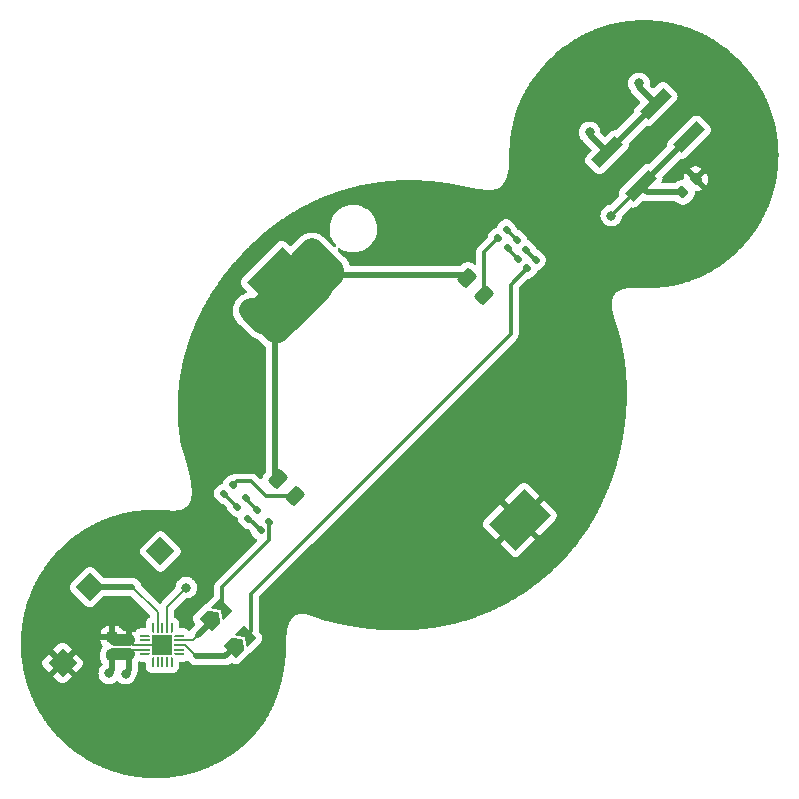
<source format=gbr>
%TF.GenerationSoftware,KiCad,Pcbnew,(6.0.0)*%
%TF.CreationDate,2022-10-29T10:39:51-07:00*%
%TF.ProjectId,tiny-osean,74696e79-2d6f-4736-9561-6e2e6b696361,rev?*%
%TF.SameCoordinates,Original*%
%TF.FileFunction,Copper,L1,Top*%
%TF.FilePolarity,Positive*%
%FSLAX46Y46*%
G04 Gerber Fmt 4.6, Leading zero omitted, Abs format (unit mm)*
G04 Created by KiCad (PCBNEW (6.0.0)) date 2022-10-29 10:39:51*
%MOMM*%
%LPD*%
G01*
G04 APERTURE LIST*
G04 Aperture macros list*
%AMRoundRect*
0 Rectangle with rounded corners*
0 $1 Rounding radius*
0 $2 $3 $4 $5 $6 $7 $8 $9 X,Y pos of 4 corners*
0 Add a 4 corners polygon primitive as box body*
4,1,4,$2,$3,$4,$5,$6,$7,$8,$9,$2,$3,0*
0 Add four circle primitives for the rounded corners*
1,1,$1+$1,$2,$3*
1,1,$1+$1,$4,$5*
1,1,$1+$1,$6,$7*
1,1,$1+$1,$8,$9*
0 Add four rect primitives between the rounded corners*
20,1,$1+$1,$2,$3,$4,$5,0*
20,1,$1+$1,$4,$5,$6,$7,0*
20,1,$1+$1,$6,$7,$8,$9,0*
20,1,$1+$1,$8,$9,$2,$3,0*%
%AMRotRect*
0 Rectangle, with rotation*
0 The origin of the aperture is its center*
0 $1 length*
0 $2 width*
0 $3 Rotation angle, in degrees counterclockwise*
0 Add horizontal line*
21,1,$1,$2,0,0,$3*%
%AMFreePoly0*
4,1,14,0.334644,0.085355,0.385355,0.034644,0.400000,-0.000711,0.400000,-0.050000,0.385355,-0.085355,0.350000,-0.100000,-0.350000,-0.100000,-0.385355,-0.085355,-0.400000,-0.050000,-0.400000,0.050000,-0.385355,0.085355,-0.350000,0.100000,0.299289,0.100000,0.334644,0.085355,0.334644,0.085355,$1*%
%AMFreePoly1*
4,1,15,0.385355,0.085355,0.400000,0.050000,0.400000,0.000711,0.399705,0.000000,0.385355,-0.034644,0.334644,-0.085355,0.299289,-0.100000,-0.350000,-0.100000,-0.385355,-0.085355,-0.400000,-0.050000,-0.400000,0.050000,-0.385355,0.085355,-0.350000,0.100000,0.350000,0.100000,0.385355,0.085355,0.385355,0.085355,$1*%
%AMFreePoly2*
4,1,14,0.085355,0.385355,0.100000,0.350000,0.100000,-0.350000,0.085355,-0.385355,0.050000,-0.400000,-0.050000,-0.400000,-0.085355,-0.385355,-0.100000,-0.350000,-0.100000,0.299289,-0.085355,0.334644,-0.034644,0.385355,0.000711,0.400000,0.050000,0.400000,0.085355,0.385355,0.085355,0.385355,$1*%
%AMFreePoly3*
4,1,14,0.034644,0.385355,0.085355,0.334644,0.100000,0.299289,0.100000,-0.350000,0.085355,-0.385355,0.050000,-0.400000,-0.050000,-0.400000,-0.085355,-0.385355,-0.100000,-0.350000,-0.100000,0.350000,-0.085355,0.385355,-0.050000,0.400000,-0.000711,0.400000,0.034644,0.385355,0.034644,0.385355,$1*%
%AMFreePoly4*
4,1,14,0.385355,0.085355,0.400000,0.050000,0.400000,-0.050000,0.385355,-0.085355,0.350000,-0.100000,-0.299289,-0.100000,-0.334644,-0.085355,-0.385355,-0.034644,-0.400000,0.000711,-0.400000,0.050000,-0.385355,0.085355,-0.350000,0.100000,0.350000,0.100000,0.385355,0.085355,0.385355,0.085355,$1*%
%AMFreePoly5*
4,1,14,0.385355,0.085355,0.400000,0.050000,0.400000,-0.050000,0.385355,-0.085355,0.350000,-0.100000,-0.350000,-0.100000,-0.385355,-0.085355,-0.400000,-0.050000,-0.400000,-0.000711,-0.385355,0.034644,-0.334644,0.085355,-0.299289,0.100000,0.350000,0.100000,0.385355,0.085355,0.385355,0.085355,$1*%
%AMFreePoly6*
4,1,15,0.085355,0.385355,0.100000,0.350000,0.100000,-0.299289,0.099705,-0.300000,0.085355,-0.334644,0.034644,-0.385355,-0.000711,-0.400000,-0.050000,-0.400000,-0.085355,-0.385355,-0.100000,-0.350000,-0.100000,0.350000,-0.085355,0.385355,-0.050000,0.400000,0.050000,0.400000,0.085355,0.385355,0.085355,0.385355,$1*%
%AMFreePoly7*
4,1,14,0.085355,0.385355,0.100000,0.350000,0.100000,-0.350000,0.085355,-0.385355,0.050000,-0.400000,0.000711,-0.400000,-0.034644,-0.385355,-0.085355,-0.334644,-0.100000,-0.299289,-0.100000,0.350000,-0.085355,0.385355,-0.050000,0.400000,0.050000,0.400000,0.085355,0.385355,0.085355,0.385355,$1*%
%AMFreePoly8*
4,1,6,1.000000,0.000000,0.499999,-0.750000,-0.499999,-0.750000,-0.499999,0.750000,0.499999,0.750000,1.000000,0.000000,1.000000,0.000000,$1*%
%AMFreePoly9*
4,1,6,0.499999,-0.750000,-0.649999,-0.750000,-0.150000,0.000000,-0.649999,0.750000,0.499999,0.750000,0.499999,-0.750000,0.499999,-0.750000,$1*%
G04 Aperture macros list end*
%TA.AperFunction,SMDPad,CuDef*%
%ADD10RotRect,2.800000X1.000000X45.000000*%
%TD*%
%TA.AperFunction,SMDPad,CuDef*%
%ADD11RoundRect,0.135000X-0.035355X0.226274X-0.226274X0.035355X0.035355X-0.226274X0.226274X-0.035355X0*%
%TD*%
%TA.AperFunction,SMDPad,CuDef*%
%ADD12RoundRect,0.250000X0.574524X0.097227X0.097227X0.574524X-0.574524X-0.097227X-0.097227X-0.574524X0*%
%TD*%
%TA.AperFunction,SMDPad,CuDef*%
%ADD13RoundRect,0.135000X0.035355X-0.226274X0.226274X-0.035355X-0.035355X0.226274X-0.226274X0.035355X0*%
%TD*%
%TA.AperFunction,ComponentPad*%
%ADD14RotRect,1.700000X1.700000X45.000000*%
%TD*%
%TA.AperFunction,SMDPad,CuDef*%
%ADD15FreePoly0,0.000000*%
%TD*%
%TA.AperFunction,SMDPad,CuDef*%
%ADD16RoundRect,0.050000X-0.350000X-0.050000X0.350000X-0.050000X0.350000X0.050000X-0.350000X0.050000X0*%
%TD*%
%TA.AperFunction,SMDPad,CuDef*%
%ADD17FreePoly1,0.000000*%
%TD*%
%TA.AperFunction,SMDPad,CuDef*%
%ADD18FreePoly2,0.000000*%
%TD*%
%TA.AperFunction,SMDPad,CuDef*%
%ADD19RoundRect,0.050000X-0.050000X-0.350000X0.050000X-0.350000X0.050000X0.350000X-0.050000X0.350000X0*%
%TD*%
%TA.AperFunction,SMDPad,CuDef*%
%ADD20FreePoly3,0.000000*%
%TD*%
%TA.AperFunction,SMDPad,CuDef*%
%ADD21FreePoly4,0.000000*%
%TD*%
%TA.AperFunction,SMDPad,CuDef*%
%ADD22FreePoly5,0.000000*%
%TD*%
%TA.AperFunction,SMDPad,CuDef*%
%ADD23FreePoly6,0.000000*%
%TD*%
%TA.AperFunction,SMDPad,CuDef*%
%ADD24FreePoly7,0.000000*%
%TD*%
%TA.AperFunction,SMDPad,CuDef*%
%ADD25R,1.700000X1.700000*%
%TD*%
%TA.AperFunction,SMDPad,CuDef*%
%ADD26FreePoly8,45.000000*%
%TD*%
%TA.AperFunction,SMDPad,CuDef*%
%ADD27FreePoly9,45.000000*%
%TD*%
%TA.AperFunction,SMDPad,CuDef*%
%ADD28RoundRect,0.225000X0.250000X-0.225000X0.250000X0.225000X-0.250000X0.225000X-0.250000X-0.225000X0*%
%TD*%
%TA.AperFunction,SMDPad,CuDef*%
%ADD29RoundRect,0.140000X0.170000X-0.140000X0.170000X0.140000X-0.170000X0.140000X-0.170000X-0.140000X0*%
%TD*%
%TA.AperFunction,SMDPad,CuDef*%
%ADD30RotRect,4.200000X3.200000X45.000000*%
%TD*%
%TA.AperFunction,SMDPad,CuDef*%
%ADD31RoundRect,0.200000X0.053033X-0.335876X0.335876X-0.053033X-0.053033X0.335876X-0.335876X0.053033X0*%
%TD*%
%TA.AperFunction,ViaPad*%
%ADD32C,0.800000*%
%TD*%
%TA.AperFunction,Conductor*%
%ADD33C,2.000000*%
%TD*%
%TA.AperFunction,Conductor*%
%ADD34C,1.000000*%
%TD*%
%TA.AperFunction,Conductor*%
%ADD35C,0.500000*%
%TD*%
%TA.AperFunction,Conductor*%
%ADD36C,0.200000*%
%TD*%
%TA.AperFunction,Conductor*%
%ADD37C,0.300000*%
%TD*%
G04 APERTURE END LIST*
D10*
%TO.P,SW1,1,1*%
%TO.N,VCC*%
X166112729Y-77700428D03*
X170213948Y-73599209D03*
%TO.P,SW1,2,2*%
%TO.N,Net-(R1-Pad1)*%
X168941156Y-80528855D03*
X173042375Y-76427636D03*
%TD*%
D11*
%TO.P,R8,1*%
%TO.N,Net-(R7-Pad2)*%
X136430567Y-108005571D03*
%TO.P,R8,2*%
%TO.N,Net-(R8-Pad2)*%
X135709319Y-108726819D03*
%TD*%
D12*
%TO.P,D1,1,K*%
%TO.N,Net-(D1-Pad1)*%
X155694835Y-89797656D03*
%TO.P,D1,2,A*%
%TO.N,VCC*%
X154227589Y-88330410D03*
%TD*%
D13*
%TO.P,R4,1*%
%TO.N,Net-(R3-Pad2)*%
X158550318Y-86701996D03*
%TO.P,R4,2*%
%TO.N,Net-(R4-Pad2)*%
X159271566Y-85980748D03*
%TD*%
D12*
%TO.P,D2,1,K*%
%TO.N,Net-(D2-Pad1)*%
X139694835Y-106797656D03*
%TO.P,D2,2,A*%
%TO.N,VCC*%
X138227589Y-105330410D03*
%TD*%
D11*
%TO.P,R3,1*%
%TO.N,Net-(R2-Pad2)*%
X158461004Y-85115094D03*
%TO.P,R3,2*%
%TO.N,Net-(R3-Pad2)*%
X157739756Y-85836342D03*
%TD*%
%TO.P,R5,1*%
%TO.N,Net-(R4-Pad2)*%
X160058925Y-86804325D03*
%TO.P,R5,2*%
%TO.N,Net-(JP1-Pad2)*%
X159337677Y-87525573D03*
%TD*%
D14*
%TO.P,J1,1,Pin_1*%
%TO.N,VCC*%
X128289214Y-111483120D03*
%TD*%
D13*
%TO.P,R2,1*%
%TO.N,Net-(D1-Pad1)*%
X156872313Y-84968900D03*
%TO.P,R2,2*%
%TO.N,Net-(R2-Pad2)*%
X157593561Y-84247652D03*
%TD*%
%TO.P,R7,1*%
%TO.N,Net-(R6-Pad2)*%
X134794225Y-107702372D03*
%TO.P,R7,2*%
%TO.N,Net-(R7-Pad2)*%
X135515473Y-106981124D03*
%TD*%
D15*
%TO.P,U1,1,PA2*%
%TO.N,unconnected-(U1-Pad1)*%
X126995993Y-118611850D03*
D16*
%TO.P,U1,2,PA3*%
%TO.N,unconnected-(U1-Pad2)*%
X126995993Y-119011850D03*
%TO.P,U1,3,GND*%
%TO.N,GND*%
X126995993Y-119411850D03*
%TO.P,U1,4,VCC*%
%TO.N,VCC*%
X126995993Y-119811850D03*
D17*
%TO.P,U1,5,PA4*%
%TO.N,unconnected-(U1-Pad5)*%
X126995993Y-120211850D03*
D18*
%TO.P,U1,6,PA5*%
%TO.N,unconnected-(U1-Pad6)*%
X127645993Y-120861850D03*
D19*
%TO.P,U1,7,PA6*%
%TO.N,unconnected-(U1-Pad7)*%
X128045993Y-120861850D03*
%TO.P,U1,8,PA7*%
%TO.N,unconnected-(U1-Pad8)*%
X128445993Y-120861850D03*
%TO.P,U1,9,PB5*%
%TO.N,unconnected-(U1-Pad9)*%
X128845993Y-120861850D03*
D20*
%TO.P,U1,10,PB4*%
%TO.N,unconnected-(U1-Pad10)*%
X129245993Y-120861850D03*
D21*
%TO.P,U1,11,PB3*%
%TO.N,unconnected-(U1-Pad11)*%
X129895993Y-120211850D03*
D16*
%TO.P,U1,12,PB2*%
%TO.N,unconnected-(U1-Pad12)*%
X129895993Y-119811850D03*
%TO.P,U1,13,PB1*%
%TO.N,PB1*%
X129895993Y-119411850D03*
%TO.P,U1,14,PB0*%
%TO.N,PB0*%
X129895993Y-119011850D03*
D22*
%TO.P,U1,15,PC0*%
%TO.N,unconnected-(U1-Pad15)*%
X129895993Y-118611850D03*
D23*
%TO.P,U1,16,PC1*%
%TO.N,unconnected-(U1-Pad16)*%
X129245993Y-117961850D03*
D19*
%TO.P,U1,17,PC2*%
%TO.N,Net-(R1-Pad1)*%
X128845993Y-117961850D03*
%TO.P,U1,18,PC3*%
%TO.N,unconnected-(U1-Pad18)*%
X128445993Y-117961850D03*
%TO.P,U1,19,~{RESET}/PA0*%
%TO.N,UPDI*%
X128045993Y-117961850D03*
D24*
%TO.P,U1,20,PA1*%
%TO.N,unconnected-(U1-Pad20)*%
X127645993Y-117961850D03*
D25*
%TO.P,U1,21,GND*%
%TO.N,GND*%
X128445993Y-119411850D03*
%TD*%
D26*
%TO.P,JP2,1,A*%
%TO.N,PB0*%
X132454328Y-117361853D03*
D27*
%TO.P,JP2,2,B*%
%TO.N,Net-(JP2-Pad2)*%
X133479632Y-116336549D03*
%TD*%
D13*
%TO.P,R9,1*%
%TO.N,Net-(R8-Pad2)*%
X136782182Y-109708219D03*
%TO.P,R9,2*%
%TO.N,Net-(JP2-Pad2)*%
X137503430Y-108986971D03*
%TD*%
D28*
%TO.P,C2,1*%
%TO.N,VCC*%
X124198093Y-120293378D03*
%TO.P,C2,2*%
%TO.N,GND*%
X124198093Y-118743378D03*
%TD*%
D14*
%TO.P,J3,1,Pin_1*%
%TO.N,GND*%
X120000000Y-120926672D03*
%TD*%
D29*
%TO.P,C1,1*%
%TO.N,VCC*%
X125598176Y-119998378D03*
%TO.P,C1,2*%
%TO.N,GND*%
X125598176Y-119038378D03*
%TD*%
D26*
%TO.P,JP1,1,A*%
%TO.N,PB1*%
X134496418Y-119656976D03*
D27*
%TO.P,JP1,2,B*%
%TO.N,Net-(JP1-Pad2)*%
X135521722Y-118631672D03*
%TD*%
D30*
%TO.P,BT1,1,+*%
%TO.N,VCC*%
X138208164Y-88310985D03*
%TO.P,BT1,2,-*%
%TO.N,GND*%
X158714260Y-108817081D03*
%TD*%
D31*
%TO.P,R1,1*%
%TO.N,Net-(R1-Pad1)*%
X172471362Y-81097333D03*
%TO.P,R1,2*%
%TO.N,GND*%
X173638088Y-79930607D03*
%TD*%
D11*
%TO.P,R6,1*%
%TO.N,Net-(D2-Pad1)*%
X134411607Y-105894635D03*
%TO.P,R6,2*%
%TO.N,Net-(R6-Pad2)*%
X133690359Y-106615883D03*
%TD*%
D14*
%TO.P,J2,1,Pin_1*%
%TO.N,UPDI*%
X122339843Y-114489335D03*
%TD*%
D32*
%TO.N,VCC*%
X123950652Y-121820747D03*
X142850483Y-88113888D03*
X141007739Y-90133513D03*
X139120671Y-91908980D03*
X125340589Y-121830892D03*
X142165660Y-86972516D03*
X135941379Y-91081454D03*
X141100380Y-86013763D03*
X140074350Y-91087193D03*
X141910691Y-89200125D03*
X137980630Y-92816340D03*
X136930568Y-92040207D03*
X164631401Y-76016965D03*
X168808822Y-71862372D03*
%TO.N,GND*%
X128452193Y-119383668D03*
%TO.N,Net-(R1-Pad1)*%
X130461212Y-114564033D03*
X166461212Y-83064033D03*
%TD*%
D33*
%TO.N,VCC*%
X135971815Y-91081454D02*
X136930568Y-92040207D01*
X140074350Y-87039793D02*
X141100380Y-86013763D01*
X142059133Y-86972516D02*
X141100380Y-86013763D01*
D34*
X138208164Y-92588806D02*
X137980630Y-92816340D01*
D33*
X137204497Y-92040207D02*
X137980630Y-92816340D01*
X142165660Y-86972516D02*
X142059133Y-86972516D01*
D35*
X168808822Y-72194083D02*
X170213948Y-73599209D01*
D34*
X138208164Y-88310985D02*
X139185211Y-88310985D01*
D33*
X141910691Y-89200125D02*
X141910691Y-89053680D01*
X141007739Y-90133513D02*
X141007739Y-90103077D01*
X138293145Y-91081454D02*
X139120671Y-91908980D01*
D34*
X138208164Y-88310985D02*
X141021551Y-88310985D01*
X138208164Y-90762611D02*
X136930568Y-92040207D01*
X138208164Y-90996473D02*
X139120671Y-91908980D01*
X140827191Y-88310985D02*
X142165660Y-86972516D01*
X138208164Y-88310985D02*
X138208164Y-90762611D01*
X141021551Y-88310985D02*
X141910691Y-89200125D01*
D35*
X168808822Y-71862372D02*
X168808822Y-72194083D01*
D34*
X138208164Y-89221007D02*
X140074350Y-91087193D01*
X138208164Y-88310985D02*
X138208164Y-88814669D01*
D35*
X164631401Y-76219100D02*
X166112729Y-77700428D01*
D33*
X142850483Y-88113888D02*
X142850483Y-87657339D01*
D34*
X138208164Y-88814669D02*
X135941379Y-91081454D01*
X138208164Y-88310985D02*
X138208164Y-92588806D01*
D33*
X141910691Y-89053680D02*
X142850483Y-88113888D01*
X141007739Y-90103077D02*
X141910691Y-89200125D01*
D35*
X138227589Y-105330410D02*
X137980630Y-105083451D01*
D34*
X138208164Y-88310985D02*
X138208164Y-89221007D01*
D33*
X137980630Y-92816340D02*
X138213311Y-92816340D01*
D35*
X125598176Y-119998378D02*
X125598176Y-121573305D01*
X154227589Y-88330410D02*
X154011067Y-88113888D01*
D33*
X140074350Y-91066902D02*
X141007739Y-90133513D01*
X140074350Y-91087193D02*
X140074350Y-91066902D01*
D34*
X138208164Y-88310985D02*
X142653386Y-88310985D01*
D36*
X125784704Y-119811850D02*
X125598176Y-119998378D01*
D34*
X138208164Y-88310985D02*
X140827191Y-88310985D01*
D33*
X139252563Y-91908980D02*
X140074350Y-91087193D01*
D35*
X124198093Y-121573306D02*
X123950652Y-121820747D01*
D33*
X142850483Y-87657339D02*
X142165660Y-86972516D01*
D35*
X137980630Y-105083451D02*
X137980630Y-92816340D01*
D34*
X124198093Y-120293378D02*
X124273093Y-120218378D01*
D35*
X125598176Y-121573305D02*
X125340589Y-121830892D01*
D33*
X136930568Y-92040207D02*
X137204497Y-92040207D01*
D34*
X138208164Y-88310985D02*
X138208164Y-90996473D01*
D35*
X170213948Y-73599209D02*
X166112729Y-77700428D01*
D33*
X135941379Y-91081454D02*
X135971815Y-91081454D01*
D34*
X139185211Y-88310985D02*
X141007739Y-90133513D01*
D35*
X124198093Y-120293378D02*
X124198093Y-121573306D01*
D36*
X126995993Y-119811850D02*
X125784704Y-119811850D01*
D33*
X135941379Y-91081454D02*
X138293145Y-91081454D01*
D34*
X142653386Y-88310985D02*
X142850483Y-88113888D01*
D33*
X140074350Y-91087193D02*
X140074350Y-87039793D01*
D34*
X124273093Y-120218378D02*
X125598176Y-120218378D01*
X138208164Y-88310985D02*
X138803158Y-88310985D01*
D33*
X139120671Y-91908980D02*
X139252563Y-91908980D01*
D34*
X138803158Y-88310985D02*
X141100380Y-86013763D01*
D33*
X138213311Y-92816340D02*
X139120671Y-91908980D01*
D35*
X154011067Y-88113888D02*
X142850483Y-88113888D01*
X164631401Y-76016965D02*
X164631401Y-76219100D01*
D34*
%TO.N,GND*%
X124198093Y-118743378D02*
X124473573Y-119018858D01*
D36*
X126995993Y-119411850D02*
X128424011Y-119411850D01*
D34*
X124473573Y-119018858D02*
X125598176Y-119018858D01*
D36*
X128424011Y-119411850D02*
X128452193Y-119383668D01*
X125598176Y-119038378D02*
X125971648Y-119411850D01*
X126995993Y-119411850D02*
X125971648Y-119411850D01*
D37*
%TO.N,Net-(D1-Pad1)*%
X155694835Y-86146378D02*
X156872313Y-84968900D01*
X155694835Y-89797656D02*
X155694835Y-86146378D01*
%TO.N,Net-(D2-Pad1)*%
X135961212Y-105564033D02*
X134742209Y-105564033D01*
X139694835Y-106797656D02*
X137194835Y-106797656D01*
X137194835Y-106797656D02*
X135961212Y-105564033D01*
X134742209Y-105564033D02*
X134411607Y-105894635D01*
D36*
%TO.N,UPDI*%
X128045993Y-117961850D02*
X128045993Y-116648814D01*
X128045993Y-116648814D02*
X125886514Y-114489335D01*
D35*
X125886514Y-114489335D02*
X122339843Y-114489335D01*
D37*
%TO.N,Net-(JP1-Pad2)*%
X157961212Y-93064033D02*
X135961212Y-115064033D01*
X159337677Y-87525573D02*
X157961212Y-88902038D01*
X135961212Y-118192182D02*
X135521722Y-118631672D01*
X157961212Y-88902038D02*
X157961212Y-93064033D01*
X135961212Y-115064033D02*
X135961212Y-118192182D01*
D36*
%TO.N,PB1*%
X129895993Y-119411850D02*
X130390288Y-119411850D01*
D35*
X133792367Y-120361027D02*
X134496418Y-119656976D01*
D36*
X131339465Y-120361027D02*
X131339465Y-120362147D01*
X130390288Y-119411850D02*
X131339465Y-120361027D01*
D35*
X131339465Y-120361027D02*
X133792367Y-120361027D01*
D37*
%TO.N,Net-(JP2-Pad2)*%
X137503430Y-108986971D02*
X137503430Y-110521815D01*
X137503430Y-110521815D02*
X133479632Y-114545613D01*
X133479632Y-114545613D02*
X133479632Y-116336549D01*
D36*
%TO.N,PB0*%
X129895993Y-119011850D02*
X131013395Y-119011850D01*
D35*
X132454328Y-117570917D02*
X132454328Y-117361853D01*
X131461212Y-118564033D02*
X132454328Y-117570917D01*
D36*
X131013395Y-119011850D02*
X131461212Y-118564033D01*
D35*
%TO.N,Net-(R1-Pad1)*%
X173042375Y-76427636D02*
X168941156Y-80528855D01*
D37*
X168941156Y-80584089D02*
X166461212Y-83064033D01*
D36*
X130461212Y-114564033D02*
X128845993Y-116179252D01*
D37*
X168941156Y-80528855D02*
X168941156Y-80584089D01*
D35*
X172471362Y-81097333D02*
X169509634Y-81097333D01*
D36*
X128845993Y-116179252D02*
X128845993Y-117961850D01*
D35*
X169509634Y-81097333D02*
X168941156Y-80528855D01*
D37*
%TO.N,Net-(R2-Pad2)*%
X157593561Y-84247652D02*
X157593562Y-84247652D01*
X157593562Y-84247652D02*
X158461004Y-85115094D01*
%TO.N,Net-(R3-Pad2)*%
X157739756Y-85891434D02*
X158550318Y-86701996D01*
X157739756Y-85836342D02*
X157739756Y-85891434D01*
%TO.N,Net-(R4-Pad2)*%
X159271566Y-85980748D02*
X159271566Y-86016966D01*
X159271566Y-86016966D02*
X160058925Y-86804325D01*
%TO.N,Net-(R6-Pad2)*%
X133690359Y-106615883D02*
X133707736Y-106615883D01*
X133707736Y-106615883D02*
X134794225Y-107702372D01*
%TO.N,Net-(R7-Pad2)*%
X135515473Y-107090477D02*
X136430567Y-108005571D01*
X135515473Y-106981124D02*
X135515473Y-107090477D01*
%TO.N,Net-(R8-Pad2)*%
X135709319Y-108726819D02*
X135800782Y-108726819D01*
X135800782Y-108726819D02*
X136782182Y-109708219D01*
%TD*%
%TA.AperFunction,Conductor*%
%TO.N,GND*%
G36*
X169232139Y-66510853D02*
G01*
X169302873Y-66510923D01*
X169304264Y-66510933D01*
X169351923Y-66511539D01*
X169438811Y-66512645D01*
X169440308Y-66512673D01*
X169575212Y-66515994D01*
X169576723Y-66516040D01*
X169640977Y-66518394D01*
X169711588Y-66520980D01*
X169712999Y-66521041D01*
X169757834Y-66523207D01*
X169847257Y-66527527D01*
X169848766Y-66527609D01*
X169982744Y-66535693D01*
X169984253Y-66535793D01*
X170117538Y-66545442D01*
X170119008Y-66545557D01*
X170251841Y-66556737D01*
X170253290Y-66556867D01*
X170333396Y-66564542D01*
X170387210Y-66569698D01*
X170388694Y-66569849D01*
X170522583Y-66584339D01*
X170523991Y-66584501D01*
X170539895Y-66586408D01*
X170657075Y-66600463D01*
X170658561Y-66600650D01*
X170691998Y-66605064D01*
X170790741Y-66618100D01*
X170791901Y-66618260D01*
X170925246Y-66637462D01*
X170926395Y-66637635D01*
X171037403Y-66654993D01*
X171059134Y-66658391D01*
X171060578Y-66658625D01*
X171135640Y-66671257D01*
X171192379Y-66680805D01*
X171193791Y-66681052D01*
X171279116Y-66696453D01*
X171326046Y-66704924D01*
X171327528Y-66705201D01*
X171459245Y-66730608D01*
X171460717Y-66730900D01*
X171591224Y-66757689D01*
X171592688Y-66757999D01*
X171723728Y-66786524D01*
X171725152Y-66786843D01*
X171855629Y-66816852D01*
X171856938Y-66817162D01*
X171968526Y-66844240D01*
X171987845Y-66848928D01*
X171989289Y-66849287D01*
X172119528Y-66882526D01*
X172120996Y-66882910D01*
X172250417Y-66917605D01*
X172251841Y-66917996D01*
X172381182Y-66954300D01*
X172382516Y-66954683D01*
X172510622Y-66992324D01*
X172511881Y-66992702D01*
X172640039Y-67031993D01*
X172641489Y-67032448D01*
X172697234Y-67050277D01*
X172768509Y-67073073D01*
X172769796Y-67073493D01*
X172897047Y-67115885D01*
X172898376Y-67116336D01*
X173024693Y-67160077D01*
X173026054Y-67160558D01*
X173138679Y-67201075D01*
X173152216Y-67205945D01*
X173153586Y-67206447D01*
X173278590Y-67253060D01*
X173280031Y-67253607D01*
X173390277Y-67296260D01*
X173404865Y-67301904D01*
X173406226Y-67302440D01*
X173503931Y-67341576D01*
X173530911Y-67352383D01*
X173532333Y-67352963D01*
X173646094Y-67400148D01*
X173656215Y-67404346D01*
X173657554Y-67404911D01*
X173780806Y-67457743D01*
X173782125Y-67458319D01*
X173851258Y-67488965D01*
X173904434Y-67512538D01*
X173905777Y-67513143D01*
X174028328Y-67569193D01*
X174029724Y-67569841D01*
X174150884Y-67627054D01*
X174152107Y-67627640D01*
X174273022Y-67686445D01*
X174274194Y-67687024D01*
X174382974Y-67741657D01*
X174394445Y-67747418D01*
X174395713Y-67748064D01*
X174515119Y-67809733D01*
X174516468Y-67810440D01*
X174634528Y-67873312D01*
X174635702Y-67873946D01*
X174682123Y-67899377D01*
X174752894Y-67938148D01*
X174754177Y-67938861D01*
X174871249Y-68004787D01*
X174872503Y-68005503D01*
X174975828Y-68065358D01*
X174988858Y-68072906D01*
X174990178Y-68073681D01*
X175105407Y-68142314D01*
X175106654Y-68143067D01*
X175221845Y-68213522D01*
X175222904Y-68214178D01*
X175336508Y-68285516D01*
X175337654Y-68286245D01*
X175438588Y-68351340D01*
X175449946Y-68358665D01*
X175451277Y-68359536D01*
X175562848Y-68433502D01*
X175564020Y-68434289D01*
X175674429Y-68509279D01*
X175675705Y-68510157D01*
X175785723Y-68586875D01*
X175786910Y-68587713D01*
X175895959Y-68665639D01*
X175897234Y-68666562D01*
X176004767Y-68745452D01*
X176005922Y-68746309D01*
X176102701Y-68819025D01*
X176113276Y-68826971D01*
X176114420Y-68827841D01*
X176220617Y-68909702D01*
X176221764Y-68910598D01*
X176326711Y-68993446D01*
X176327828Y-68994337D01*
X176432171Y-69078646D01*
X176433318Y-69079585D01*
X176536482Y-69165120D01*
X176537418Y-69165906D01*
X176639271Y-69252382D01*
X176640305Y-69253270D01*
X176655776Y-69266701D01*
X176741398Y-69341037D01*
X176742610Y-69342103D01*
X176842484Y-69431082D01*
X176843488Y-69431986D01*
X176942978Y-69522554D01*
X176944138Y-69523623D01*
X177042227Y-69615188D01*
X177043256Y-69616160D01*
X177140860Y-69709347D01*
X177141982Y-69710432D01*
X177238132Y-69804534D01*
X177239099Y-69805490D01*
X177254570Y-69820969D01*
X177334386Y-69900826D01*
X177335437Y-69901891D01*
X177428826Y-69997573D01*
X177429859Y-69998643D01*
X177518622Y-70091767D01*
X177522806Y-70096157D01*
X177523778Y-70097189D01*
X177603827Y-70183165D01*
X177615318Y-70195507D01*
X177616301Y-70196576D01*
X177705825Y-70294979D01*
X177706778Y-70296039D01*
X177795587Y-70395903D01*
X177796589Y-70397043D01*
X177862379Y-70472920D01*
X177884524Y-70498460D01*
X177885461Y-70499554D01*
X177971799Y-70601492D01*
X177972612Y-70602463D01*
X178012841Y-70651066D01*
X178058267Y-70705948D01*
X178059281Y-70707188D01*
X178144034Y-70812275D01*
X178144900Y-70813362D01*
X178227976Y-70918728D01*
X178228866Y-70919870D01*
X178296105Y-71007358D01*
X178310079Y-71025540D01*
X178310978Y-71026725D01*
X178391362Y-71133912D01*
X178392225Y-71135077D01*
X178457352Y-71224076D01*
X178471330Y-71243178D01*
X178472166Y-71244334D01*
X178535117Y-71332517D01*
X178550359Y-71353869D01*
X178551238Y-71355116D01*
X178567887Y-71379068D01*
X178627962Y-71465494D01*
X178628791Y-71466702D01*
X178703860Y-71577425D01*
X178704634Y-71578580D01*
X178778462Y-71690226D01*
X178779238Y-71691417D01*
X178851805Y-71804329D01*
X178852518Y-71805451D01*
X178898488Y-71878751D01*
X178923778Y-71919076D01*
X178924564Y-71920347D01*
X178975893Y-72004431D01*
X178994459Y-72034844D01*
X178995264Y-72036181D01*
X179063835Y-72151703D01*
X179064551Y-72152925D01*
X179131155Y-72268063D01*
X179131926Y-72269414D01*
X179177014Y-72349643D01*
X179197643Y-72386351D01*
X179198407Y-72387732D01*
X179262950Y-72506025D01*
X179263626Y-72507280D01*
X179272205Y-72523435D01*
X179313276Y-72600778D01*
X179326325Y-72625352D01*
X179326987Y-72626617D01*
X179375664Y-72720921D01*
X179388473Y-72745736D01*
X179389215Y-72747197D01*
X179449304Y-72867419D01*
X179449923Y-72868675D01*
X179508292Y-72988776D01*
X179508988Y-72990231D01*
X179565890Y-73111228D01*
X179566510Y-73112567D01*
X179622355Y-73235020D01*
X179622973Y-73236396D01*
X179677493Y-73359872D01*
X179678000Y-73361037D01*
X179725918Y-73472930D01*
X179731096Y-73485022D01*
X179731717Y-73486499D01*
X179782864Y-73610438D01*
X179783067Y-73610930D01*
X179783579Y-73612189D01*
X179833550Y-73737083D01*
X179834136Y-73738576D01*
X179881942Y-73862615D01*
X179882480Y-73864036D01*
X179929285Y-73990138D01*
X179929713Y-73991312D01*
X179974906Y-74117187D01*
X179975458Y-74118756D01*
X180019025Y-74245333D01*
X180019422Y-74246507D01*
X180062007Y-74374778D01*
X180062489Y-74376259D01*
X180103101Y-74503842D01*
X180103546Y-74505270D01*
X180131012Y-74595235D01*
X180142566Y-74633082D01*
X180142989Y-74634497D01*
X180180689Y-74763373D01*
X180181111Y-74764850D01*
X180190687Y-74799130D01*
X180210455Y-74869896D01*
X180217296Y-74894387D01*
X180217675Y-74895778D01*
X180233498Y-74955132D01*
X180252358Y-75025882D01*
X180252754Y-75027404D01*
X180285927Y-75158392D01*
X180286266Y-75159764D01*
X180317955Y-75291107D01*
X180318268Y-75292438D01*
X180338004Y-75378773D01*
X180348311Y-75423862D01*
X180348652Y-75425399D01*
X180367843Y-75514458D01*
X180376994Y-75556928D01*
X180377263Y-75558210D01*
X180404092Y-75689701D01*
X180404402Y-75691271D01*
X180412617Y-75734384D01*
X180429478Y-75822864D01*
X180429709Y-75824111D01*
X180449762Y-75935426D01*
X180453453Y-75955917D01*
X180453749Y-75957632D01*
X180462219Y-76008751D01*
X180475791Y-76090664D01*
X180475998Y-76091954D01*
X180496667Y-76225254D01*
X180496908Y-76226878D01*
X180503547Y-76273757D01*
X180515659Y-76359299D01*
X180515835Y-76360596D01*
X180519718Y-76390331D01*
X180533211Y-76493679D01*
X180533403Y-76495228D01*
X180549143Y-76628638D01*
X180549308Y-76630111D01*
X180563051Y-76759676D01*
X180563437Y-76763318D01*
X180563580Y-76764746D01*
X180570126Y-76834190D01*
X180576139Y-76897985D01*
X180576268Y-76899444D01*
X180583019Y-76981230D01*
X180587291Y-77032993D01*
X180587411Y-77034574D01*
X180596797Y-77168882D01*
X180596884Y-77170229D01*
X180604825Y-77304531D01*
X180604915Y-77306254D01*
X180607605Y-77365514D01*
X180610740Y-77434556D01*
X180610970Y-77439632D01*
X180611022Y-77440911D01*
X180615765Y-77575570D01*
X180615812Y-77577208D01*
X180618777Y-77710753D01*
X180618800Y-77712170D01*
X180620275Y-77846876D01*
X180620283Y-77848381D01*
X180620150Y-77982231D01*
X180620141Y-77983589D01*
X180619673Y-78022131D01*
X180618505Y-78118250D01*
X180618476Y-78119812D01*
X180615170Y-78254449D01*
X180615125Y-78255940D01*
X180614581Y-78270809D01*
X180610190Y-78390881D01*
X180610130Y-78392303D01*
X180603688Y-78526817D01*
X180603605Y-78528351D01*
X180595576Y-78661901D01*
X180595472Y-78663452D01*
X180585957Y-78794168D01*
X180585745Y-78797075D01*
X180585640Y-78798420D01*
X180574519Y-78931487D01*
X180574388Y-78932954D01*
X180573606Y-78941159D01*
X180561723Y-79065772D01*
X180561656Y-79066470D01*
X180561499Y-79068011D01*
X180547429Y-79197869D01*
X180547007Y-79201763D01*
X180546849Y-79203140D01*
X180530794Y-79336674D01*
X180530629Y-79337985D01*
X180513320Y-79470224D01*
X180513095Y-79471859D01*
X180511781Y-79480971D01*
X180494025Y-79604075D01*
X180493998Y-79604260D01*
X180493785Y-79605677D01*
X180475491Y-79722824D01*
X180473049Y-79738458D01*
X180472820Y-79739866D01*
X180451085Y-79868955D01*
X180450625Y-79871687D01*
X180450392Y-79873026D01*
X180426500Y-80005880D01*
X180426245Y-80007253D01*
X180401127Y-80138549D01*
X180400785Y-80140271D01*
X180385858Y-80212662D01*
X180373958Y-80270370D01*
X180373680Y-80271682D01*
X180345147Y-80402969D01*
X180344809Y-80404477D01*
X180314763Y-80534992D01*
X180314444Y-80536348D01*
X180283629Y-80663677D01*
X180282776Y-80667200D01*
X180282400Y-80668707D01*
X180264786Y-80737678D01*
X180249147Y-80798912D01*
X180248788Y-80800286D01*
X180214216Y-80929556D01*
X180213790Y-80931109D01*
X180187621Y-81024103D01*
X180177444Y-81060266D01*
X180177069Y-81061571D01*
X180145914Y-81167755D01*
X180139422Y-81189881D01*
X180139046Y-81191136D01*
X180099816Y-81319399D01*
X180099401Y-81320727D01*
X180066411Y-81423952D01*
X180058881Y-81447511D01*
X180058400Y-81448986D01*
X180015964Y-81576332D01*
X180015518Y-81577646D01*
X179971849Y-81704033D01*
X179971337Y-81705485D01*
X179926098Y-81831411D01*
X179925562Y-81832874D01*
X179878972Y-81957687D01*
X179878456Y-81959045D01*
X179871873Y-81976073D01*
X179830133Y-82084038D01*
X179829577Y-82085451D01*
X179779639Y-82210133D01*
X179779088Y-82211485D01*
X179727828Y-82335291D01*
X179727231Y-82336709D01*
X179674325Y-82459952D01*
X179673860Y-82461019D01*
X179650915Y-82512875D01*
X179619656Y-82583523D01*
X179618995Y-82584990D01*
X179562888Y-82707542D01*
X179562313Y-82708781D01*
X179505152Y-82830115D01*
X179504537Y-82831399D01*
X179447963Y-82947627D01*
X179445900Y-82951865D01*
X179445225Y-82953230D01*
X179384759Y-83073732D01*
X179384104Y-83075019D01*
X179322610Y-83194141D01*
X179321931Y-83195434D01*
X179259087Y-83313468D01*
X179258386Y-83314767D01*
X179194298Y-83431811D01*
X179193552Y-83433154D01*
X179127536Y-83550306D01*
X179126848Y-83551512D01*
X179115959Y-83570344D01*
X179059494Y-83667991D01*
X179058699Y-83669345D01*
X178990063Y-83784518D01*
X178989419Y-83785584D01*
X178982546Y-83796835D01*
X178928882Y-83884689D01*
X178919149Y-83900622D01*
X178918280Y-83902024D01*
X178874788Y-83971161D01*
X178847130Y-84015126D01*
X178846370Y-84016318D01*
X178774988Y-84127013D01*
X178773765Y-84128909D01*
X178772940Y-84130171D01*
X178741680Y-84177376D01*
X178699090Y-84241689D01*
X178698311Y-84242852D01*
X178623205Y-84353390D01*
X178622399Y-84354562D01*
X178545884Y-84464483D01*
X178544967Y-84465782D01*
X178469285Y-84571505D01*
X178466981Y-84574723D01*
X178466190Y-84575815D01*
X178387308Y-84683552D01*
X178386340Y-84684857D01*
X178305854Y-84791862D01*
X178304974Y-84793018D01*
X178223082Y-84899317D01*
X178222140Y-84900524D01*
X178203367Y-84924289D01*
X178139248Y-85005458D01*
X178138517Y-85006373D01*
X178064189Y-85098339D01*
X178053998Y-85110948D01*
X178053102Y-85112044D01*
X177977797Y-85203074D01*
X177967830Y-85215122D01*
X177966806Y-85216344D01*
X177923906Y-85266846D01*
X177880543Y-85317892D01*
X177879646Y-85318936D01*
X177791939Y-85419927D01*
X177790915Y-85421091D01*
X177701950Y-85520919D01*
X177701101Y-85521861D01*
X177610432Y-85621400D01*
X177609459Y-85622455D01*
X177576518Y-85657762D01*
X177517876Y-85720614D01*
X177516831Y-85721721D01*
X177423452Y-85819410D01*
X177422516Y-85820378D01*
X177328528Y-85916623D01*
X177327360Y-85917803D01*
X177232447Y-86012467D01*
X177231478Y-86013424D01*
X177226330Y-86018449D01*
X177135361Y-86107238D01*
X177134580Y-86107993D01*
X177102047Y-86139082D01*
X177037133Y-86201115D01*
X177036146Y-86202048D01*
X176938374Y-86293485D01*
X176937352Y-86294431D01*
X176837828Y-86385465D01*
X176836826Y-86386371D01*
X176818018Y-86403208D01*
X176750027Y-86464074D01*
X176736958Y-86475773D01*
X176735802Y-86476795D01*
X176634823Y-86564988D01*
X176633817Y-86565858D01*
X176531576Y-86653267D01*
X176530447Y-86654220D01*
X176427404Y-86740244D01*
X176426313Y-86741144D01*
X176322034Y-86826038D01*
X176321083Y-86826804D01*
X176216725Y-86909927D01*
X176215551Y-86910851D01*
X176192650Y-86928652D01*
X176143375Y-86966955D01*
X176110213Y-86992732D01*
X176109043Y-86993630D01*
X176080909Y-87014966D01*
X176003154Y-87073935D01*
X176001963Y-87074827D01*
X175894500Y-87154265D01*
X175893328Y-87155120D01*
X175784238Y-87233682D01*
X175783247Y-87234388D01*
X175673346Y-87311833D01*
X175671997Y-87312769D01*
X175561674Y-87388256D01*
X175560387Y-87389125D01*
X175503393Y-87427100D01*
X175459848Y-87456114D01*
X175449849Y-87462776D01*
X175448525Y-87463646D01*
X175344091Y-87531337D01*
X175337478Y-87535623D01*
X175336253Y-87536408D01*
X175315256Y-87549669D01*
X175222996Y-87607938D01*
X175221736Y-87608723D01*
X175108266Y-87678476D01*
X175106952Y-87679272D01*
X175019126Y-87731656D01*
X174992744Y-87747392D01*
X174991480Y-87748136D01*
X174875832Y-87815192D01*
X174874716Y-87815829D01*
X174758393Y-87881281D01*
X174757176Y-87881956D01*
X174640571Y-87945689D01*
X174639158Y-87946449D01*
X174521546Y-88008801D01*
X174520033Y-88009590D01*
X174401895Y-88070186D01*
X174400389Y-88070946D01*
X174284991Y-88128192D01*
X174280961Y-88130191D01*
X174279587Y-88130862D01*
X174159439Y-88188658D01*
X174157885Y-88189392D01*
X174037632Y-88245231D01*
X174036341Y-88245822D01*
X173963474Y-88278631D01*
X173915864Y-88300068D01*
X173914166Y-88300817D01*
X173819739Y-88341672D01*
X173792715Y-88353364D01*
X173791325Y-88353956D01*
X173668427Y-88405356D01*
X173667121Y-88405893D01*
X173544111Y-88455515D01*
X173542573Y-88456123D01*
X173419433Y-88503850D01*
X173417950Y-88504414D01*
X173293196Y-88550968D01*
X173291587Y-88551556D01*
X173166631Y-88596260D01*
X173165126Y-88596788D01*
X173135131Y-88607076D01*
X173038662Y-88640163D01*
X173037086Y-88640692D01*
X172910356Y-88682297D01*
X172908810Y-88682793D01*
X172781580Y-88722754D01*
X172780034Y-88723229D01*
X172652866Y-88761270D01*
X172651349Y-88761712D01*
X172523587Y-88798150D01*
X172522081Y-88798570D01*
X172461197Y-88815120D01*
X172393367Y-88833558D01*
X172391758Y-88833984D01*
X172336538Y-88848191D01*
X172262415Y-88867261D01*
X172260767Y-88867673D01*
X172131325Y-88899122D01*
X172129753Y-88899494D01*
X172083493Y-88910107D01*
X172000737Y-88929092D01*
X171999274Y-88929418D01*
X171869848Y-88957441D01*
X171868476Y-88957729D01*
X171739667Y-88983992D01*
X171737966Y-88984326D01*
X171607309Y-89009033D01*
X171606173Y-89009241D01*
X171474539Y-89032652D01*
X171472936Y-89032925D01*
X171421496Y-89041343D01*
X171340858Y-89054540D01*
X171339416Y-89054767D01*
X171237912Y-89070093D01*
X171206627Y-89074817D01*
X171205008Y-89075050D01*
X171072738Y-89093262D01*
X171071308Y-89093450D01*
X170957982Y-89107627D01*
X170938917Y-89110012D01*
X170937448Y-89110187D01*
X170805807Y-89125088D01*
X170804326Y-89125247D01*
X170672246Y-89138541D01*
X170670831Y-89138673D01*
X170537646Y-89150402D01*
X170536192Y-89150521D01*
X170496220Y-89153556D01*
X170403182Y-89160620D01*
X170401777Y-89160719D01*
X170268767Y-89169324D01*
X170267131Y-89169419D01*
X170209798Y-89172380D01*
X170133993Y-89176294D01*
X170132447Y-89176364D01*
X169998695Y-89181498D01*
X169997678Y-89181533D01*
X169864184Y-89185475D01*
X169862460Y-89185514D01*
X169849266Y-89185722D01*
X169728930Y-89187620D01*
X169727699Y-89187634D01*
X169593286Y-89188440D01*
X169591664Y-89188439D01*
X169512127Y-89187893D01*
X169457410Y-89187517D01*
X169456097Y-89187500D01*
X169359672Y-89185779D01*
X169322315Y-89185112D01*
X169321004Y-89185082D01*
X169186104Y-89181269D01*
X169184746Y-89181223D01*
X169050909Y-89175995D01*
X169049513Y-89175933D01*
X168938725Y-89170374D01*
X168928157Y-89169396D01*
X168920286Y-89168332D01*
X168920282Y-89168332D01*
X168915462Y-89167680D01*
X168910606Y-89167777D01*
X168910599Y-89167777D01*
X168898145Y-89168027D01*
X168889309Y-89167894D01*
X168879582Y-89167406D01*
X168879576Y-89167406D01*
X168875109Y-89167182D01*
X168866027Y-89168021D01*
X168861546Y-89168435D01*
X168852481Y-89168944D01*
X168799323Y-89170010D01*
X168747611Y-89171047D01*
X168746947Y-89171058D01*
X168725027Y-89171369D01*
X168615194Y-89172925D01*
X168613673Y-89172938D01*
X168520918Y-89173132D01*
X168519751Y-89173093D01*
X168518495Y-89172908D01*
X168480779Y-89173214D01*
X168480180Y-89173218D01*
X168445507Y-89173290D01*
X168444253Y-89173472D01*
X168443071Y-89173520D01*
X168404487Y-89173834D01*
X168382763Y-89174011D01*
X168378660Y-89173921D01*
X168375154Y-89173466D01*
X168341060Y-89174331D01*
X168338997Y-89174366D01*
X168307874Y-89174619D01*
X168304387Y-89175148D01*
X168300138Y-89175370D01*
X168240988Y-89176870D01*
X168234576Y-89176870D01*
X168233042Y-89176831D01*
X168228198Y-89176331D01*
X168223337Y-89176582D01*
X168223332Y-89176582D01*
X168196968Y-89177944D01*
X168193665Y-89178071D01*
X168170016Y-89178671D01*
X168170014Y-89178671D01*
X168165527Y-89178785D01*
X168161106Y-89179533D01*
X168158066Y-89179827D01*
X168152435Y-89180244D01*
X168093510Y-89183288D01*
X168086851Y-89183232D01*
X168086852Y-89183365D01*
X168081985Y-89183407D01*
X168077128Y-89183074D01*
X168048527Y-89185538D01*
X168044227Y-89185834D01*
X168041348Y-89185982D01*
X168023144Y-89186922D01*
X168023137Y-89186923D01*
X168018662Y-89187154D01*
X168014266Y-89188017D01*
X168009808Y-89188567D01*
X168009801Y-89188512D01*
X168003195Y-89189443D01*
X167989445Y-89190627D01*
X167938837Y-89194986D01*
X167925332Y-89195410D01*
X167925168Y-89195419D01*
X167920303Y-89195306D01*
X167915479Y-89195943D01*
X167915478Y-89195943D01*
X167895300Y-89198607D01*
X167889621Y-89199226D01*
X167872090Y-89200736D01*
X167867620Y-89201121D01*
X167862709Y-89202261D01*
X167862181Y-89202384D01*
X167850175Y-89204565D01*
X167842154Y-89205624D01*
X167778379Y-89214044D01*
X167766014Y-89215059D01*
X167757872Y-89215324D01*
X167753096Y-89216228D01*
X167753093Y-89216228D01*
X167736338Y-89219398D01*
X167729407Y-89220510D01*
X167715218Y-89222383D01*
X167715215Y-89222384D01*
X167710766Y-89222971D01*
X167702164Y-89225384D01*
X167691563Y-89227870D01*
X167611155Y-89243082D01*
X167601453Y-89244529D01*
X167591509Y-89245618D01*
X167591507Y-89245618D01*
X167586672Y-89246148D01*
X167581976Y-89247415D01*
X167581972Y-89247416D01*
X167571916Y-89250130D01*
X167562509Y-89252286D01*
X167554938Y-89253718D01*
X167554934Y-89253719D01*
X167550531Y-89254552D01*
X167535662Y-89259633D01*
X167527755Y-89262047D01*
X167435791Y-89286862D01*
X167428842Y-89288527D01*
X167412298Y-89291998D01*
X167412282Y-89292003D01*
X167407529Y-89293000D01*
X167402987Y-89294716D01*
X167402974Y-89294720D01*
X167399504Y-89296032D01*
X167387795Y-89299814D01*
X167382504Y-89301242D01*
X167361631Y-89310210D01*
X167356447Y-89312302D01*
X167253191Y-89351318D01*
X167250472Y-89352309D01*
X167219060Y-89363332D01*
X167214781Y-89365625D01*
X167214331Y-89365823D01*
X167212841Y-89366565D01*
X167210439Y-89367473D01*
X167179019Y-89384782D01*
X167178036Y-89385316D01*
X167128859Y-89411669D01*
X167125126Y-89413382D01*
X167121239Y-89414275D01*
X167060906Y-89448061D01*
X167058956Y-89449129D01*
X167033883Y-89462565D01*
X167031013Y-89464676D01*
X167028154Y-89466377D01*
X167027931Y-89466526D01*
X167023687Y-89468902D01*
X167019859Y-89471903D01*
X167019858Y-89471904D01*
X167001254Y-89486491D01*
X166998164Y-89488838D01*
X166953579Y-89521631D01*
X166953576Y-89521634D01*
X166946347Y-89526951D01*
X166943975Y-89530058D01*
X166923358Y-89544782D01*
X166923455Y-89544922D01*
X166916078Y-89550036D01*
X166908048Y-89554054D01*
X166901470Y-89560163D01*
X166901467Y-89560165D01*
X166873784Y-89585874D01*
X166865784Y-89592704D01*
X166858305Y-89598568D01*
X166846344Y-89611062D01*
X166841099Y-89616227D01*
X166826121Y-89630137D01*
X166823107Y-89633958D01*
X166820674Y-89637042D01*
X166812764Y-89646138D01*
X166789364Y-89670580D01*
X166789362Y-89670582D01*
X166783159Y-89677062D01*
X166779023Y-89685023D01*
X166779021Y-89685026D01*
X166777189Y-89688552D01*
X166764307Y-89708496D01*
X166758376Y-89716015D01*
X166740916Y-89734073D01*
X166740818Y-89734183D01*
X166733960Y-89739978D01*
X166708078Y-89779077D01*
X166701951Y-89787544D01*
X166695998Y-89795091D01*
X166688643Y-89807770D01*
X166687385Y-89809938D01*
X166683464Y-89816259D01*
X166674933Y-89829146D01*
X166674928Y-89829154D01*
X166672245Y-89833208D01*
X166668679Y-89840977D01*
X166668532Y-89841298D01*
X166663011Y-89851954D01*
X166659234Y-89858465D01*
X166641471Y-89889086D01*
X166639327Y-89897802D01*
X166638401Y-89901565D01*
X166630571Y-89924007D01*
X166628951Y-89927538D01*
X166625884Y-89933320D01*
X166622233Y-89937767D01*
X166618714Y-89946022D01*
X166596520Y-89998087D01*
X166595136Y-90001216D01*
X166584141Y-90025171D01*
X166582867Y-90029471D01*
X166581810Y-90032286D01*
X166580473Y-90035623D01*
X166580300Y-90036135D01*
X166578389Y-90040618D01*
X166577192Y-90045336D01*
X166571987Y-90065848D01*
X166570669Y-90070640D01*
X166553272Y-90129360D01*
X166553243Y-90137502D01*
X166551164Y-90147914D01*
X166538018Y-90199726D01*
X166537589Y-90201416D01*
X166536974Y-90203747D01*
X166534494Y-90212793D01*
X166527668Y-90237685D01*
X166527119Y-90242515D01*
X166526991Y-90243181D01*
X166526584Y-90244784D01*
X166526130Y-90249041D01*
X166522391Y-90284095D01*
X166522298Y-90284938D01*
X166512509Y-90371088D01*
X166510093Y-90392345D01*
X166509133Y-90399137D01*
X166505378Y-90421296D01*
X166505313Y-90426154D01*
X166505271Y-90429243D01*
X166504477Y-90441763D01*
X166503931Y-90446569D01*
X166504061Y-90451047D01*
X166504061Y-90451054D01*
X166504611Y-90469944D01*
X166504653Y-90475298D01*
X166503387Y-90569669D01*
X166502868Y-90579522D01*
X166501965Y-90589333D01*
X166501965Y-90589341D01*
X166501519Y-90594187D01*
X166502486Y-90609584D01*
X166502723Y-90619157D01*
X166502557Y-90631494D01*
X166503134Y-90635944D01*
X166504556Y-90646920D01*
X166505353Y-90655213D01*
X166510562Y-90738150D01*
X166510742Y-90750177D01*
X166510604Y-90754400D01*
X166510442Y-90759332D01*
X166511033Y-90764166D01*
X166511033Y-90764168D01*
X166512978Y-90780079D01*
X166513661Y-90787469D01*
X166514777Y-90805237D01*
X166515689Y-90809623D01*
X166516805Y-90814990D01*
X166518512Y-90825353D01*
X166527430Y-90898318D01*
X166528309Y-90911421D01*
X166528350Y-90911880D01*
X166528409Y-90916751D01*
X166529217Y-90921558D01*
X166532611Y-90941750D01*
X166533423Y-90947347D01*
X166536120Y-90969406D01*
X166537291Y-90973741D01*
X166537292Y-90973745D01*
X166537543Y-90974676D01*
X166540158Y-90986641D01*
X166551063Y-91051506D01*
X166551856Y-91058803D01*
X166551909Y-91058796D01*
X166552525Y-91063622D01*
X166552768Y-91068482D01*
X166553754Y-91073238D01*
X166553755Y-91073249D01*
X166558371Y-91095523D01*
X166559248Y-91100200D01*
X166562562Y-91119916D01*
X166562566Y-91119932D01*
X166563308Y-91124347D01*
X166564670Y-91128617D01*
X166565545Y-91132229D01*
X166567601Y-91140067D01*
X166580031Y-91200052D01*
X166581100Y-91205903D01*
X166581807Y-91210363D01*
X166582195Y-91215215D01*
X166583326Y-91219952D01*
X166589166Y-91244417D01*
X166589988Y-91248105D01*
X166594559Y-91270161D01*
X166594561Y-91270169D01*
X166595470Y-91274554D01*
X166596991Y-91278766D01*
X166598212Y-91283084D01*
X166598068Y-91283125D01*
X166599737Y-91288697D01*
X166613583Y-91346698D01*
X166614868Y-91352812D01*
X166615348Y-91357455D01*
X166616588Y-91362163D01*
X166623567Y-91388669D01*
X166624274Y-91391488D01*
X166631034Y-91419806D01*
X166632684Y-91423980D01*
X166632873Y-91424578D01*
X166634549Y-91430377D01*
X166644677Y-91468834D01*
X166649601Y-91487534D01*
X166650769Y-91492548D01*
X166651275Y-91496632D01*
X166660378Y-91528561D01*
X166661040Y-91530978D01*
X166668695Y-91560050D01*
X166670291Y-91563827D01*
X166671883Y-91568919D01*
X166681267Y-91601834D01*
X166688139Y-91625941D01*
X166689132Y-91629870D01*
X166689620Y-91633325D01*
X166691033Y-91637981D01*
X166691034Y-91637984D01*
X166699536Y-91665991D01*
X166700141Y-91668044D01*
X166702138Y-91675050D01*
X166708676Y-91697981D01*
X166710092Y-91701153D01*
X166711413Y-91705114D01*
X166729018Y-91763107D01*
X166729732Y-91765765D01*
X166730129Y-91768342D01*
X166731601Y-91772979D01*
X166740878Y-91802212D01*
X166741347Y-91803724D01*
X166749494Y-91830561D01*
X166749501Y-91830578D01*
X166750802Y-91834865D01*
X166751903Y-91837221D01*
X166752835Y-91839885D01*
X166771395Y-91898367D01*
X166772064Y-91900743D01*
X166772455Y-91903098D01*
X166773981Y-91907722D01*
X166773982Y-91907725D01*
X166783712Y-91937204D01*
X166784157Y-91938577D01*
X166794096Y-91969893D01*
X166795134Y-91972046D01*
X166795978Y-91974367D01*
X166814739Y-92031203D01*
X166815055Y-92032290D01*
X166815268Y-92033529D01*
X166816352Y-92036749D01*
X166816355Y-92036759D01*
X166827289Y-92069235D01*
X166827513Y-92069906D01*
X166838373Y-92102807D01*
X166838930Y-92103928D01*
X166839338Y-92105020D01*
X166858542Y-92162060D01*
X166858874Y-92163175D01*
X166859094Y-92164414D01*
X166860201Y-92167639D01*
X166860205Y-92167651D01*
X166871332Y-92200054D01*
X166871576Y-92200772D01*
X166882605Y-92233531D01*
X166883175Y-92234661D01*
X166883595Y-92235766D01*
X166903249Y-92293004D01*
X166903370Y-92293406D01*
X166903458Y-92293891D01*
X166916311Y-92331043D01*
X166927864Y-92364689D01*
X166928087Y-92365125D01*
X166928228Y-92365492D01*
X166951975Y-92434132D01*
X166958192Y-92452104D01*
X166959123Y-92454903D01*
X166997156Y-92573777D01*
X166997830Y-92575950D01*
X167035897Y-92702774D01*
X167036216Y-92703855D01*
X167074337Y-92835111D01*
X167074630Y-92836134D01*
X167076010Y-92841040D01*
X167111853Y-92968462D01*
X167112034Y-92969116D01*
X167145741Y-93092395D01*
X167148091Y-93100991D01*
X167148385Y-93102087D01*
X167183138Y-93233847D01*
X167183383Y-93234790D01*
X167217349Y-93367723D01*
X167217568Y-93368591D01*
X167250666Y-93502077D01*
X167250933Y-93503178D01*
X167282460Y-93635404D01*
X167282660Y-93636256D01*
X167313436Y-93769549D01*
X167313628Y-93770394D01*
X167327285Y-93831896D01*
X167343215Y-93903634D01*
X167343424Y-93904595D01*
X167371825Y-94037382D01*
X167372012Y-94038271D01*
X167399596Y-94171946D01*
X167399789Y-94172899D01*
X167426408Y-94307119D01*
X167426556Y-94307878D01*
X167452424Y-94442640D01*
X167452617Y-94443667D01*
X167477228Y-94577888D01*
X167477400Y-94578848D01*
X167479556Y-94591139D01*
X167501148Y-94714261D01*
X167501238Y-94714790D01*
X167523823Y-94849890D01*
X167523968Y-94850782D01*
X167545531Y-94986555D01*
X167566257Y-95121456D01*
X167566386Y-95122315D01*
X167570740Y-95152349D01*
X167585896Y-95256902D01*
X167586036Y-95257895D01*
X167604630Y-95393773D01*
X167604735Y-95394562D01*
X167622591Y-95531482D01*
X167622705Y-95532377D01*
X167639481Y-95668845D01*
X167639546Y-95669392D01*
X167655318Y-95805200D01*
X167655425Y-95806157D01*
X167670230Y-95942743D01*
X167670319Y-95943587D01*
X167684179Y-96080029D01*
X167684266Y-96080920D01*
X167697140Y-96217277D01*
X167697222Y-96218183D01*
X167706619Y-96326628D01*
X167709027Y-96354425D01*
X167709086Y-96355133D01*
X167719884Y-96490697D01*
X167720044Y-96492705D01*
X167720095Y-96493362D01*
X167730358Y-96631316D01*
X167730418Y-96632169D01*
X167739689Y-96769368D01*
X167739756Y-96770427D01*
X167747868Y-96907646D01*
X167747912Y-96908434D01*
X167755194Y-97046254D01*
X167755237Y-97047120D01*
X167756557Y-97076246D01*
X167761436Y-97183933D01*
X167761471Y-97184767D01*
X167766823Y-97323163D01*
X167766848Y-97323858D01*
X167771400Y-97461190D01*
X167771429Y-97462206D01*
X167772525Y-97506638D01*
X167774832Y-97600217D01*
X167774847Y-97600935D01*
X167777458Y-97738721D01*
X167777471Y-97739488D01*
X167779242Y-97877198D01*
X167779249Y-97877982D01*
X167780039Y-98010099D01*
X167780074Y-98015976D01*
X167780076Y-98016856D01*
X167779937Y-98154523D01*
X167779933Y-98155395D01*
X167778848Y-98292257D01*
X167778840Y-98292973D01*
X167776983Y-98429410D01*
X167776967Y-98430337D01*
X167774107Y-98566719D01*
X167774091Y-98567416D01*
X167771435Y-98665718D01*
X167770388Y-98704486D01*
X167770366Y-98705215D01*
X167765888Y-98841730D01*
X167765860Y-98842507D01*
X167760533Y-98979169D01*
X167760494Y-98980096D01*
X167754086Y-99118317D01*
X167754054Y-99118967D01*
X167746749Y-99257625D01*
X167746728Y-99257999D01*
X167739203Y-99384923D01*
X167738582Y-99395394D01*
X167738534Y-99396165D01*
X167732775Y-99483287D01*
X167729484Y-99533061D01*
X167729430Y-99533836D01*
X167719512Y-99671005D01*
X167719460Y-99671699D01*
X167708765Y-99809062D01*
X167708682Y-99810074D01*
X167696923Y-99946842D01*
X167696869Y-99947445D01*
X167685226Y-100074964D01*
X167684320Y-100084885D01*
X167684257Y-100085559D01*
X167682161Y-100107154D01*
X167670905Y-100223146D01*
X167670819Y-100223997D01*
X167656680Y-100360084D01*
X167656597Y-100360860D01*
X167641647Y-100496572D01*
X167641541Y-100497506D01*
X167625495Y-100633811D01*
X167625432Y-100634333D01*
X167610718Y-100753825D01*
X167608579Y-100771193D01*
X167608504Y-100771786D01*
X167592123Y-100898652D01*
X167590902Y-100908105D01*
X167590818Y-100908739D01*
X167572762Y-101041951D01*
X167572350Y-101044991D01*
X167572232Y-101045837D01*
X167552813Y-101182143D01*
X167552703Y-101182904D01*
X167532504Y-101318746D01*
X167532369Y-101319629D01*
X167511246Y-101455080D01*
X167511142Y-101455738D01*
X167489209Y-101591657D01*
X167489090Y-101592382D01*
X167466463Y-101727581D01*
X167466330Y-101728357D01*
X167442730Y-101864154D01*
X167442598Y-101864899D01*
X167418154Y-102000712D01*
X167417959Y-102001772D01*
X167410438Y-102041603D01*
X167395590Y-102120237D01*
X167392342Y-102137436D01*
X167392250Y-102137916D01*
X167366069Y-102273678D01*
X167365912Y-102274480D01*
X167347416Y-102367041D01*
X167339194Y-102408184D01*
X167339027Y-102409005D01*
X167325283Y-102475308D01*
X167311051Y-102543957D01*
X167310928Y-102544542D01*
X167286353Y-102659694D01*
X167282104Y-102679602D01*
X167281949Y-102680317D01*
X167256041Y-102797663D01*
X167252294Y-102814635D01*
X167252157Y-102815249D01*
X167247846Y-102834323D01*
X167225232Y-102934371D01*
X167221610Y-102950393D01*
X167221438Y-102951139D01*
X167190099Y-103085476D01*
X167189925Y-103086209D01*
X167161167Y-103205882D01*
X167157745Y-103220122D01*
X167157636Y-103220572D01*
X167136461Y-103306799D01*
X167124674Y-103354795D01*
X167124452Y-103355684D01*
X167101017Y-103448204D01*
X167090692Y-103488964D01*
X167090499Y-103489716D01*
X167057991Y-103614806D01*
X167056063Y-103622223D01*
X167055891Y-103622878D01*
X167047735Y-103653457D01*
X167020464Y-103755701D01*
X167020251Y-103756488D01*
X166984088Y-103888630D01*
X166983890Y-103889347D01*
X166946617Y-104022454D01*
X166946410Y-104023184D01*
X166908583Y-104155201D01*
X166908335Y-104156056D01*
X166905960Y-104164130D01*
X166875740Y-104266854D01*
X166869363Y-104288529D01*
X166869189Y-104289114D01*
X166864790Y-104303770D01*
X166829676Y-104420760D01*
X166829422Y-104421597D01*
X166788841Y-104553469D01*
X166788600Y-104554244D01*
X166747327Y-104685355D01*
X166747084Y-104686117D01*
X166733900Y-104727089D01*
X166723534Y-104759304D01*
X166704854Y-104817354D01*
X166704623Y-104818064D01*
X166663819Y-104942006D01*
X166661559Y-104948872D01*
X166661399Y-104949354D01*
X166620339Y-105071914D01*
X166617636Y-105079981D01*
X166617378Y-105080744D01*
X166587369Y-105168239D01*
X166572900Y-105210426D01*
X166572628Y-105211209D01*
X166532918Y-105324556D01*
X166527311Y-105340559D01*
X166527059Y-105341271D01*
X166481373Y-105468959D01*
X166480605Y-105471105D01*
X166480374Y-105471743D01*
X166444240Y-105570843D01*
X166433340Y-105600736D01*
X166433054Y-105601515D01*
X166389102Y-105719528D01*
X166384717Y-105731301D01*
X166384492Y-105731898D01*
X166346775Y-105831298D01*
X166335780Y-105860273D01*
X166335504Y-105860992D01*
X166289531Y-105979685D01*
X166285812Y-105989286D01*
X166285541Y-105989980D01*
X166234923Y-106118405D01*
X166234661Y-106119065D01*
X166183610Y-106246120D01*
X166183354Y-106246752D01*
X166134888Y-106364802D01*
X166130879Y-106374566D01*
X166130652Y-106375116D01*
X166103210Y-106440973D01*
X166077973Y-106501539D01*
X166077600Y-106502426D01*
X166024009Y-106628323D01*
X166023707Y-106629026D01*
X165968912Y-106755613D01*
X165968530Y-106756485D01*
X165913139Y-106881842D01*
X165912837Y-106882521D01*
X165856776Y-107007398D01*
X165856411Y-107008203D01*
X165798826Y-107134102D01*
X165798609Y-107134574D01*
X165740758Y-107259088D01*
X165740470Y-107259703D01*
X165688222Y-107369998D01*
X165682021Y-107383089D01*
X165681663Y-107383837D01*
X165621772Y-107508143D01*
X165621383Y-107508944D01*
X165560699Y-107632652D01*
X165560326Y-107633405D01*
X165513745Y-107726672D01*
X165499054Y-107756087D01*
X165498761Y-107756670D01*
X165436332Y-107879858D01*
X165435972Y-107880559D01*
X165373788Y-108000976D01*
X165373093Y-108002321D01*
X165372729Y-108003021D01*
X165325661Y-108092681D01*
X165309048Y-108124327D01*
X165308682Y-108125018D01*
X165305692Y-108130629D01*
X165249563Y-108235956D01*
X165244412Y-108245621D01*
X165243945Y-108246490D01*
X165178187Y-108367590D01*
X165177779Y-108368336D01*
X165111101Y-108489180D01*
X165110691Y-108489916D01*
X165044671Y-108607586D01*
X165043593Y-108609507D01*
X165043318Y-108609994D01*
X164975395Y-108729256D01*
X164974941Y-108730046D01*
X164906340Y-108848233D01*
X164906137Y-108848582D01*
X164905848Y-108849077D01*
X164836260Y-108967397D01*
X164835807Y-108968159D01*
X164776525Y-109067070D01*
X164765486Y-109085489D01*
X164765026Y-109086250D01*
X164693714Y-109203350D01*
X164693283Y-109204053D01*
X164621255Y-109320605D01*
X164620853Y-109321250D01*
X164550492Y-109433280D01*
X164548016Y-109437223D01*
X164547476Y-109438074D01*
X164473953Y-109553084D01*
X164473496Y-109553794D01*
X164398968Y-109668672D01*
X164398445Y-109669471D01*
X164322526Y-109784574D01*
X164322105Y-109785209D01*
X164245488Y-109899574D01*
X164245108Y-109900137D01*
X164186688Y-109986044D01*
X164168460Y-110012848D01*
X164167882Y-110013690D01*
X164090630Y-110125333D01*
X164090071Y-110126134D01*
X164010925Y-110238639D01*
X164010446Y-110239315D01*
X163930895Y-110350831D01*
X163930331Y-110351614D01*
X163852269Y-110459234D01*
X163850152Y-110462152D01*
X163849614Y-110462888D01*
X163768529Y-110572904D01*
X163768115Y-110573461D01*
X163754698Y-110591394D01*
X163686390Y-110682686D01*
X163685786Y-110683487D01*
X163662371Y-110714267D01*
X163602501Y-110792966D01*
X163602184Y-110793380D01*
X163518260Y-110902003D01*
X163517816Y-110902573D01*
X163433469Y-111010178D01*
X163432786Y-111011042D01*
X163362259Y-111099394D01*
X163348143Y-111117078D01*
X163347519Y-111117853D01*
X163297995Y-111178887D01*
X163261405Y-111223980D01*
X163260927Y-111224565D01*
X163177135Y-111326519D01*
X163173841Y-111330527D01*
X163173178Y-111331327D01*
X163085205Y-111436316D01*
X162996441Y-111540887D01*
X162995974Y-111541432D01*
X162910018Y-111640876D01*
X162907146Y-111644199D01*
X162906563Y-111644869D01*
X162816913Y-111747120D01*
X162816222Y-111747901D01*
X162803170Y-111762542D01*
X162725360Y-111849821D01*
X162724677Y-111850581D01*
X162633518Y-111951157D01*
X162633069Y-111951650D01*
X162579179Y-112010178D01*
X162540707Y-112051960D01*
X162540086Y-112052629D01*
X162446537Y-112152592D01*
X162445878Y-112153290D01*
X162352195Y-112251879D01*
X162351472Y-112252633D01*
X162321077Y-112284084D01*
X162257289Y-112350087D01*
X162256529Y-112350867D01*
X162187647Y-112420920D01*
X162160432Y-112448597D01*
X162159938Y-112449095D01*
X162063352Y-112545827D01*
X162062964Y-112546213D01*
X162020652Y-112587932D01*
X161965573Y-112642240D01*
X161965006Y-112642796D01*
X161866541Y-112738631D01*
X161866047Y-112739107D01*
X161767141Y-112834162D01*
X161766540Y-112834736D01*
X161667958Y-112928237D01*
X161667387Y-112928776D01*
X161567392Y-113022440D01*
X161566763Y-113023025D01*
X161465924Y-113116197D01*
X161465285Y-113116783D01*
X161364440Y-113208682D01*
X161363835Y-113209230D01*
X161262762Y-113300145D01*
X161262187Y-113300659D01*
X161183803Y-113370221D01*
X161159370Y-113391904D01*
X161158773Y-113392430D01*
X161055780Y-113482675D01*
X161055076Y-113483288D01*
X160960577Y-113564861D01*
X160951645Y-113572571D01*
X160951056Y-113573076D01*
X160846445Y-113662259D01*
X160845768Y-113662832D01*
X160740961Y-113750915D01*
X160740357Y-113751419D01*
X160635118Y-113838645D01*
X160634595Y-113839076D01*
X160528457Y-113925834D01*
X160527750Y-113926407D01*
X160426936Y-114007606D01*
X160421314Y-114012134D01*
X160420877Y-114012484D01*
X160312928Y-114098255D01*
X160312427Y-114098649D01*
X160274623Y-114128260D01*
X160204438Y-114183235D01*
X160203685Y-114183821D01*
X160094715Y-114267852D01*
X160094142Y-114268290D01*
X159984763Y-114351642D01*
X159983933Y-114352270D01*
X159874741Y-114434063D01*
X159874077Y-114434557D01*
X159764505Y-114515516D01*
X159763870Y-114515982D01*
X159654497Y-114595742D01*
X159653724Y-114596301D01*
X159542534Y-114675959D01*
X159542048Y-114676305D01*
X159429977Y-114755509D01*
X159429208Y-114756048D01*
X159316490Y-114834455D01*
X159315856Y-114834894D01*
X159203312Y-114912163D01*
X159202471Y-114912735D01*
X159089866Y-114988716D01*
X159089084Y-114989239D01*
X158974835Y-115065093D01*
X158974169Y-115065532D01*
X158858580Y-115141226D01*
X158857916Y-115141657D01*
X158743056Y-115215675D01*
X158742457Y-115216058D01*
X158626362Y-115289624D01*
X158625601Y-115290102D01*
X158508654Y-115363044D01*
X158507952Y-115363479D01*
X158390878Y-115435438D01*
X158390116Y-115435902D01*
X158273278Y-115506377D01*
X158272585Y-115506792D01*
X158154087Y-115577117D01*
X158153802Y-115577285D01*
X158035499Y-115646459D01*
X158034656Y-115646947D01*
X157915836Y-115715109D01*
X157915038Y-115715562D01*
X157796132Y-115782627D01*
X157795497Y-115782983D01*
X157704783Y-115833295D01*
X157676261Y-115849114D01*
X157675511Y-115849526D01*
X157555403Y-115915077D01*
X157554608Y-115915506D01*
X157433471Y-115980336D01*
X157432920Y-115980629D01*
X157376023Y-116010582D01*
X157310832Y-116044901D01*
X157310041Y-116045314D01*
X157187577Y-116108681D01*
X157186673Y-116109143D01*
X157115562Y-116145174D01*
X157066282Y-116170144D01*
X157064606Y-116170993D01*
X157063878Y-116171359D01*
X157047560Y-116179491D01*
X156940537Y-116232826D01*
X156939678Y-116233250D01*
X156816025Y-116293703D01*
X156815164Y-116294120D01*
X156690832Y-116353740D01*
X156689966Y-116354151D01*
X156566092Y-116412396D01*
X156565205Y-116412809D01*
X156440874Y-116470095D01*
X156440149Y-116470426D01*
X156316033Y-116526664D01*
X156315104Y-116527081D01*
X156284730Y-116540549D01*
X156190603Y-116582285D01*
X156190010Y-116582545D01*
X156063478Y-116637432D01*
X156062784Y-116637730D01*
X155936904Y-116691438D01*
X155935952Y-116691840D01*
X155810728Y-116744059D01*
X155809853Y-116744420D01*
X155683006Y-116796201D01*
X155682120Y-116796558D01*
X155626496Y-116818774D01*
X155586912Y-116834584D01*
X155555021Y-116847321D01*
X155554162Y-116847661D01*
X155426326Y-116897635D01*
X155425540Y-116897939D01*
X155297529Y-116946996D01*
X155296469Y-116947397D01*
X155168787Y-116995016D01*
X155168069Y-116995281D01*
X155039879Y-117042186D01*
X155039206Y-117042429D01*
X154910859Y-117088318D01*
X154910259Y-117088531D01*
X154781284Y-117133529D01*
X154780474Y-117133808D01*
X154651635Y-117177720D01*
X154650679Y-117178042D01*
X154521171Y-117221028D01*
X154520368Y-117221291D01*
X154398477Y-117260806D01*
X154390633Y-117263349D01*
X154389764Y-117263628D01*
X154259326Y-117304863D01*
X154258642Y-117305077D01*
X154128480Y-117345224D01*
X154127691Y-117345464D01*
X154012416Y-117380008D01*
X153997783Y-117384393D01*
X153996874Y-117384662D01*
X153866441Y-117422681D01*
X153865621Y-117422917D01*
X153733740Y-117460392D01*
X153732882Y-117460632D01*
X153600611Y-117497208D01*
X153599680Y-117497462D01*
X153541522Y-117513066D01*
X153467255Y-117532992D01*
X153466751Y-117533125D01*
X153334474Y-117567603D01*
X153333777Y-117567781D01*
X153202269Y-117601031D01*
X153201295Y-117601273D01*
X153117944Y-117621642D01*
X153068288Y-117633777D01*
X153067579Y-117633947D01*
X153058712Y-117636053D01*
X152934003Y-117665666D01*
X152933088Y-117665880D01*
X152800056Y-117696422D01*
X152799251Y-117696604D01*
X152665451Y-117726332D01*
X152664629Y-117726512D01*
X152530125Y-117755277D01*
X152529478Y-117755413D01*
X152411502Y-117779807D01*
X152395242Y-117783169D01*
X152394629Y-117783294D01*
X152259635Y-117810223D01*
X152258918Y-117810363D01*
X152247950Y-117812468D01*
X152123461Y-117836360D01*
X152122763Y-117836491D01*
X151989029Y-117861307D01*
X151987926Y-117861507D01*
X151853223Y-117885265D01*
X151852377Y-117885411D01*
X151717175Y-117908308D01*
X151716314Y-117908451D01*
X151580935Y-117930414D01*
X151580081Y-117930549D01*
X151548471Y-117935455D01*
X151444808Y-117951543D01*
X151444101Y-117951651D01*
X151339614Y-117967096D01*
X151308985Y-117971623D01*
X151308219Y-117971734D01*
X151264887Y-117977867D01*
X151172782Y-117990903D01*
X151171798Y-117991038D01*
X151163087Y-117992196D01*
X151036711Y-118008997D01*
X151036001Y-118009089D01*
X150899494Y-118026448D01*
X150898591Y-118026559D01*
X150762778Y-118042739D01*
X150762191Y-118042807D01*
X150697286Y-118050126D01*
X150625968Y-118058168D01*
X150624940Y-118058280D01*
X150517813Y-118069471D01*
X150489113Y-118072469D01*
X150488457Y-118072536D01*
X150463492Y-118075000D01*
X150351370Y-118086066D01*
X150350475Y-118086151D01*
X150283045Y-118092321D01*
X150214298Y-118098611D01*
X150213639Y-118098669D01*
X150076894Y-118110225D01*
X150076199Y-118110281D01*
X150019320Y-118114693D01*
X149939973Y-118120848D01*
X149939155Y-118120908D01*
X149802805Y-118130591D01*
X149801884Y-118130653D01*
X149681513Y-118138316D01*
X149664898Y-118139374D01*
X149664175Y-118139418D01*
X149526967Y-118147296D01*
X149526346Y-118147329D01*
X149425148Y-118152430D01*
X149389963Y-118154204D01*
X149389079Y-118154246D01*
X149252410Y-118160173D01*
X149251662Y-118160203D01*
X149114015Y-118165353D01*
X149113154Y-118165382D01*
X149007248Y-118168620D01*
X148976797Y-118169551D01*
X148976006Y-118169572D01*
X148839412Y-118172821D01*
X148838780Y-118172834D01*
X148728591Y-118174693D01*
X148701629Y-118175148D01*
X148700833Y-118175159D01*
X148563789Y-118176605D01*
X148563088Y-118176610D01*
X148425758Y-118177294D01*
X148424879Y-118177296D01*
X148342144Y-118177131D01*
X148287262Y-118177022D01*
X148286517Y-118177017D01*
X148149348Y-118175798D01*
X148148676Y-118175790D01*
X148127889Y-118175486D01*
X148010671Y-118173773D01*
X148009770Y-118173756D01*
X147923923Y-118171886D01*
X147871831Y-118170752D01*
X147871309Y-118170739D01*
X147733460Y-118166940D01*
X147732768Y-118166918D01*
X147594491Y-118162247D01*
X147593939Y-118162227D01*
X147501391Y-118158514D01*
X147455517Y-118156674D01*
X147454781Y-118156642D01*
X147376807Y-118153057D01*
X147317682Y-118150338D01*
X147316867Y-118150298D01*
X147178515Y-118142898D01*
X147178226Y-118142881D01*
X147040155Y-118134808D01*
X147039220Y-118134750D01*
X146989937Y-118131467D01*
X146902213Y-118125622D01*
X146901638Y-118125583D01*
X146835155Y-118120848D01*
X146763199Y-118115723D01*
X146762645Y-118115681D01*
X146625406Y-118104986D01*
X146624722Y-118104930D01*
X146487769Y-118093283D01*
X146487366Y-118093248D01*
X146349353Y-118080787D01*
X146348685Y-118080725D01*
X146211614Y-118067603D01*
X146210810Y-118067523D01*
X146155627Y-118061883D01*
X146075370Y-118053680D01*
X146074615Y-118053601D01*
X145937912Y-118038634D01*
X145937791Y-118038620D01*
X145825796Y-118025831D01*
X145799508Y-118022829D01*
X145798761Y-118022742D01*
X145661034Y-118006181D01*
X145660356Y-118006097D01*
X145565874Y-117994216D01*
X145524370Y-117988997D01*
X145523669Y-117988907D01*
X145387360Y-117970877D01*
X145386747Y-117970794D01*
X145250233Y-117951785D01*
X145249802Y-117951724D01*
X145209364Y-117945914D01*
X145113054Y-117932076D01*
X145112302Y-117931966D01*
X144976345Y-117911593D01*
X144975539Y-117911469D01*
X144839356Y-117890161D01*
X144838746Y-117890064D01*
X144794540Y-117882925D01*
X144702962Y-117868136D01*
X144702211Y-117868012D01*
X144565939Y-117845029D01*
X144565670Y-117844983D01*
X144429263Y-117821355D01*
X144428696Y-117821255D01*
X144292444Y-117796995D01*
X144292192Y-117796949D01*
X144156908Y-117772070D01*
X144156194Y-117771936D01*
X144021021Y-117746269D01*
X144020276Y-117746125D01*
X143938884Y-117730162D01*
X143885730Y-117719737D01*
X143885312Y-117719654D01*
X143750057Y-117692332D01*
X143749713Y-117692262D01*
X143613816Y-117664077D01*
X143613418Y-117663993D01*
X143477684Y-117634896D01*
X143379721Y-117613485D01*
X143341980Y-117605236D01*
X143341210Y-117605065D01*
X143256477Y-117585989D01*
X143206369Y-117574708D01*
X143132373Y-117557763D01*
X143070990Y-117543706D01*
X143070209Y-117543524D01*
X142937053Y-117512138D01*
X142936391Y-117511980D01*
X142873011Y-117496642D01*
X142802620Y-117479607D01*
X142802140Y-117479490D01*
X142666707Y-117446152D01*
X142666031Y-117445983D01*
X142573255Y-117422600D01*
X142532197Y-117412252D01*
X142531811Y-117412154D01*
X142397702Y-117377626D01*
X142397041Y-117377453D01*
X142275011Y-117345328D01*
X142264440Y-117342545D01*
X142263868Y-117342394D01*
X142133587Y-117307357D01*
X142131968Y-117306910D01*
X142019075Y-117274830D01*
X142013418Y-117273076D01*
X141985435Y-117263672D01*
X141902001Y-117235632D01*
X141899187Y-117234649D01*
X141777108Y-117190370D01*
X141775970Y-117189951D01*
X141664835Y-117148427D01*
X141648678Y-117142390D01*
X141648584Y-117142319D01*
X141648572Y-117142350D01*
X141554390Y-117107064D01*
X141553084Y-117106522D01*
X141551761Y-117105789D01*
X141548013Y-117104416D01*
X141548007Y-117104413D01*
X141516833Y-117092989D01*
X141516057Y-117092702D01*
X141483880Y-117080647D01*
X141482395Y-117080321D01*
X141481034Y-117079871D01*
X141419734Y-117057407D01*
X141417256Y-117056407D01*
X141415008Y-117055198D01*
X141386868Y-117045277D01*
X141381323Y-117043322D01*
X141379866Y-117042798D01*
X141353513Y-117033141D01*
X141353515Y-117033141D01*
X141349311Y-117031601D01*
X141346827Y-117031074D01*
X141344237Y-117030246D01*
X141281368Y-117008081D01*
X141276807Y-117006324D01*
X141273265Y-117004507D01*
X141268646Y-117002979D01*
X141268638Y-117002976D01*
X141241581Y-116994028D01*
X141239247Y-116993231D01*
X141214918Y-116984653D01*
X141214916Y-116984652D01*
X141210683Y-116983160D01*
X141206789Y-116982384D01*
X141201981Y-116980930D01*
X141139792Y-116960361D01*
X141133635Y-116958144D01*
X141133146Y-116957953D01*
X141128761Y-116955841D01*
X141124103Y-116954428D01*
X141124100Y-116954427D01*
X141098459Y-116946649D01*
X141095468Y-116945701D01*
X141072590Y-116938135D01*
X141072591Y-116938135D01*
X141068327Y-116936725D01*
X141063910Y-116935934D01*
X141061972Y-116935443D01*
X141056373Y-116933885D01*
X140993629Y-116914854D01*
X140987099Y-116912442D01*
X140987067Y-116912534D01*
X140982478Y-116910932D01*
X140978012Y-116908975D01*
X140950752Y-116901764D01*
X140946428Y-116900537D01*
X140922388Y-116893246D01*
X140917951Y-116892565D01*
X140913588Y-116891574D01*
X140913593Y-116891552D01*
X140906771Y-116890130D01*
X140838503Y-116872072D01*
X140825470Y-116867855D01*
X140825455Y-116867849D01*
X140825454Y-116867849D01*
X140820908Y-116866099D01*
X140796377Y-116860794D01*
X140790787Y-116859451D01*
X140773824Y-116854964D01*
X140773819Y-116854963D01*
X140769483Y-116853816D01*
X140765033Y-116853296D01*
X140765029Y-116853295D01*
X140763847Y-116853157D01*
X140751842Y-116851162D01*
X140734081Y-116847321D01*
X140675180Y-116834583D01*
X140664108Y-116831655D01*
X140653973Y-116828475D01*
X140634727Y-116825575D01*
X140626870Y-116824135D01*
X140615246Y-116821621D01*
X140615247Y-116821621D01*
X140610863Y-116820673D01*
X140606390Y-116820356D01*
X140606389Y-116820356D01*
X140599472Y-116819866D01*
X140589602Y-116818774D01*
X140556466Y-116813780D01*
X140497766Y-116804934D01*
X140489559Y-116803416D01*
X140471413Y-116799431D01*
X140459728Y-116798709D01*
X140448725Y-116797542D01*
X140444647Y-116796927D01*
X140444635Y-116796926D01*
X140440221Y-116796261D01*
X140435754Y-116796228D01*
X140435752Y-116796228D01*
X140420803Y-116796118D01*
X140413961Y-116795881D01*
X140300969Y-116788900D01*
X140297659Y-116788652D01*
X140270409Y-116786246D01*
X140270401Y-116786246D01*
X140265554Y-116785818D01*
X140260689Y-116786142D01*
X140260248Y-116786137D01*
X140257760Y-116786231D01*
X140254687Y-116786041D01*
X140250215Y-116786402D01*
X140220470Y-116788803D01*
X140218691Y-116788934D01*
X140157700Y-116792989D01*
X140149906Y-116793075D01*
X140143453Y-116791856D01*
X140079629Y-116798119D01*
X140075721Y-116798440D01*
X140065640Y-116799110D01*
X140055034Y-116799815D01*
X140055030Y-116799816D01*
X140050557Y-116800113D01*
X140046170Y-116801042D01*
X140041728Y-116801657D01*
X140041709Y-116801519D01*
X140039598Y-116801846D01*
X140037041Y-116802298D01*
X140032181Y-116802775D01*
X140008153Y-116808969D01*
X140002825Y-116810218D01*
X139953035Y-116820760D01*
X139953031Y-116820761D01*
X139944248Y-116822621D01*
X139936390Y-116826844D01*
X139924701Y-116830480D01*
X139913486Y-116833371D01*
X139911876Y-116833786D01*
X139890650Y-116837358D01*
X139881026Y-116838141D01*
X139881025Y-116838141D01*
X139872081Y-116838869D01*
X139863698Y-116842079D01*
X139837418Y-116852142D01*
X139832224Y-116853801D01*
X139832282Y-116853973D01*
X139828023Y-116855401D01*
X139823684Y-116856519D01*
X139798986Y-116866802D01*
X139795637Y-116868140D01*
X139767668Y-116878850D01*
X139763449Y-116881266D01*
X139760507Y-116882662D01*
X139754936Y-116885142D01*
X139732347Y-116894547D01*
X139723366Y-116898286D01*
X139716380Y-116903924D01*
X139705819Y-116912447D01*
X139689313Y-116923729D01*
X139668862Y-116935443D01*
X139645628Y-116948751D01*
X139632355Y-116955349D01*
X139599463Y-116969350D01*
X139549198Y-117010577D01*
X139546802Y-117012493D01*
X139508596Y-117042292D01*
X139495572Y-117052450D01*
X139490328Y-117059735D01*
X139490326Y-117059737D01*
X139472399Y-117084642D01*
X139464080Y-117095001D01*
X139441345Y-117120436D01*
X139439334Y-117122413D01*
X139436934Y-117123951D01*
X139431980Y-117129641D01*
X139431979Y-117129642D01*
X139389793Y-117178095D01*
X139388707Y-117179325D01*
X139372250Y-117197736D01*
X139372239Y-117197751D01*
X139369261Y-117201082D01*
X139367886Y-117203147D01*
X139366917Y-117204328D01*
X139366707Y-117204611D01*
X139363517Y-117208275D01*
X139360926Y-117212390D01*
X139360924Y-117212393D01*
X139347541Y-117233649D01*
X139345815Y-117236317D01*
X139309061Y-117291548D01*
X139307468Y-117296648D01*
X139304613Y-117301832D01*
X139277123Y-117345495D01*
X139275327Y-117348347D01*
X139272903Y-117352051D01*
X139256550Y-117376107D01*
X139254463Y-117380510D01*
X139254216Y-117380942D01*
X139252210Y-117384924D01*
X139251714Y-117385852D01*
X139249326Y-117389645D01*
X139247501Y-117393735D01*
X139247499Y-117393739D01*
X139236933Y-117417421D01*
X139235744Y-117420005D01*
X139191724Y-117512885D01*
X139188595Y-117519488D01*
X139185264Y-117526020D01*
X139175041Y-117544695D01*
X139173389Y-117549271D01*
X139173388Y-117549274D01*
X139171966Y-117553214D01*
X139167312Y-117564394D01*
X139166677Y-117565733D01*
X139166675Y-117565739D01*
X139164758Y-117569783D01*
X139158184Y-117591008D01*
X139156354Y-117596468D01*
X139123819Y-117686605D01*
X139119868Y-117696276D01*
X139116390Y-117703873D01*
X139116388Y-117703880D01*
X139114365Y-117708297D01*
X139113045Y-117712975D01*
X139113045Y-117712976D01*
X139109777Y-117724562D01*
X139107027Y-117733128D01*
X139105374Y-117737708D01*
X139102330Y-117746143D01*
X139099481Y-117759903D01*
X139097374Y-117768531D01*
X139074789Y-117848599D01*
X139070940Y-117860092D01*
X139069473Y-117863859D01*
X139069471Y-117863866D01*
X139067707Y-117868397D01*
X139066660Y-117873149D01*
X139066660Y-117873150D01*
X139063158Y-117889050D01*
X139061375Y-117896154D01*
X139056477Y-117913518D01*
X139055884Y-117917960D01*
X139055884Y-117917961D01*
X139055193Y-117923138D01*
X139053351Y-117933574D01*
X139038768Y-117999787D01*
X139037021Y-118007717D01*
X139033409Y-118020742D01*
X139031699Y-118025831D01*
X139028797Y-118042772D01*
X139027537Y-118050126D01*
X139026398Y-118055942D01*
X139021768Y-118076965D01*
X139021434Y-118081433D01*
X139021433Y-118081440D01*
X139021307Y-118083123D01*
X139019849Y-118094997D01*
X139008122Y-118163456D01*
X139006460Y-118170619D01*
X139006511Y-118170630D01*
X139005501Y-118175388D01*
X139004127Y-118180058D01*
X139003488Y-118184876D01*
X139003485Y-118184892D01*
X139000503Y-118207391D01*
X138999787Y-118212109D01*
X138996412Y-118231808D01*
X138996411Y-118231817D01*
X138995657Y-118236219D01*
X138995534Y-118240684D01*
X138995184Y-118244228D01*
X138994526Y-118252491D01*
X138986008Y-118316756D01*
X138985084Y-118322651D01*
X138984300Y-118326979D01*
X138983064Y-118331695D01*
X138982568Y-118336545D01*
X138980001Y-118361647D01*
X138979569Y-118365336D01*
X138976013Y-118392160D01*
X138976060Y-118396643D01*
X138975788Y-118401124D01*
X138975639Y-118401115D01*
X138975372Y-118406910D01*
X138969024Y-118468977D01*
X138968209Y-118475268D01*
X138967121Y-118479856D01*
X138966739Y-118484706D01*
X138966739Y-118484709D01*
X138964598Y-118511926D01*
X138964332Y-118514863D01*
X138961377Y-118543759D01*
X138961558Y-118548239D01*
X138961533Y-118549048D01*
X138961205Y-118555049D01*
X138960715Y-118561285D01*
X138956345Y-118616826D01*
X138955719Y-118622715D01*
X138954774Y-118627134D01*
X138954501Y-118632000D01*
X138954500Y-118632004D01*
X138952954Y-118659518D01*
X138952765Y-118662331D01*
X138951894Y-118673407D01*
X138950456Y-118691678D01*
X138950742Y-118696165D01*
X138950742Y-118696218D01*
X138950547Y-118702344D01*
X138947091Y-118763827D01*
X138947011Y-118765254D01*
X138946687Y-118768975D01*
X138946051Y-118772203D01*
X138945856Y-118777065D01*
X138945855Y-118777070D01*
X138944663Y-118806734D01*
X138944566Y-118808743D01*
X138944450Y-118810810D01*
X138942806Y-118840060D01*
X138943087Y-118843323D01*
X138943039Y-118847135D01*
X138940708Y-118905149D01*
X138940507Y-118910142D01*
X138940286Y-118913204D01*
X138939776Y-118915996D01*
X138939648Y-118920853D01*
X138939647Y-118920858D01*
X138938844Y-118951231D01*
X138938786Y-118952958D01*
X138938592Y-118957775D01*
X138937497Y-118985034D01*
X138937785Y-118987847D01*
X138937792Y-118990989D01*
X138936102Y-119054895D01*
X138935983Y-119056866D01*
X138935643Y-119058834D01*
X138935561Y-119063697D01*
X138935027Y-119095325D01*
X138935001Y-119096527D01*
X138934635Y-119110381D01*
X138934116Y-119130009D01*
X138934347Y-119131994D01*
X138934375Y-119134005D01*
X138933935Y-119160096D01*
X138933305Y-119197401D01*
X138933232Y-119198806D01*
X138932988Y-119200280D01*
X138932949Y-119204247D01*
X138932949Y-119204254D01*
X138932625Y-119237511D01*
X138932613Y-119238406D01*
X138932035Y-119272708D01*
X138932222Y-119274192D01*
X138932254Y-119275622D01*
X138931640Y-119338647D01*
X138931608Y-119339324D01*
X138931487Y-119340074D01*
X138931249Y-119378785D01*
X138930903Y-119414300D01*
X138931004Y-119415055D01*
X138931022Y-119415714D01*
X138930704Y-119467537D01*
X138930638Y-119478195D01*
X138930631Y-119478358D01*
X138930596Y-119478574D01*
X138930449Y-119507323D01*
X138930399Y-119516992D01*
X138930361Y-119517119D01*
X138930398Y-119517119D01*
X138930171Y-119554113D01*
X138930200Y-119554322D01*
X138930206Y-119554523D01*
X138929683Y-119656251D01*
X138929682Y-119656441D01*
X138928787Y-119791006D01*
X138928777Y-119791969D01*
X138927060Y-119912094D01*
X138927017Y-119915094D01*
X138926849Y-119920041D01*
X138920807Y-120032346D01*
X138920538Y-120037348D01*
X138920340Y-120040352D01*
X138918092Y-120069190D01*
X138910350Y-120168494D01*
X138910262Y-120169558D01*
X138903713Y-120245274D01*
X138899879Y-120289600D01*
X138898644Y-120303872D01*
X138898554Y-120304870D01*
X138885878Y-120438983D01*
X138885779Y-120439985D01*
X138871982Y-120573290D01*
X138871893Y-120574115D01*
X138856897Y-120708126D01*
X138856889Y-120708195D01*
X138856779Y-120709146D01*
X138840817Y-120841697D01*
X138840676Y-120842870D01*
X138840540Y-120843955D01*
X138835382Y-120883727D01*
X138823312Y-120976773D01*
X138823159Y-120977913D01*
X138812077Y-121057634D01*
X138804731Y-121110481D01*
X138804635Y-121111168D01*
X138804487Y-121112199D01*
X138792106Y-121195995D01*
X138784817Y-121245325D01*
X138784661Y-121246351D01*
X138775613Y-121304245D01*
X138764121Y-121377771D01*
X138763933Y-121378933D01*
X138741996Y-121511179D01*
X138741795Y-121512356D01*
X138718730Y-121643679D01*
X138718517Y-121644860D01*
X138694253Y-121775689D01*
X138694031Y-121776855D01*
X138668459Y-121907840D01*
X138668239Y-121908939D01*
X138663825Y-121930460D01*
X138641402Y-122039775D01*
X138641167Y-122040896D01*
X138613084Y-122171282D01*
X138612848Y-122172350D01*
X138583508Y-122302260D01*
X138583209Y-122303553D01*
X138552392Y-122433612D01*
X138552106Y-122434794D01*
X138520088Y-122564334D01*
X138519818Y-122565408D01*
X138487553Y-122690913D01*
X138486644Y-122694449D01*
X138486274Y-122695854D01*
X138464163Y-122777807D01*
X138451343Y-122825323D01*
X138451042Y-122826420D01*
X138441980Y-122858768D01*
X138414894Y-122955452D01*
X138414551Y-122956653D01*
X138377261Y-123084780D01*
X138376869Y-123086096D01*
X138338072Y-123213666D01*
X138337691Y-123214897D01*
X138297751Y-123341556D01*
X138297303Y-123342949D01*
X138255919Y-123469062D01*
X138255454Y-123470450D01*
X138212654Y-123595938D01*
X138212246Y-123597117D01*
X138168551Y-123721194D01*
X138168012Y-123722695D01*
X138122786Y-123846110D01*
X138122312Y-123847382D01*
X138075541Y-123970878D01*
X138075019Y-123972232D01*
X138026909Y-124094978D01*
X138026342Y-124096400D01*
X137984734Y-124198832D01*
X137976900Y-124218119D01*
X137976293Y-124219586D01*
X137925166Y-124341041D01*
X137924627Y-124342302D01*
X137872006Y-124463599D01*
X137871349Y-124465088D01*
X137821273Y-124576513D01*
X137817374Y-124585188D01*
X137816734Y-124586589D01*
X137790186Y-124643665D01*
X137761321Y-124705722D01*
X137760687Y-124707063D01*
X137703911Y-124825458D01*
X137703193Y-124826930D01*
X137644517Y-124945316D01*
X137643843Y-124946655D01*
X137583858Y-125063823D01*
X137583176Y-125065133D01*
X137521788Y-125181355D01*
X137521016Y-125182794D01*
X137458109Y-125298244D01*
X137457290Y-125299723D01*
X137392518Y-125414753D01*
X137391732Y-125416127D01*
X137363196Y-125465223D01*
X137325485Y-125530104D01*
X137324651Y-125531516D01*
X137269391Y-125623805D01*
X137257787Y-125643184D01*
X137256909Y-125644628D01*
X137188808Y-125754976D01*
X137187850Y-125756504D01*
X137117767Y-125866509D01*
X137116869Y-125867899D01*
X137045091Y-125977364D01*
X137044047Y-125978931D01*
X136970437Y-126087614D01*
X136969432Y-126089075D01*
X136893859Y-126197343D01*
X136892857Y-126198758D01*
X136816308Y-126305270D01*
X136815207Y-126306778D01*
X136737556Y-126411513D01*
X136736463Y-126412965D01*
X136673724Y-126495085D01*
X136657698Y-126516061D01*
X136656613Y-126517460D01*
X136575941Y-126619835D01*
X136574905Y-126621129D01*
X136492110Y-126723166D01*
X136490978Y-126724541D01*
X136407266Y-126824779D01*
X136406153Y-126826091D01*
X136321804Y-126924035D01*
X136320599Y-126925412D01*
X136234461Y-127022401D01*
X136233313Y-127023676D01*
X136208396Y-127050957D01*
X136145507Y-127119813D01*
X136144197Y-127121225D01*
X136054818Y-127216129D01*
X136053472Y-127217537D01*
X135962053Y-127311611D01*
X135960931Y-127312749D01*
X135866687Y-127406978D01*
X135865700Y-127407953D01*
X135769856Y-127501536D01*
X135768798Y-127502557D01*
X135712670Y-127556068D01*
X135671375Y-127595437D01*
X135670313Y-127596438D01*
X135572211Y-127687820D01*
X135571130Y-127688816D01*
X135478927Y-127772700D01*
X135472846Y-127778232D01*
X135471790Y-127779180D01*
X135381073Y-127859681D01*
X135371785Y-127867923D01*
X135370731Y-127868847D01*
X135269159Y-127956979D01*
X135268016Y-127957959D01*
X135166285Y-128044119D01*
X135165217Y-128045013D01*
X135062281Y-128130211D01*
X135061603Y-128130772D01*
X135060431Y-128131730D01*
X135044739Y-128144393D01*
X134955409Y-128216480D01*
X134954320Y-128217349D01*
X134848927Y-128300474D01*
X134847823Y-128301333D01*
X134742244Y-128382512D01*
X134741068Y-128383405D01*
X134634059Y-128463636D01*
X134632842Y-128464537D01*
X134586323Y-128498521D01*
X134524780Y-128543480D01*
X134523653Y-128544294D01*
X134413709Y-128622765D01*
X134412484Y-128623628D01*
X134302468Y-128700174D01*
X134301219Y-128701031D01*
X134190699Y-128775869D01*
X134189522Y-128776657D01*
X134132140Y-128814579D01*
X134080276Y-128848855D01*
X134077673Y-128850575D01*
X134076387Y-128851413D01*
X133975341Y-128916394D01*
X133963478Y-128924023D01*
X133962279Y-128924784D01*
X133848873Y-128995919D01*
X133847629Y-128996689D01*
X133733127Y-129066601D01*
X133731847Y-129067372D01*
X133616490Y-129135836D01*
X133615175Y-129136605D01*
X133500007Y-129203088D01*
X133498773Y-129203791D01*
X133381723Y-129269612D01*
X133380311Y-129270394D01*
X133321234Y-129302615D01*
X133262024Y-129334908D01*
X133260833Y-129335549D01*
X133142809Y-129398258D01*
X133141486Y-129398950D01*
X133097676Y-129421521D01*
X133022643Y-129460177D01*
X133021233Y-129460892D01*
X133012212Y-129465397D01*
X132907982Y-129517451D01*
X132900737Y-129521069D01*
X132899685Y-129521588D01*
X132779148Y-129580182D01*
X132777774Y-129580840D01*
X132656731Y-129637800D01*
X132655407Y-129638413D01*
X132533095Y-129694202D01*
X132531725Y-129694817D01*
X132408626Y-129749203D01*
X132407199Y-129749823D01*
X132283354Y-129802720D01*
X132281926Y-129803320D01*
X132157425Y-129854697D01*
X132156049Y-129855254D01*
X132031189Y-129905058D01*
X132029984Y-129905531D01*
X131924197Y-129946338D01*
X131905332Y-129953615D01*
X131903912Y-129954153D01*
X131778185Y-130000919D01*
X131776743Y-130001445D01*
X131651244Y-130046393D01*
X131649761Y-130046914D01*
X131522884Y-130090578D01*
X131521607Y-130091010D01*
X131438856Y-130118502D01*
X131398245Y-130131994D01*
X131393483Y-130133576D01*
X131391994Y-130134060D01*
X131364146Y-130142923D01*
X131264563Y-130174616D01*
X131263127Y-130175064D01*
X131135315Y-130214067D01*
X131133814Y-130214515D01*
X131004954Y-130252093D01*
X131003594Y-130252481D01*
X130873963Y-130288708D01*
X130872566Y-130289090D01*
X130836074Y-130298810D01*
X130742265Y-130323798D01*
X130740774Y-130324185D01*
X130610127Y-130357281D01*
X130608623Y-130357652D01*
X130477370Y-130389189D01*
X130476000Y-130389510D01*
X130344581Y-130419539D01*
X130342983Y-130419893D01*
X130211343Y-130448178D01*
X130210135Y-130448432D01*
X130078813Y-130475306D01*
X130077001Y-130475663D01*
X129945699Y-130500533D01*
X129944587Y-130500738D01*
X129920039Y-130505160D01*
X129812392Y-130524550D01*
X129810737Y-130524837D01*
X129728929Y-130538394D01*
X129677551Y-130546908D01*
X129676257Y-130547115D01*
X129542870Y-130567796D01*
X129541292Y-130568031D01*
X129409370Y-130586778D01*
X129407782Y-130586993D01*
X129275057Y-130604132D01*
X129273708Y-130604299D01*
X129139722Y-130620099D01*
X129138248Y-130620264D01*
X129081633Y-130626265D01*
X129005206Y-130634366D01*
X129003758Y-130634510D01*
X128900883Y-130644108D01*
X128870590Y-130646934D01*
X128869254Y-130647052D01*
X128735346Y-130658108D01*
X128733762Y-130658228D01*
X128599556Y-130667607D01*
X128598209Y-130667694D01*
X128463887Y-130675636D01*
X128462164Y-130675726D01*
X128328985Y-130681772D01*
X128327618Y-130681827D01*
X128192983Y-130686475D01*
X128191432Y-130686519D01*
X128057647Y-130689489D01*
X128056231Y-130689512D01*
X127921543Y-130690987D01*
X127920038Y-130690995D01*
X127848225Y-130690924D01*
X127786216Y-130690862D01*
X127784770Y-130690851D01*
X127731117Y-130690146D01*
X127650510Y-130689087D01*
X127648984Y-130689058D01*
X127565214Y-130686942D01*
X127513829Y-130685644D01*
X127512510Y-130685603D01*
X127454798Y-130683493D01*
X127377042Y-130680650D01*
X127375788Y-130680598D01*
X127241678Y-130674356D01*
X127239879Y-130674259D01*
X127106449Y-130666055D01*
X127105327Y-130665979D01*
X126971609Y-130656278D01*
X126970099Y-130656159D01*
X126836914Y-130644840D01*
X126835889Y-130644749D01*
X126757186Y-130637277D01*
X126701695Y-130632009D01*
X126700026Y-130631839D01*
X126566681Y-130617385D01*
X126565219Y-130617218D01*
X126431923Y-130601164D01*
X126430533Y-130600989D01*
X126298353Y-130583580D01*
X126296828Y-130583370D01*
X126163907Y-130564208D01*
X126162458Y-130563990D01*
X126030104Y-130543336D01*
X126028497Y-130543075D01*
X125896609Y-130520730D01*
X125895413Y-130520521D01*
X125809908Y-130505160D01*
X125762562Y-130496654D01*
X125761088Y-130496380D01*
X125652260Y-130475489D01*
X125629597Y-130471138D01*
X125628062Y-130470834D01*
X125497807Y-130444097D01*
X125496428Y-130443806D01*
X125365394Y-130415276D01*
X125363921Y-130414946D01*
X125233514Y-130384912D01*
X125232175Y-130384595D01*
X125101150Y-130352759D01*
X125099904Y-130352447D01*
X124969383Y-130319095D01*
X124968051Y-130318747D01*
X124838617Y-130284153D01*
X124837058Y-130283726D01*
X124707791Y-130247368D01*
X124706452Y-130246983D01*
X124595035Y-130214299D01*
X124578687Y-130209504D01*
X124577184Y-130209053D01*
X124449018Y-130169710D01*
X124447808Y-130169331D01*
X124340854Y-130135166D01*
X124320455Y-130128649D01*
X124318968Y-130128163D01*
X124192142Y-130085906D01*
X124190705Y-130085418D01*
X124064381Y-130041631D01*
X124063038Y-130041157D01*
X123952522Y-130001445D01*
X123936808Y-129995799D01*
X123935371Y-129995272D01*
X123933073Y-129994414D01*
X123905844Y-129984250D01*
X123810434Y-129948635D01*
X123809054Y-129948110D01*
X123684356Y-129899890D01*
X123682885Y-129899311D01*
X123558144Y-129849266D01*
X123556921Y-129848768D01*
X123432705Y-129797300D01*
X123431420Y-129796757D01*
X123308156Y-129743880D01*
X123306833Y-129743304D01*
X123184517Y-129689167D01*
X123183100Y-129688529D01*
X123060488Y-129632443D01*
X123059169Y-129631831D01*
X122938271Y-129574832D01*
X122936780Y-129574117D01*
X122816275Y-129515358D01*
X122814992Y-129514723D01*
X122694350Y-129454192D01*
X122693069Y-129453540D01*
X122573875Y-129392023D01*
X122572466Y-129391285D01*
X122568703Y-129389282D01*
X122551027Y-129379875D01*
X122454665Y-129328591D01*
X122453264Y-129327834D01*
X122336041Y-129263534D01*
X122334871Y-129262884D01*
X122217642Y-129196951D01*
X122216250Y-129196156D01*
X122100145Y-129128897D01*
X122098799Y-129128106D01*
X121983665Y-129059490D01*
X121982402Y-129058727D01*
X121880414Y-128996315D01*
X121867107Y-128988172D01*
X121865991Y-128987481D01*
X121752716Y-128916384D01*
X121751421Y-128915560D01*
X121639119Y-128843127D01*
X121637869Y-128842310D01*
X121526139Y-128768239D01*
X121525078Y-128767527D01*
X121414641Y-128692461D01*
X121413420Y-128691620D01*
X121365247Y-128658024D01*
X121303275Y-128614806D01*
X121302148Y-128614010D01*
X121296573Y-128610029D01*
X121193051Y-128536107D01*
X121191760Y-128535173D01*
X121190793Y-128534463D01*
X121141811Y-128498521D01*
X121084253Y-128456285D01*
X121083096Y-128455425D01*
X120975673Y-128374692D01*
X120974621Y-128373893D01*
X120868240Y-128291994D01*
X120867087Y-128291094D01*
X120828377Y-128260510D01*
X120762276Y-128208286D01*
X120761286Y-128207495D01*
X120656905Y-128123166D01*
X120655705Y-128122184D01*
X120570163Y-128051262D01*
X120552596Y-128036697D01*
X120551512Y-128035787D01*
X120449702Y-127949339D01*
X120448650Y-127948436D01*
X120388085Y-127895852D01*
X120347542Y-127860651D01*
X120346503Y-127859738D01*
X120246636Y-127770829D01*
X120245536Y-127769838D01*
X120204272Y-127732214D01*
X120146037Y-127679117D01*
X120145008Y-127678168D01*
X120130452Y-127664596D01*
X120046739Y-127586544D01*
X120045685Y-127585549D01*
X119948248Y-127492473D01*
X119947158Y-127491420D01*
X119931090Y-127475697D01*
X119850723Y-127397056D01*
X119849836Y-127396178D01*
X119754662Y-127300961D01*
X119753618Y-127299904D01*
X119660217Y-127204229D01*
X119659133Y-127203105D01*
X119566162Y-127105479D01*
X119565222Y-127104481D01*
X119473686Y-127006244D01*
X119472754Y-127005233D01*
X119383110Y-126906699D01*
X119382218Y-126905706D01*
X119293564Y-126805985D01*
X119292534Y-126804812D01*
X119204486Y-126703267D01*
X119203547Y-126702172D01*
X119117301Y-126600374D01*
X119116352Y-126599239D01*
X119030631Y-126495618D01*
X119029690Y-126494467D01*
X118945043Y-126389650D01*
X118944099Y-126388467D01*
X118861073Y-126283092D01*
X118860137Y-126281889D01*
X118857199Y-126278065D01*
X118799356Y-126202798D01*
X118778976Y-126176278D01*
X118778071Y-126175086D01*
X118697633Y-126067803D01*
X118696757Y-126066620D01*
X118617781Y-125958682D01*
X118616895Y-125957456D01*
X118569824Y-125891475D01*
X118538568Y-125847663D01*
X118537742Y-125846490D01*
X118521404Y-125823017D01*
X118461023Y-125736268D01*
X118460213Y-125735088D01*
X118385233Y-125624416D01*
X118384448Y-125623243D01*
X118310582Y-125511492D01*
X118309736Y-125510196D01*
X118237108Y-125397328D01*
X118236314Y-125396077D01*
X118165303Y-125282816D01*
X118164504Y-125281525D01*
X118094554Y-125166911D01*
X118093763Y-125165596D01*
X118025189Y-125050096D01*
X118024444Y-125048825D01*
X118020216Y-125041510D01*
X117957913Y-124933721D01*
X117957237Y-124932534D01*
X117927753Y-124880045D01*
X117891352Y-124815244D01*
X117890619Y-124813920D01*
X117870568Y-124777197D01*
X117832377Y-124707255D01*
X117826014Y-124695601D01*
X117825326Y-124694323D01*
X117762722Y-124576462D01*
X117762012Y-124575106D01*
X117749091Y-124550049D01*
X117700632Y-124456080D01*
X117699925Y-124454688D01*
X117639771Y-124334405D01*
X117639117Y-124333079D01*
X117611892Y-124277005D01*
X117580660Y-124212676D01*
X117580072Y-124211446D01*
X117579329Y-124209867D01*
X117523041Y-124090378D01*
X117522402Y-124089000D01*
X117466616Y-123966756D01*
X117466043Y-123965481D01*
X117411519Y-123842025D01*
X117410945Y-123840704D01*
X117357897Y-123716583D01*
X117357315Y-123715197D01*
X117307135Y-123593799D01*
X117305867Y-123590730D01*
X117305322Y-123589392D01*
X117290586Y-123552513D01*
X117255526Y-123464775D01*
X117254969Y-123463353D01*
X117206983Y-123338854D01*
X117206483Y-123337536D01*
X117159736Y-123211888D01*
X117159206Y-123210434D01*
X117114142Y-123084602D01*
X117113700Y-123083347D01*
X117069911Y-122956345D01*
X117069460Y-122955011D01*
X117065569Y-122943289D01*
X117026926Y-122826882D01*
X117026523Y-122825642D01*
X116985892Y-122697983D01*
X116985459Y-122696593D01*
X116946414Y-122568638D01*
X116945995Y-122567237D01*
X116908320Y-122438435D01*
X116907895Y-122436946D01*
X116871732Y-122307426D01*
X116871344Y-122306004D01*
X116836558Y-122175543D01*
X116836175Y-122174071D01*
X116835739Y-122172350D01*
X116809174Y-122067659D01*
X119224553Y-122067659D01*
X119224684Y-122069492D01*
X119228935Y-122076107D01*
X119672374Y-122519546D01*
X119677458Y-122524108D01*
X119717331Y-122556168D01*
X119730681Y-122564390D01*
X119847786Y-122617634D01*
X119864841Y-122622621D01*
X119991111Y-122640704D01*
X120008889Y-122640704D01*
X120135159Y-122622621D01*
X120152214Y-122617634D01*
X120269323Y-122564388D01*
X120282667Y-122556171D01*
X120322544Y-122524108D01*
X120327622Y-122519552D01*
X120767834Y-122079340D01*
X120775448Y-122065396D01*
X120775317Y-122063563D01*
X120771066Y-122056948D01*
X120012812Y-121298694D01*
X119998868Y-121291080D01*
X119997035Y-121291211D01*
X119990420Y-121295462D01*
X119232167Y-122053715D01*
X119224553Y-122067659D01*
X116809174Y-122067659D01*
X116803032Y-122043455D01*
X116802673Y-122042007D01*
X116794424Y-122007792D01*
X116771023Y-121910731D01*
X116770694Y-121909328D01*
X116770042Y-121906471D01*
X116740679Y-121777906D01*
X116740353Y-121776438D01*
X116711949Y-121644855D01*
X116711641Y-121643386D01*
X116684909Y-121511975D01*
X116684622Y-121510522D01*
X116659543Y-121379366D01*
X116659268Y-121377876D01*
X116635635Y-121245682D01*
X116635382Y-121244222D01*
X116620067Y-121152331D01*
X116613171Y-121110954D01*
X116612938Y-121109501D01*
X116611737Y-121101714D01*
X116592369Y-120976139D01*
X116592171Y-120974798D01*
X116590421Y-120962502D01*
X116586585Y-120935561D01*
X118285968Y-120935561D01*
X118304051Y-121061831D01*
X118309038Y-121078886D01*
X118362284Y-121195995D01*
X118370501Y-121209339D01*
X118402564Y-121249216D01*
X118407120Y-121254294D01*
X118847332Y-121694506D01*
X118861276Y-121702120D01*
X118863109Y-121701989D01*
X118869724Y-121697738D01*
X119627978Y-120939484D01*
X119634356Y-120927804D01*
X120364408Y-120927804D01*
X120364539Y-120929637D01*
X120368790Y-120936252D01*
X121127043Y-121694505D01*
X121140987Y-121702119D01*
X121142820Y-121701988D01*
X121149435Y-121697737D01*
X121592874Y-121254298D01*
X121597436Y-121249214D01*
X121629496Y-121209341D01*
X121637718Y-121195991D01*
X121690962Y-121078886D01*
X121695949Y-121061831D01*
X121714032Y-120935561D01*
X121714032Y-120917783D01*
X121695949Y-120791513D01*
X121690962Y-120774458D01*
X121637716Y-120657349D01*
X121629499Y-120644005D01*
X121597436Y-120604128D01*
X121592880Y-120599050D01*
X121152668Y-120158838D01*
X121138724Y-120151224D01*
X121136891Y-120151355D01*
X121130276Y-120155606D01*
X120372022Y-120913860D01*
X120364408Y-120927804D01*
X119634356Y-120927804D01*
X119635592Y-120925540D01*
X119635461Y-120923707D01*
X119631210Y-120917092D01*
X118872957Y-120158839D01*
X118859013Y-120151225D01*
X118857180Y-120151356D01*
X118850565Y-120155607D01*
X118407126Y-120599046D01*
X118402564Y-120604130D01*
X118370504Y-120644003D01*
X118362282Y-120657353D01*
X118309038Y-120774458D01*
X118304051Y-120791513D01*
X118285968Y-120917783D01*
X118285968Y-120935561D01*
X116586585Y-120935561D01*
X116573318Y-120842384D01*
X116573123Y-120840955D01*
X116572722Y-120837871D01*
X116555818Y-120708080D01*
X116555639Y-120706633D01*
X116552014Y-120675937D01*
X116548742Y-120648237D01*
X116539876Y-120573174D01*
X116539708Y-120571676D01*
X116525568Y-120438277D01*
X116525424Y-120436839D01*
X116517508Y-120352998D01*
X116512852Y-120303679D01*
X116512724Y-120302229D01*
X116511200Y-120283712D01*
X116501733Y-120168744D01*
X116501621Y-120167281D01*
X116501028Y-120158839D01*
X116492805Y-120041907D01*
X116492183Y-120033055D01*
X116492088Y-120031574D01*
X116485304Y-119915587D01*
X116484214Y-119896945D01*
X116484137Y-119895472D01*
X116481642Y-119841757D01*
X116479227Y-119789781D01*
X116479142Y-119787948D01*
X119224552Y-119787948D01*
X119224683Y-119789781D01*
X119228934Y-119796396D01*
X119987188Y-120554650D01*
X120001132Y-120562264D01*
X120002965Y-120562133D01*
X120009580Y-120557882D01*
X120767833Y-119799629D01*
X120775447Y-119785685D01*
X120775316Y-119783852D01*
X120771065Y-119777237D01*
X120327626Y-119333798D01*
X120322542Y-119329236D01*
X120282669Y-119297176D01*
X120269319Y-119288954D01*
X120152214Y-119235710D01*
X120135159Y-119230723D01*
X120008889Y-119212640D01*
X119991111Y-119212640D01*
X119864841Y-119230723D01*
X119847786Y-119235710D01*
X119730677Y-119288956D01*
X119717333Y-119297173D01*
X119677456Y-119329236D01*
X119672378Y-119333792D01*
X119232166Y-119774004D01*
X119224552Y-119787948D01*
X116479142Y-119787948D01*
X116477938Y-119762042D01*
X116477878Y-119760576D01*
X116473196Y-119626032D01*
X116473153Y-119624528D01*
X116473007Y-119618110D01*
X116471151Y-119536911D01*
X116470100Y-119490896D01*
X116470075Y-119489420D01*
X116468577Y-119354801D01*
X116468569Y-119353298D01*
X116468648Y-119254587D01*
X116468676Y-119219340D01*
X116468686Y-119217933D01*
X116468753Y-119212640D01*
X116469836Y-119126125D01*
X116470370Y-119083493D01*
X116470398Y-119081987D01*
X116473702Y-118947038D01*
X116473747Y-118945546D01*
X116478012Y-118828192D01*
X116478645Y-118810785D01*
X116478707Y-118809314D01*
X116478800Y-118807394D01*
X116485194Y-118674844D01*
X116485273Y-118673407D01*
X116485939Y-118662331D01*
X116493310Y-118539604D01*
X116493409Y-118538095D01*
X116498212Y-118471504D01*
X123215164Y-118471504D01*
X123219568Y-118486502D01*
X123220958Y-118487707D01*
X123228641Y-118489378D01*
X123925978Y-118489378D01*
X123941217Y-118484903D01*
X123942422Y-118483513D01*
X123944093Y-118475830D01*
X123944093Y-117803493D01*
X123939618Y-117788254D01*
X123938228Y-117787049D01*
X123930545Y-117785378D01*
X123902655Y-117785378D01*
X123896140Y-117785715D01*
X123804036Y-117795272D01*
X123790637Y-117798166D01*
X123641986Y-117847759D01*
X123628807Y-117853933D01*
X123495920Y-117936166D01*
X123484519Y-117945202D01*
X123374107Y-118055807D01*
X123365095Y-118067218D01*
X123283089Y-118200258D01*
X123276942Y-118213439D01*
X123227602Y-118362192D01*
X123224735Y-118375568D01*
X123215421Y-118466475D01*
X123215164Y-118471504D01*
X116498212Y-118471504D01*
X116503033Y-118404654D01*
X116503148Y-118403185D01*
X116514286Y-118270418D01*
X116514419Y-118268939D01*
X116527222Y-118135248D01*
X116527374Y-118133749D01*
X116541822Y-117999787D01*
X116541989Y-117998320D01*
X116557927Y-117865197D01*
X116558113Y-117863720D01*
X116575508Y-117731664D01*
X116575715Y-117730162D01*
X116576508Y-117724658D01*
X116584844Y-117666757D01*
X116594829Y-117597410D01*
X116595048Y-117595950D01*
X116608293Y-117511026D01*
X116615797Y-117462919D01*
X116616024Y-117461516D01*
X116618617Y-117446084D01*
X116637499Y-117333683D01*
X116638108Y-117330056D01*
X116638372Y-117328544D01*
X116662203Y-117196547D01*
X116662472Y-117195100D01*
X116687894Y-117063124D01*
X116688189Y-117061642D01*
X116714959Y-116931118D01*
X116715261Y-116929687D01*
X116743730Y-116798628D01*
X116744064Y-116797136D01*
X116774008Y-116666920D01*
X116774350Y-116665471D01*
X116806096Y-116534525D01*
X116806456Y-116533078D01*
X116839640Y-116402945D01*
X116840002Y-116401558D01*
X116874729Y-116271925D01*
X116875114Y-116270522D01*
X116878092Y-116259908D01*
X116907893Y-116153669D01*
X116911358Y-116141315D01*
X116911775Y-116139863D01*
X116949289Y-116012044D01*
X116949727Y-116010582D01*
X116988970Y-115882628D01*
X116989401Y-115881251D01*
X117030065Y-115753886D01*
X117030545Y-115752416D01*
X117072832Y-115625370D01*
X117073311Y-115623958D01*
X117116963Y-115497811D01*
X117117465Y-115496386D01*
X117140316Y-115432827D01*
X117162814Y-115370253D01*
X117163265Y-115369021D01*
X117209911Y-115243995D01*
X117210427Y-115242639D01*
X117258693Y-115117823D01*
X117259236Y-115116442D01*
X117309184Y-114991665D01*
X117309765Y-114990238D01*
X117361114Y-114866373D01*
X117361687Y-114865013D01*
X117414462Y-114741807D01*
X117415085Y-114740379D01*
X117469209Y-114618220D01*
X117469814Y-114616875D01*
X117472065Y-114611952D01*
X117525919Y-114494143D01*
X117526515Y-114492859D01*
X117528178Y-114489335D01*
X120624033Y-114489335D01*
X120625306Y-114498224D01*
X120642491Y-114618220D01*
X120644682Y-114633521D01*
X120648396Y-114641689D01*
X120648396Y-114641690D01*
X120651448Y-114648402D01*
X120704969Y-114766117D01*
X120709916Y-114772270D01*
X120709918Y-114772273D01*
X120719440Y-114784115D01*
X120744162Y-114814863D01*
X122014315Y-116085016D01*
X122016977Y-116087156D01*
X122056905Y-116119260D01*
X122056908Y-116119262D01*
X122063061Y-116124209D01*
X122070249Y-116127477D01*
X122166788Y-116171370D01*
X122195657Y-116184496D01*
X122204540Y-116185768D01*
X122204543Y-116185769D01*
X122330954Y-116203872D01*
X122339843Y-116205145D01*
X122348732Y-116203872D01*
X122475143Y-116185769D01*
X122475146Y-116185768D01*
X122484029Y-116184496D01*
X122512899Y-116171370D01*
X122609437Y-116127477D01*
X122616625Y-116124209D01*
X122622778Y-116119262D01*
X122622781Y-116119260D01*
X122662709Y-116087156D01*
X122665371Y-116085016D01*
X123465647Y-115284740D01*
X123527959Y-115250714D01*
X123554742Y-115247835D01*
X125732275Y-115247835D01*
X125800396Y-115267837D01*
X125821370Y-115284740D01*
X127400588Y-116863958D01*
X127434614Y-116926270D01*
X127437493Y-116953053D01*
X127437493Y-116983227D01*
X127417491Y-117051348D01*
X127365874Y-117096887D01*
X127364246Y-117097666D01*
X127361134Y-117098955D01*
X127324608Y-117118900D01*
X127271648Y-117147818D01*
X127271646Y-117147820D01*
X127264728Y-117151597D01*
X127157709Y-117251237D01*
X127153112Y-117258985D01*
X127150356Y-117263630D01*
X127083098Y-117376991D01*
X127067247Y-117415260D01*
X127066295Y-117418503D01*
X127038582Y-117512885D01*
X127036308Y-117520628D01*
X127032693Y-117621797D01*
X127028359Y-117621642D01*
X127028373Y-117621797D01*
X127032264Y-117621797D01*
X127032264Y-117631554D01*
X127032184Y-117636053D01*
X127031087Y-117666757D01*
X127032190Y-117671078D01*
X127032264Y-117672463D01*
X127032264Y-117872121D01*
X127012262Y-117940242D01*
X126958606Y-117986735D01*
X126906264Y-117998121D01*
X126655940Y-117998121D01*
X126655940Y-117998016D01*
X126648226Y-117998985D01*
X126622536Y-117998068D01*
X126591086Y-117996944D01*
X126449405Y-118033103D01*
X126439458Y-118037223D01*
X126439456Y-118037224D01*
X126411134Y-118048955D01*
X126377042Y-118067571D01*
X126321648Y-118097818D01*
X126321646Y-118097820D01*
X126314728Y-118101597D01*
X126207709Y-118201237D01*
X126203111Y-118208987D01*
X126203110Y-118208988D01*
X126180869Y-118246474D01*
X126128908Y-118294854D01*
X126059039Y-118307460D01*
X126022467Y-118297820D01*
X126019960Y-118296735D01*
X125876535Y-118255066D01*
X125868567Y-118253610D01*
X125855145Y-118256430D01*
X125852176Y-118267891D01*
X125852176Y-119078717D01*
X125832174Y-119146838D01*
X125778518Y-119193331D01*
X125742623Y-119203639D01*
X125722540Y-119206283D01*
X125703421Y-119208800D01*
X125686976Y-119209878D01*
X125470176Y-119209878D01*
X125402055Y-119189876D01*
X125355562Y-119136220D01*
X125344176Y-119083878D01*
X125344176Y-118269954D01*
X125339832Y-118255159D01*
X125329401Y-118253315D01*
X125319817Y-118255066D01*
X125263972Y-118271290D01*
X125192975Y-118271087D01*
X125133359Y-118232533D01*
X125114719Y-118203745D01*
X125112543Y-118199099D01*
X125030305Y-118066205D01*
X125021269Y-118054804D01*
X124910664Y-117944392D01*
X124899253Y-117935380D01*
X124766213Y-117853374D01*
X124753032Y-117847227D01*
X124604279Y-117797887D01*
X124590903Y-117795020D01*
X124499996Y-117785706D01*
X124493579Y-117785378D01*
X124470208Y-117785378D01*
X124454969Y-117789853D01*
X124453764Y-117791243D01*
X124452093Y-117798926D01*
X124452093Y-118871378D01*
X124432091Y-118939499D01*
X124378435Y-118985992D01*
X124326093Y-118997378D01*
X123233208Y-118997378D01*
X123217969Y-119001853D01*
X123216764Y-119003243D01*
X123215093Y-119010926D01*
X123215093Y-119013816D01*
X123215430Y-119020331D01*
X123224987Y-119112435D01*
X123227881Y-119125834D01*
X123277474Y-119274485D01*
X123283648Y-119287664D01*
X123365881Y-119420551D01*
X123379464Y-119437689D01*
X123377534Y-119439219D01*
X123405996Y-119491258D01*
X123400980Y-119562077D01*
X123377294Y-119598995D01*
X123378250Y-119599750D01*
X123373712Y-119605496D01*
X123368541Y-119610676D01*
X123364701Y-119616906D01*
X123364700Y-119616907D01*
X123312498Y-119701595D01*
X123278791Y-119756277D01*
X123224944Y-119918621D01*
X123214593Y-120019646D01*
X123214593Y-120041907D01*
X123209089Y-120078741D01*
X123204706Y-120093076D01*
X123184719Y-120289840D01*
X123190981Y-120356079D01*
X123198818Y-120438983D01*
X123203332Y-120486740D01*
X123205093Y-120492647D01*
X123209342Y-120506902D01*
X123214593Y-120542897D01*
X123214593Y-120567110D01*
X123225206Y-120669397D01*
X123227388Y-120675937D01*
X123276933Y-120824439D01*
X123279337Y-120831646D01*
X123283189Y-120837870D01*
X123283189Y-120837871D01*
X123369094Y-120976692D01*
X123387932Y-121045144D01*
X123366771Y-121112914D01*
X123346264Y-121136628D01*
X123344739Y-121138001D01*
X123339399Y-121141881D01*
X123334979Y-121146790D01*
X123219102Y-121275485D01*
X123211612Y-121283803D01*
X123196121Y-121310634D01*
X123119955Y-121442558D01*
X123116125Y-121449191D01*
X123057110Y-121630819D01*
X123056420Y-121637380D01*
X123056420Y-121637382D01*
X123047057Y-121726466D01*
X123037148Y-121820747D01*
X123037838Y-121827312D01*
X123051978Y-121961842D01*
X123057110Y-122010675D01*
X123116125Y-122192303D01*
X123211612Y-122357691D01*
X123216030Y-122362598D01*
X123216031Y-122362599D01*
X123225166Y-122372744D01*
X123339399Y-122499613D01*
X123493900Y-122611865D01*
X123499928Y-122614549D01*
X123499930Y-122614550D01*
X123631789Y-122673257D01*
X123668364Y-122689541D01*
X123761675Y-122709375D01*
X123848708Y-122727875D01*
X123848713Y-122727875D01*
X123855165Y-122729247D01*
X124046139Y-122729247D01*
X124052591Y-122727875D01*
X124052596Y-122727875D01*
X124139629Y-122709375D01*
X124232940Y-122689541D01*
X124269515Y-122673257D01*
X124401374Y-122614550D01*
X124401376Y-122614549D01*
X124407404Y-122611865D01*
X124472748Y-122564390D01*
X124561905Y-122499613D01*
X124562815Y-122500865D01*
X124619693Y-122473574D01*
X124690146Y-122482343D01*
X124724296Y-122504292D01*
X124724921Y-122504855D01*
X124729336Y-122509758D01*
X124742808Y-122519546D01*
X124869874Y-122611865D01*
X124883837Y-122622010D01*
X124889865Y-122624694D01*
X124889867Y-122624695D01*
X125038596Y-122690913D01*
X125058301Y-122699686D01*
X125139724Y-122716993D01*
X125238645Y-122738020D01*
X125238650Y-122738020D01*
X125245102Y-122739392D01*
X125436076Y-122739392D01*
X125442528Y-122738020D01*
X125442533Y-122738020D01*
X125541454Y-122716993D01*
X125622877Y-122699686D01*
X125642582Y-122690913D01*
X125791311Y-122624695D01*
X125791313Y-122624694D01*
X125797341Y-122622010D01*
X125811305Y-122611865D01*
X125852746Y-122581756D01*
X125951842Y-122509758D01*
X125963876Y-122496393D01*
X126075210Y-122372744D01*
X126075211Y-122372743D01*
X126079629Y-122367836D01*
X126175116Y-122202448D01*
X126226773Y-122043465D01*
X126232091Y-122027099D01*
X126232091Y-122027097D01*
X126234131Y-122020820D01*
X126234821Y-122014257D01*
X126236195Y-122007792D01*
X126237935Y-122008162D01*
X126249193Y-121975189D01*
X126247910Y-121974589D01*
X126278831Y-121908429D01*
X126280737Y-121904530D01*
X126301594Y-121863684D01*
X126313945Y-121839497D01*
X126315685Y-121832385D01*
X126317779Y-121826755D01*
X126319696Y-121820991D01*
X126322798Y-121814355D01*
X126337661Y-121742898D01*
X126338632Y-121738609D01*
X126354649Y-121673150D01*
X126355984Y-121667695D01*
X126356676Y-121656541D01*
X126356712Y-121656543D01*
X126356951Y-121652550D01*
X126357325Y-121648358D01*
X126358816Y-121641190D01*
X126356722Y-121563784D01*
X126356676Y-121560377D01*
X126356676Y-120931685D01*
X126376678Y-120863564D01*
X126430334Y-120817071D01*
X126500608Y-120806967D01*
X126518170Y-120810788D01*
X126554771Y-120821535D01*
X126655940Y-120825150D01*
X126655785Y-120829484D01*
X126655940Y-120829470D01*
X126655940Y-120825579D01*
X126665697Y-120825579D01*
X126670196Y-120825659D01*
X126700900Y-120826756D01*
X126705221Y-120825653D01*
X126706606Y-120825579D01*
X126906264Y-120825579D01*
X126974385Y-120845581D01*
X127020878Y-120899237D01*
X127032264Y-120951579D01*
X127032264Y-121201903D01*
X127032159Y-121201903D01*
X127033128Y-121209617D01*
X127032325Y-121232112D01*
X127031087Y-121266757D01*
X127067246Y-121408438D01*
X127068967Y-121412592D01*
X127071362Y-121418377D01*
X127071367Y-121418387D01*
X127083098Y-121446709D01*
X127085401Y-121450926D01*
X127118576Y-121511681D01*
X127135740Y-121543115D01*
X127235380Y-121650134D01*
X127361134Y-121724745D01*
X127399403Y-121740596D01*
X127436889Y-121751603D01*
X127497209Y-121769315D01*
X127497212Y-121769316D01*
X127504771Y-121771535D01*
X127605940Y-121775150D01*
X127605785Y-121779484D01*
X127605940Y-121779470D01*
X127605940Y-121775579D01*
X127615697Y-121775579D01*
X127620196Y-121775659D01*
X127650900Y-121776756D01*
X127655221Y-121775653D01*
X127656606Y-121775579D01*
X127686046Y-121775579D01*
X127686046Y-121775684D01*
X127693760Y-121774715D01*
X127717956Y-121775579D01*
X127750902Y-121776756D01*
X127759629Y-121774529D01*
X127759636Y-121774528D01*
X127811320Y-121761337D01*
X127861280Y-121761310D01*
X127861520Y-121759328D01*
X127952601Y-121770350D01*
X128139385Y-121770350D01*
X128230466Y-121759328D01*
X128230812Y-121762189D01*
X128261174Y-121762189D01*
X128261520Y-121759328D01*
X128352601Y-121770350D01*
X128539385Y-121770350D01*
X128630466Y-121759328D01*
X128630812Y-121762189D01*
X128661174Y-121762189D01*
X128661520Y-121759328D01*
X128752601Y-121770350D01*
X128939385Y-121770350D01*
X129027896Y-121759639D01*
X129078530Y-121763830D01*
X129097209Y-121769315D01*
X129097212Y-121769315D01*
X129104771Y-121771535D01*
X129205940Y-121775150D01*
X129205785Y-121779484D01*
X129205940Y-121779470D01*
X129205940Y-121775579D01*
X129215697Y-121775579D01*
X129220196Y-121775659D01*
X129250900Y-121776756D01*
X129255221Y-121775653D01*
X129256606Y-121775579D01*
X129286046Y-121775579D01*
X129286046Y-121775684D01*
X129293760Y-121774715D01*
X129323446Y-121775775D01*
X129350902Y-121776756D01*
X129359981Y-121774439D01*
X129401548Y-121763830D01*
X129492583Y-121740596D01*
X129530852Y-121724745D01*
X129627258Y-121672104D01*
X129633022Y-121666738D01*
X129633024Y-121666736D01*
X129705540Y-121599219D01*
X129734276Y-121572464D01*
X129739661Y-121563389D01*
X129806596Y-121450572D01*
X129808888Y-121446709D01*
X129820619Y-121418387D01*
X129820624Y-121418377D01*
X129823448Y-121411558D01*
X129823450Y-121411553D01*
X129824740Y-121408438D01*
X129827677Y-121398438D01*
X129853458Y-121310634D01*
X129853458Y-121310631D01*
X129855678Y-121303072D01*
X129859293Y-121201903D01*
X129863627Y-121202058D01*
X129863613Y-121201903D01*
X129859722Y-121201903D01*
X129859722Y-121192146D01*
X129859802Y-121187647D01*
X129860577Y-121165945D01*
X129860899Y-121156943D01*
X129859796Y-121152622D01*
X129859722Y-121151237D01*
X129859722Y-120951579D01*
X129879724Y-120883458D01*
X129933380Y-120836965D01*
X129985722Y-120825579D01*
X130236046Y-120825579D01*
X130236046Y-120825684D01*
X130243760Y-120824715D01*
X130273446Y-120825775D01*
X130300902Y-120826756D01*
X130309981Y-120824439D01*
X130363463Y-120810789D01*
X130442583Y-120790596D01*
X130480852Y-120774745D01*
X130488834Y-120770387D01*
X130542090Y-120741308D01*
X130611464Y-120726217D01*
X130677984Y-120751029D01*
X130703956Y-120777213D01*
X130780957Y-120881845D01*
X130786535Y-120886584D01*
X130786538Y-120886587D01*
X130910171Y-120991621D01*
X130910175Y-120991624D01*
X130915750Y-120996360D01*
X130997285Y-121037994D01*
X131066757Y-121073469D01*
X131066759Y-121073470D01*
X131073273Y-121076796D01*
X131080378Y-121078535D01*
X131080382Y-121078536D01*
X131162703Y-121098679D01*
X131245075Y-121118835D01*
X131250677Y-121119183D01*
X131250680Y-121119183D01*
X131254290Y-121119407D01*
X131254300Y-121119407D01*
X131256229Y-121119527D01*
X133725297Y-121119527D01*
X133744247Y-121120960D01*
X133758482Y-121123126D01*
X133758486Y-121123126D01*
X133765716Y-121124226D01*
X133773008Y-121123633D01*
X133773011Y-121123633D01*
X133818385Y-121119942D01*
X133828600Y-121119527D01*
X133836660Y-121119527D01*
X133854047Y-121117500D01*
X133864874Y-121116238D01*
X133869249Y-121115805D01*
X133934706Y-121110481D01*
X133934709Y-121110480D01*
X133942004Y-121109887D01*
X133948968Y-121107631D01*
X133954927Y-121106440D01*
X133960782Y-121105056D01*
X133968048Y-121104209D01*
X134036694Y-121079292D01*
X134040822Y-121077875D01*
X134103303Y-121057634D01*
X134103305Y-121057633D01*
X134110266Y-121055378D01*
X134116521Y-121051582D01*
X134121995Y-121049076D01*
X134127425Y-121046357D01*
X134134304Y-121043860D01*
X134140651Y-121039699D01*
X134195343Y-121003841D01*
X134199063Y-121001494D01*
X134258592Y-120965371D01*
X134327205Y-120947132D01*
X134384342Y-120962502D01*
X134493665Y-121022197D01*
X134502472Y-121024113D01*
X134502475Y-121024114D01*
X134627736Y-121051363D01*
X134627739Y-121051363D01*
X134636546Y-121053279D01*
X134645537Y-121052636D01*
X134773407Y-121043491D01*
X134773408Y-121043491D01*
X134782396Y-121042848D01*
X134919399Y-120991748D01*
X134937881Y-120977913D01*
X135032852Y-120906818D01*
X135032853Y-120906817D01*
X135036456Y-120904120D01*
X135743562Y-120197014D01*
X135786331Y-120148487D01*
X135809731Y-120107294D01*
X135843779Y-120068661D01*
X135952090Y-119987580D01*
X135952091Y-119987579D01*
X135955694Y-119984882D01*
X136768866Y-119171710D01*
X136816866Y-119116315D01*
X136886943Y-118987979D01*
X136889200Y-118977606D01*
X136916109Y-118853908D01*
X136916109Y-118853905D01*
X136918025Y-118845098D01*
X136917344Y-118835578D01*
X136908237Y-118708237D01*
X136908237Y-118708236D01*
X136907594Y-118699248D01*
X136856494Y-118562245D01*
X136847162Y-118549778D01*
X136771564Y-118448792D01*
X136771563Y-118448791D01*
X136768866Y-118445188D01*
X136657995Y-118334317D01*
X136623969Y-118272005D01*
X136622641Y-118225511D01*
X136623378Y-118220858D01*
X136624618Y-118213030D01*
X136620271Y-118167041D01*
X136619712Y-118155186D01*
X136619712Y-115388983D01*
X136639714Y-115320862D01*
X136656617Y-115299888D01*
X141114553Y-110841952D01*
X157054929Y-110841952D01*
X157055060Y-110843785D01*
X157059311Y-110850400D01*
X158033080Y-111824169D01*
X158038163Y-111828730D01*
X158078037Y-111860791D01*
X158091390Y-111869014D01*
X158208493Y-111922257D01*
X158225548Y-111927244D01*
X158351818Y-111945327D01*
X158369596Y-111945327D01*
X158495864Y-111927244D01*
X158512922Y-111922256D01*
X158630028Y-111869012D01*
X158643372Y-111860794D01*
X158683253Y-111828729D01*
X158688332Y-111824171D01*
X160012424Y-110500079D01*
X160020038Y-110486135D01*
X160019907Y-110484302D01*
X160015656Y-110477687D01*
X158727072Y-109189103D01*
X158713128Y-109181489D01*
X158711295Y-109181620D01*
X158704680Y-109185871D01*
X157062543Y-110828008D01*
X157054929Y-110841952D01*
X141114553Y-110841952D01*
X142776982Y-109179523D01*
X155586014Y-109179523D01*
X155604097Y-109305793D01*
X155609084Y-109322848D01*
X155662329Y-109439956D01*
X155670547Y-109453300D01*
X155702612Y-109493181D01*
X155707170Y-109498260D01*
X156677709Y-110468798D01*
X156691653Y-110476412D01*
X156693487Y-110476281D01*
X156700099Y-110472032D01*
X158342238Y-108829893D01*
X158348616Y-108818213D01*
X159078668Y-108818213D01*
X159078799Y-108820046D01*
X159083050Y-108826661D01*
X160371634Y-110115245D01*
X160385578Y-110122859D01*
X160387411Y-110122728D01*
X160394026Y-110118477D01*
X161721348Y-108791154D01*
X161725909Y-108786071D01*
X161757970Y-108746197D01*
X161766193Y-108732844D01*
X161819435Y-108615743D01*
X161824423Y-108598685D01*
X161842506Y-108472417D01*
X161842506Y-108454639D01*
X161824423Y-108328369D01*
X161819436Y-108311314D01*
X161766191Y-108194206D01*
X161757973Y-108180862D01*
X161725908Y-108140981D01*
X161721350Y-108135902D01*
X160750811Y-107165364D01*
X160736867Y-107157750D01*
X160735033Y-107157881D01*
X160728421Y-107162130D01*
X159086282Y-108804269D01*
X159078668Y-108818213D01*
X158348616Y-108818213D01*
X158349852Y-108815949D01*
X158349721Y-108814116D01*
X158345470Y-108807501D01*
X157056886Y-107518917D01*
X157042942Y-107511303D01*
X157041109Y-107511434D01*
X157034494Y-107515685D01*
X155707172Y-108843008D01*
X155702611Y-108848091D01*
X155670550Y-108887965D01*
X155662327Y-108901318D01*
X155609085Y-109018419D01*
X155604097Y-109035477D01*
X155586014Y-109161745D01*
X155586014Y-109179523D01*
X142776982Y-109179523D01*
X144808478Y-107148027D01*
X157408482Y-107148027D01*
X157408613Y-107149860D01*
X157412864Y-107156475D01*
X158701448Y-108445059D01*
X158715392Y-108452673D01*
X158717225Y-108452542D01*
X158723840Y-108448291D01*
X160365977Y-106806154D01*
X160373591Y-106792210D01*
X160373460Y-106790377D01*
X160369209Y-106783762D01*
X159395440Y-105809993D01*
X159390357Y-105805432D01*
X159350483Y-105773371D01*
X159337130Y-105765148D01*
X159220027Y-105711905D01*
X159202972Y-105706918D01*
X159076702Y-105688835D01*
X159058924Y-105688835D01*
X158932656Y-105706918D01*
X158915598Y-105711906D01*
X158798492Y-105765150D01*
X158785148Y-105773368D01*
X158745267Y-105805433D01*
X158740188Y-105809991D01*
X157416096Y-107134083D01*
X157408482Y-107148027D01*
X144808478Y-107148027D01*
X158368812Y-93587692D01*
X158377593Y-93579702D01*
X158377602Y-93579694D01*
X158384292Y-93575449D01*
X158432833Y-93523758D01*
X158435587Y-93520917D01*
X158456138Y-93500366D01*
X158458850Y-93496870D01*
X158466561Y-93487841D01*
X158492756Y-93459946D01*
X158498184Y-93454166D01*
X158505724Y-93440451D01*
X158508513Y-93435378D01*
X158519370Y-93418849D01*
X158527659Y-93408164D01*
X158527660Y-93408162D01*
X158532516Y-93401902D01*
X158550869Y-93359489D01*
X158556080Y-93348852D01*
X158578336Y-93308370D01*
X158583669Y-93287599D01*
X158590071Y-93268897D01*
X158598591Y-93249210D01*
X158605005Y-93208715D01*
X158605817Y-93203585D01*
X158608225Y-93191959D01*
X158617741Y-93154898D01*
X158617741Y-93154897D01*
X158619712Y-93147221D01*
X158619712Y-93125775D01*
X158621263Y-93106064D01*
X158623378Y-93092711D01*
X158624618Y-93084882D01*
X158620271Y-93038897D01*
X158619712Y-93027039D01*
X158619712Y-89226989D01*
X158639714Y-89158868D01*
X158656616Y-89137894D01*
X159362256Y-88432253D01*
X159424569Y-88398228D01*
X159438579Y-88396721D01*
X159438531Y-88396342D01*
X159446398Y-88395348D01*
X159454325Y-88395348D01*
X159611803Y-88354914D01*
X159754278Y-88276588D01*
X159782101Y-88252825D01*
X160064927Y-87969997D01*
X160088692Y-87942174D01*
X160167018Y-87799699D01*
X160180354Y-87747760D01*
X160182408Y-87739761D01*
X160218723Y-87678755D01*
X160273113Y-87649056D01*
X160325371Y-87635638D01*
X160325372Y-87635638D01*
X160333051Y-87633666D01*
X160475526Y-87555340D01*
X160503349Y-87531577D01*
X160786175Y-87248749D01*
X160795807Y-87237473D01*
X160805761Y-87225819D01*
X160805762Y-87225817D01*
X160809940Y-87220926D01*
X160888266Y-87078451D01*
X160928700Y-86920973D01*
X160928700Y-86758388D01*
X160888266Y-86600909D01*
X160809940Y-86458435D01*
X160805284Y-86452983D01*
X160787781Y-86432489D01*
X160787780Y-86432488D01*
X160786177Y-86430611D01*
X160432639Y-86077075D01*
X160416383Y-86063190D01*
X160409709Y-86057490D01*
X160404815Y-86053310D01*
X160262341Y-85974984D01*
X160216017Y-85963090D01*
X160155011Y-85926775D01*
X160125314Y-85872389D01*
X160100907Y-85777332D01*
X160022581Y-85634858D01*
X160010722Y-85620972D01*
X160000422Y-85608912D01*
X160000421Y-85608911D01*
X159998818Y-85607034D01*
X159645280Y-85253498D01*
X159617456Y-85229733D01*
X159474982Y-85151407D01*
X159415385Y-85136105D01*
X159354379Y-85099791D01*
X159324679Y-85045399D01*
X159293092Y-84922376D01*
X159290345Y-84911678D01*
X159212019Y-84769204D01*
X159198754Y-84753672D01*
X159189860Y-84743258D01*
X159189859Y-84743257D01*
X159188256Y-84741380D01*
X158834718Y-84387844D01*
X158806894Y-84364079D01*
X158664420Y-84285753D01*
X158561243Y-84259261D01*
X158503487Y-84226317D01*
X158482338Y-84205168D01*
X158449393Y-84147410D01*
X158422902Y-84044236D01*
X158344576Y-83901762D01*
X158320813Y-83873938D01*
X158231896Y-83785021D01*
X157969016Y-83522143D01*
X157967275Y-83520402D01*
X157949655Y-83505352D01*
X157944345Y-83500817D01*
X157939451Y-83496637D01*
X157796977Y-83418311D01*
X157639498Y-83377877D01*
X157476913Y-83377877D01*
X157319435Y-83418311D01*
X157176960Y-83496637D01*
X157149137Y-83520400D01*
X157147376Y-83522161D01*
X157074279Y-83595259D01*
X156866311Y-83803228D01*
X156842546Y-83831051D01*
X156764220Y-83973526D01*
X156762248Y-83981205D01*
X156762248Y-83981206D01*
X156748830Y-84033464D01*
X156712515Y-84094470D01*
X156658125Y-84124169D01*
X156609349Y-84136693D01*
X156598187Y-84139559D01*
X156552774Y-84164525D01*
X156476138Y-84206656D01*
X156455712Y-84217885D01*
X156427889Y-84241648D01*
X156145063Y-84524476D01*
X156143455Y-84526359D01*
X156143450Y-84526364D01*
X156130323Y-84541733D01*
X156121298Y-84552299D01*
X156042972Y-84694774D01*
X156002538Y-84852252D01*
X156002538Y-84860179D01*
X156001544Y-84868046D01*
X155998873Y-84867709D01*
X155982536Y-84923347D01*
X155965633Y-84944321D01*
X155287231Y-85622723D01*
X155278448Y-85630715D01*
X155271755Y-85634962D01*
X155266329Y-85640740D01*
X155223230Y-85686636D01*
X155220475Y-85689478D01*
X155199908Y-85710045D01*
X155197191Y-85713548D01*
X155189483Y-85722573D01*
X155157863Y-85756245D01*
X155154042Y-85763196D01*
X155154041Y-85763197D01*
X155147532Y-85775036D01*
X155136678Y-85791560D01*
X155130730Y-85799229D01*
X155123531Y-85808510D01*
X155120384Y-85815782D01*
X155120383Y-85815784D01*
X155105181Y-85850913D01*
X155099959Y-85861573D01*
X155085534Y-85887812D01*
X155077711Y-85902041D01*
X155072376Y-85922819D01*
X155065977Y-85941509D01*
X155057455Y-85961202D01*
X155050522Y-86004974D01*
X155050229Y-86006826D01*
X155047822Y-86018449D01*
X155036335Y-86063190D01*
X155036335Y-86084637D01*
X155034784Y-86104347D01*
X155031429Y-86125530D01*
X155035771Y-86171458D01*
X155035776Y-86171516D01*
X155036335Y-86183374D01*
X155036335Y-87090955D01*
X155016333Y-87159076D01*
X154962677Y-87205569D01*
X154892403Y-87215673D01*
X154826305Y-87184694D01*
X154825518Y-87183907D01*
X154822975Y-87181842D01*
X154748324Y-87121225D01*
X154748320Y-87121223D01*
X154742971Y-87116879D01*
X154736810Y-87113801D01*
X154736806Y-87113798D01*
X154591294Y-87041091D01*
X154591292Y-87041090D01*
X154584751Y-87037822D01*
X154441816Y-87004165D01*
X154419712Y-86998960D01*
X154419710Y-86998960D01*
X154412589Y-86997283D01*
X154405273Y-86997289D01*
X154405270Y-86997289D01*
X154323963Y-86997360D01*
X154235719Y-86997437D01*
X154213432Y-87002726D01*
X154070748Y-87036586D01*
X154070747Y-87036586D01*
X154063627Y-87038276D01*
X154057088Y-87041558D01*
X154057087Y-87041558D01*
X153920756Y-87109977D01*
X153905547Y-87117610D01*
X153900214Y-87121952D01*
X153900212Y-87121953D01*
X153826608Y-87181876D01*
X153826602Y-87181882D01*
X153824114Y-87183907D01*
X153689538Y-87318483D01*
X153627226Y-87352509D01*
X153600443Y-87355388D01*
X144428682Y-87355388D01*
X144360561Y-87335386D01*
X144314068Y-87281730D01*
X144308055Y-87265790D01*
X144307000Y-87262294D01*
X144305264Y-87255947D01*
X144303032Y-87246861D01*
X144286520Y-87179633D01*
X144273682Y-87149387D01*
X144269044Y-87136576D01*
X144262947Y-87116381D01*
X144259550Y-87105131D01*
X144257332Y-87100583D01*
X144257329Y-87100576D01*
X144225112Y-87034521D01*
X144222376Y-87028519D01*
X144193645Y-86960834D01*
X144191671Y-86956183D01*
X144174164Y-86928383D01*
X144167535Y-86916473D01*
X144164574Y-86910401D01*
X144153137Y-86886951D01*
X144107840Y-86822739D01*
X144104182Y-86817253D01*
X144065012Y-86755053D01*
X144065011Y-86755052D01*
X144062316Y-86750772D01*
X144058975Y-86746983D01*
X144058971Y-86746977D01*
X144040585Y-86726122D01*
X144032139Y-86715427D01*
X144015492Y-86691829D01*
X144013209Y-86688592D01*
X143993574Y-86667089D01*
X143953858Y-86627373D01*
X143948439Y-86621603D01*
X143905133Y-86572481D01*
X143905130Y-86572478D01*
X143901785Y-86568684D01*
X143897286Y-86564988D01*
X143869494Y-86542160D01*
X143860375Y-86533890D01*
X143347424Y-86020939D01*
X143313398Y-85958627D01*
X143318463Y-85887812D01*
X143361010Y-85830976D01*
X143427530Y-85806165D01*
X143496904Y-85821256D01*
X143503475Y-85825107D01*
X143676348Y-85933549D01*
X143676352Y-85933551D01*
X143679988Y-85935832D01*
X143683890Y-85937594D01*
X143683894Y-85937596D01*
X143925607Y-86046734D01*
X143925611Y-86046736D01*
X143929519Y-86048500D01*
X143983088Y-86064368D01*
X144187919Y-86125042D01*
X144187924Y-86125043D01*
X144192032Y-86126260D01*
X144196266Y-86126908D01*
X144196271Y-86126909D01*
X144458427Y-86167024D01*
X144458429Y-86167024D01*
X144462669Y-86167673D01*
X144602000Y-86169862D01*
X144732132Y-86171907D01*
X144732138Y-86171907D01*
X144736423Y-86171974D01*
X145008228Y-86139082D01*
X145189077Y-86091637D01*
X145268911Y-86070693D01*
X145268912Y-86070693D01*
X145273054Y-86069606D01*
X145526001Y-85964832D01*
X145734085Y-85843237D01*
X145758685Y-85828862D01*
X145758686Y-85828861D01*
X145762388Y-85826698D01*
X145977841Y-85657762D01*
X145992870Y-85642254D01*
X146132056Y-85498624D01*
X146168373Y-85461148D01*
X146170906Y-85457700D01*
X146170910Y-85457695D01*
X146327921Y-85243949D01*
X146330459Y-85240494D01*
X146337985Y-85226633D01*
X146459049Y-85003661D01*
X146459050Y-85003659D01*
X146461099Y-84999885D01*
X146519075Y-84846457D01*
X146556358Y-84747790D01*
X146556359Y-84747786D01*
X146557876Y-84743772D01*
X146590064Y-84603231D01*
X146618041Y-84481078D01*
X146618042Y-84481074D01*
X146618999Y-84476894D01*
X146619829Y-84467600D01*
X146643118Y-84206656D01*
X146643338Y-84204191D01*
X146643779Y-84162040D01*
X146643053Y-84151389D01*
X146625449Y-83893163D01*
X146625448Y-83893157D01*
X146625157Y-83888886D01*
X146622451Y-83875816D01*
X146570506Y-83624984D01*
X146569637Y-83620787D01*
X146478244Y-83362704D01*
X146470364Y-83347435D01*
X146354637Y-83123218D01*
X146354636Y-83123217D01*
X146352672Y-83119411D01*
X146342978Y-83105618D01*
X146313752Y-83064033D01*
X165547708Y-83064033D01*
X165548398Y-83070598D01*
X165565360Y-83231979D01*
X165567670Y-83253961D01*
X165626685Y-83435589D01*
X165629988Y-83441311D01*
X165629989Y-83441312D01*
X165644564Y-83466556D01*
X165722172Y-83600977D01*
X165726590Y-83605884D01*
X165726591Y-83605885D01*
X165816516Y-83705757D01*
X165849959Y-83742899D01*
X165935593Y-83805116D01*
X165972000Y-83831567D01*
X166004460Y-83855151D01*
X166010488Y-83857835D01*
X166010490Y-83857836D01*
X166172893Y-83930142D01*
X166178924Y-83932827D01*
X166272325Y-83952680D01*
X166359268Y-83971161D01*
X166359273Y-83971161D01*
X166365725Y-83972533D01*
X166556699Y-83972533D01*
X166563151Y-83971161D01*
X166563156Y-83971161D01*
X166650099Y-83952680D01*
X166743500Y-83932827D01*
X166749531Y-83930142D01*
X166911934Y-83857836D01*
X166911936Y-83857835D01*
X166917964Y-83855151D01*
X166950425Y-83831567D01*
X166986831Y-83805116D01*
X167072465Y-83742899D01*
X167105908Y-83705757D01*
X167195833Y-83605885D01*
X167195834Y-83605884D01*
X167200252Y-83600977D01*
X167277860Y-83466556D01*
X167292435Y-83441312D01*
X167292436Y-83441311D01*
X167295739Y-83435589D01*
X167354754Y-83253961D01*
X167367967Y-83128246D01*
X167394980Y-83062591D01*
X167404182Y-83052323D01*
X168055207Y-82401298D01*
X168117519Y-82367272D01*
X168162164Y-82365666D01*
X168295871Y-82384814D01*
X168304760Y-82386087D01*
X168313649Y-82384814D01*
X168440060Y-82366711D01*
X168440063Y-82366710D01*
X168448946Y-82365438D01*
X168457114Y-82361724D01*
X168457115Y-82361724D01*
X168574352Y-82308419D01*
X168574351Y-82308419D01*
X168581542Y-82305150D01*
X168630288Y-82265958D01*
X169072537Y-81823709D01*
X169134849Y-81789683D01*
X169205664Y-81794748D01*
X169218934Y-81800587D01*
X169243442Y-81813102D01*
X169250550Y-81814841D01*
X169256193Y-81816940D01*
X169261956Y-81818857D01*
X169268584Y-81821955D01*
X169275746Y-81823445D01*
X169275747Y-81823445D01*
X169340046Y-81836819D01*
X169344330Y-81837789D01*
X169415244Y-81855141D01*
X169420846Y-81855489D01*
X169420849Y-81855489D01*
X169426398Y-81855833D01*
X169426396Y-81855869D01*
X169430389Y-81856108D01*
X169434581Y-81856482D01*
X169441749Y-81857973D01*
X169519154Y-81855879D01*
X169522562Y-81855833D01*
X171892859Y-81855833D01*
X171960980Y-81875835D01*
X171981954Y-81892737D01*
X172027598Y-81938380D01*
X172063457Y-81974239D01*
X172120148Y-82021391D01*
X172272118Y-82100838D01*
X172279492Y-82102649D01*
X172279494Y-82102650D01*
X172344544Y-82118628D01*
X172438653Y-82141744D01*
X172610137Y-82141744D01*
X172704246Y-82118628D01*
X172769296Y-82102650D01*
X172769298Y-82102649D01*
X172776672Y-82100838D01*
X172928642Y-82021391D01*
X172985333Y-81974241D01*
X173348268Y-81611304D01*
X173395420Y-81554613D01*
X173474867Y-81402643D01*
X173478603Y-81387436D01*
X173513960Y-81243488D01*
X173515773Y-81236108D01*
X173515773Y-81100517D01*
X173535775Y-81032396D01*
X173589431Y-80985903D01*
X173641773Y-80974517D01*
X173769211Y-80974517D01*
X173784176Y-80972706D01*
X173935845Y-80935453D01*
X173949949Y-80930124D01*
X174089151Y-80857349D01*
X174100227Y-80849970D01*
X174142606Y-80814724D01*
X174148371Y-80804166D01*
X174148240Y-80802333D01*
X174143989Y-80795718D01*
X173280010Y-79931739D01*
X174002496Y-79931739D01*
X174002627Y-79933572D01*
X174006878Y-79940187D01*
X174499966Y-80433275D01*
X174513910Y-80440889D01*
X174515743Y-80440758D01*
X174519556Y-80438308D01*
X174557456Y-80392740D01*
X174564828Y-80381676D01*
X174637605Y-80242468D01*
X174642934Y-80228364D01*
X174680187Y-80076695D01*
X174681998Y-80061730D01*
X174681998Y-79905550D01*
X174680187Y-79890585D01*
X174642934Y-79738916D01*
X174637605Y-79724812D01*
X174564830Y-79585610D01*
X174557451Y-79574534D01*
X174516469Y-79525258D01*
X174512552Y-79520965D01*
X174472558Y-79480971D01*
X174458614Y-79473357D01*
X174456781Y-79473488D01*
X174450166Y-79477739D01*
X174010110Y-79917795D01*
X174002496Y-79931739D01*
X173280010Y-79931739D01*
X172776210Y-79427939D01*
X172762266Y-79420325D01*
X172760433Y-79420456D01*
X172756620Y-79422906D01*
X172718720Y-79468474D01*
X172711348Y-79479538D01*
X172638571Y-79618746D01*
X172633242Y-79632850D01*
X172595989Y-79784519D01*
X172594178Y-79799484D01*
X172594178Y-79926922D01*
X172574176Y-79995043D01*
X172520520Y-80041536D01*
X172468178Y-80052922D01*
X172332587Y-80052922D01*
X172246571Y-80074050D01*
X172173428Y-80092016D01*
X172173426Y-80092017D01*
X172166052Y-80093828D01*
X172085047Y-80136176D01*
X172036348Y-80161635D01*
X172014082Y-80173275D01*
X171957391Y-80220425D01*
X171898932Y-80278885D01*
X171875889Y-80301928D01*
X171813577Y-80335953D01*
X171786793Y-80338833D01*
X170836044Y-80338833D01*
X170767923Y-80318831D01*
X170721430Y-80265175D01*
X170711326Y-80194901D01*
X170721343Y-80160682D01*
X170774025Y-80044814D01*
X170774025Y-80044813D01*
X170777739Y-80036645D01*
X170779654Y-80023278D01*
X170793213Y-79928593D01*
X170798388Y-79892459D01*
X170796877Y-79881908D01*
X170788764Y-79825251D01*
X170798908Y-79754983D01*
X170824397Y-79718295D01*
X171485644Y-79057048D01*
X173127805Y-79057048D01*
X173127936Y-79058881D01*
X173132187Y-79065496D01*
X173625276Y-79558585D01*
X173639220Y-79566199D01*
X173641053Y-79566068D01*
X173647668Y-79561817D01*
X174087723Y-79121762D01*
X174095337Y-79107818D01*
X174095206Y-79105985D01*
X174090955Y-79099370D01*
X174047713Y-79056128D01*
X174043461Y-79052248D01*
X173994155Y-79011239D01*
X173983091Y-79003867D01*
X173843883Y-78931090D01*
X173829779Y-78925761D01*
X173678110Y-78888508D01*
X173663145Y-78886697D01*
X173506965Y-78886697D01*
X173492000Y-78888508D01*
X173340331Y-78925761D01*
X173326227Y-78931090D01*
X173187025Y-79003865D01*
X173175949Y-79011244D01*
X173133570Y-79046490D01*
X173127805Y-79057048D01*
X171485644Y-79057048D01*
X172231815Y-78310877D01*
X172294127Y-78276851D01*
X172338771Y-78275244D01*
X172397094Y-78283596D01*
X172397097Y-78283596D01*
X172405979Y-78284868D01*
X172473181Y-78275244D01*
X172541279Y-78265492D01*
X172541282Y-78265491D01*
X172550165Y-78264219D01*
X172558333Y-78260505D01*
X172558334Y-78260505D01*
X172675571Y-78207200D01*
X172675570Y-78207200D01*
X172682761Y-78203931D01*
X172731507Y-78164739D01*
X174779478Y-76116768D01*
X174802195Y-76088514D01*
X174813720Y-76074179D01*
X174813721Y-76074178D01*
X174818670Y-76068022D01*
X174846324Y-76007201D01*
X174875244Y-75943595D01*
X174875244Y-75943594D01*
X174878958Y-75935426D01*
X174880576Y-75924133D01*
X174898334Y-75800129D01*
X174899607Y-75791240D01*
X174892303Y-75740235D01*
X174880231Y-75655940D01*
X174880230Y-75655937D01*
X174878958Y-75647054D01*
X174874928Y-75638189D01*
X174821939Y-75521648D01*
X174818670Y-75514458D01*
X174779478Y-75465712D01*
X174004299Y-74690533D01*
X173955553Y-74651341D01*
X173832155Y-74595235D01*
X173831126Y-74594767D01*
X173831125Y-74594767D01*
X173822957Y-74591053D01*
X173814074Y-74589781D01*
X173814071Y-74589780D01*
X173687660Y-74571677D01*
X173678771Y-74570404D01*
X173669882Y-74571677D01*
X173543471Y-74589780D01*
X173543468Y-74589781D01*
X173534585Y-74591053D01*
X173526417Y-74594767D01*
X173526416Y-74594767D01*
X173525387Y-74595235D01*
X173401989Y-74651341D01*
X173353243Y-74690533D01*
X171305272Y-76738504D01*
X171266080Y-76787250D01*
X171262811Y-76794440D01*
X171215732Y-76897985D01*
X171205792Y-76919846D01*
X171204520Y-76928729D01*
X171204519Y-76928732D01*
X171202077Y-76945784D01*
X171185143Y-77064032D01*
X171186415Y-77072914D01*
X171186415Y-77072917D01*
X171194767Y-77131240D01*
X171184623Y-77201508D01*
X171159134Y-77238196D01*
X169751716Y-78645614D01*
X169689404Y-78679640D01*
X169644760Y-78681247D01*
X169586437Y-78672895D01*
X169586434Y-78672895D01*
X169577552Y-78671623D01*
X169528345Y-78678670D01*
X169442252Y-78690999D01*
X169442249Y-78691000D01*
X169433366Y-78692272D01*
X169425198Y-78695986D01*
X169425197Y-78695986D01*
X169350214Y-78730079D01*
X169300770Y-78752560D01*
X169252024Y-78791752D01*
X167204053Y-80839723D01*
X167189560Y-80857749D01*
X167170947Y-80880900D01*
X167164861Y-80888469D01*
X167161592Y-80895659D01*
X167126561Y-80972706D01*
X167104573Y-81021065D01*
X167103301Y-81029948D01*
X167103300Y-81029951D01*
X167088438Y-81133733D01*
X167083924Y-81165251D01*
X167085197Y-81174140D01*
X167103201Y-81299854D01*
X167104573Y-81309437D01*
X167124681Y-81353663D01*
X167134669Y-81423952D01*
X167105069Y-81488484D01*
X167099076Y-81494909D01*
X166475357Y-82118628D01*
X166413045Y-82152654D01*
X166386262Y-82155533D01*
X166365725Y-82155533D01*
X166359273Y-82156905D01*
X166359268Y-82156905D01*
X166298336Y-82169857D01*
X166178924Y-82195239D01*
X166172894Y-82197924D01*
X166172893Y-82197924D01*
X166010490Y-82270230D01*
X166010488Y-82270231D01*
X166004460Y-82272915D01*
X165999119Y-82276795D01*
X165999118Y-82276796D01*
X165956433Y-82307809D01*
X165849959Y-82385167D01*
X165845538Y-82390077D01*
X165845537Y-82390078D01*
X165740157Y-82507115D01*
X165722172Y-82527089D01*
X165626685Y-82692477D01*
X165567670Y-82874105D01*
X165566980Y-82880666D01*
X165566980Y-82880668D01*
X165559497Y-82951865D01*
X165547708Y-83064033D01*
X146313752Y-83064033D01*
X146197706Y-82898917D01*
X146197701Y-82898911D01*
X146195242Y-82895412D01*
X146098566Y-82791376D01*
X146011790Y-82697994D01*
X146011787Y-82697991D01*
X146008869Y-82694851D01*
X146005553Y-82692137D01*
X146005550Y-82692134D01*
X145800320Y-82524154D01*
X145800313Y-82524149D01*
X145797002Y-82521439D01*
X145563559Y-82378385D01*
X145559642Y-82376666D01*
X145559639Y-82376664D01*
X145445705Y-82326651D01*
X145312862Y-82268337D01*
X145308734Y-82267161D01*
X145308731Y-82267160D01*
X145227644Y-82244062D01*
X145049549Y-82193330D01*
X145045307Y-82192726D01*
X145045301Y-82192725D01*
X144846683Y-82164458D01*
X144778493Y-82154753D01*
X144634758Y-82154001D01*
X144508995Y-82153342D01*
X144508989Y-82153342D01*
X144504709Y-82153320D01*
X144500465Y-82153879D01*
X144500461Y-82153879D01*
X144388234Y-82168654D01*
X144233264Y-82189056D01*
X144229124Y-82190189D01*
X144229122Y-82190189D01*
X144016389Y-82248386D01*
X143969180Y-82261301D01*
X143717344Y-82368718D01*
X143482416Y-82509320D01*
X143479065Y-82512004D01*
X143479063Y-82512006D01*
X143459268Y-82527865D01*
X143268744Y-82680503D01*
X143177523Y-82776630D01*
X143090981Y-82867827D01*
X143080281Y-82879102D01*
X142920515Y-83101440D01*
X142792401Y-83343404D01*
X142782686Y-83369952D01*
X142701581Y-83591585D01*
X142698312Y-83600517D01*
X142639986Y-83868020D01*
X142637420Y-83900622D01*
X142619403Y-84129560D01*
X142618505Y-84140964D01*
X142634266Y-84414297D01*
X142635091Y-84418502D01*
X142635092Y-84418510D01*
X142670120Y-84597045D01*
X142686976Y-84682963D01*
X142688363Y-84687014D01*
X142769600Y-84924289D01*
X142775660Y-84941990D01*
X142811845Y-85013935D01*
X142882907Y-85155226D01*
X142898678Y-85186584D01*
X142901104Y-85190113D01*
X142901107Y-85190119D01*
X142966367Y-85285072D01*
X143053753Y-85412219D01*
X143137343Y-85504083D01*
X143168393Y-85567927D01*
X143159998Y-85638426D01*
X143114822Y-85693194D01*
X143047206Y-85714844D01*
X142984609Y-85699926D01*
X142916236Y-85663264D01*
X142910528Y-85660008D01*
X142846073Y-85620972D01*
X142822250Y-85602292D01*
X142193809Y-84973851D01*
X142189859Y-84969718D01*
X142135934Y-84910662D01*
X142135930Y-84910658D01*
X142132522Y-84906926D01*
X142059738Y-84849238D01*
X142056352Y-84846457D01*
X141985660Y-84786293D01*
X141969802Y-84776689D01*
X141956814Y-84767662D01*
X141946248Y-84759287D01*
X141946244Y-84759284D01*
X141942282Y-84756144D01*
X141937866Y-84753676D01*
X141937860Y-84753672D01*
X141861239Y-84710850D01*
X141857437Y-84708638D01*
X141842355Y-84699504D01*
X141778022Y-84660542D01*
X141760836Y-84653598D01*
X141746570Y-84646763D01*
X141734802Y-84640186D01*
X141734795Y-84640183D01*
X141730383Y-84637717D01*
X141643104Y-84605950D01*
X141639021Y-84604382D01*
X141552951Y-84569608D01*
X141548012Y-84568486D01*
X141548009Y-84568485D01*
X141534881Y-84565502D01*
X141519705Y-84561036D01*
X141517400Y-84560197D01*
X141502275Y-84554692D01*
X141411068Y-84537294D01*
X141406762Y-84536395D01*
X141392862Y-84533237D01*
X141316236Y-84515828D01*
X141311187Y-84515510D01*
X141311185Y-84515510D01*
X141297740Y-84514664D01*
X141282047Y-84512682D01*
X141268793Y-84510154D01*
X141268790Y-84510154D01*
X141263827Y-84509207D01*
X141171007Y-84506614D01*
X141166622Y-84506414D01*
X141073967Y-84500585D01*
X141068930Y-84501079D01*
X141068925Y-84501079D01*
X141055517Y-84502394D01*
X141039704Y-84502947D01*
X141028922Y-84502645D01*
X141026227Y-84502570D01*
X141026225Y-84502570D01*
X141021175Y-84502429D01*
X141016161Y-84503098D01*
X141016160Y-84503098D01*
X140975013Y-84508588D01*
X140929146Y-84514708D01*
X140924792Y-84515212D01*
X140869559Y-84520628D01*
X140837405Y-84523781D01*
X140837404Y-84523781D01*
X140832378Y-84524274D01*
X140814456Y-84529009D01*
X140798937Y-84532081D01*
X140785577Y-84533863D01*
X140785570Y-84533865D01*
X140780560Y-84534533D01*
X140691633Y-84561382D01*
X140687453Y-84562565D01*
X140597684Y-84586282D01*
X140593062Y-84588340D01*
X140593056Y-84588342D01*
X140580751Y-84593821D01*
X140565923Y-84599336D01*
X140557189Y-84601973D01*
X140553020Y-84603231D01*
X140553017Y-84603232D01*
X140548172Y-84604695D01*
X140528153Y-84614459D01*
X140464690Y-84645412D01*
X140460704Y-84647270D01*
X140380550Y-84682957D01*
X140380547Y-84682959D01*
X140375924Y-84685017D01*
X140371692Y-84687787D01*
X140371691Y-84687787D01*
X140360415Y-84695166D01*
X140346655Y-84702982D01*
X140334539Y-84708891D01*
X140334536Y-84708893D01*
X140329992Y-84711109D01*
X140254572Y-84764312D01*
X140254123Y-84764629D01*
X140250487Y-84767099D01*
X140177039Y-84815163D01*
X140177028Y-84815172D01*
X140172802Y-84817937D01*
X140169070Y-84821345D01*
X140169067Y-84821347D01*
X140159117Y-84830433D01*
X140146792Y-84840343D01*
X140131633Y-84851037D01*
X140128706Y-84853710D01*
X140115397Y-84865863D01*
X140110130Y-84870672D01*
X140060464Y-84920338D01*
X140056331Y-84924289D01*
X140006580Y-84969718D01*
X139993544Y-84981621D01*
X139982253Y-84995867D01*
X139976516Y-85003105D01*
X139966866Y-85013935D01*
X139372573Y-85608228D01*
X139310261Y-85642254D01*
X139239446Y-85637189D01*
X139194383Y-85608228D01*
X138887245Y-85301090D01*
X138866915Y-85284744D01*
X138844655Y-85266846D01*
X138844652Y-85266844D01*
X138838499Y-85261897D01*
X138767758Y-85229733D01*
X138714073Y-85205324D01*
X138714072Y-85205324D01*
X138705904Y-85201610D01*
X138697021Y-85200338D01*
X138697018Y-85200337D01*
X138570606Y-85182234D01*
X138561717Y-85180961D01*
X138552828Y-85182234D01*
X138426417Y-85200337D01*
X138426414Y-85200338D01*
X138417531Y-85201610D01*
X138409363Y-85205324D01*
X138409362Y-85205324D01*
X138386394Y-85215767D01*
X138284935Y-85261897D01*
X138278782Y-85266844D01*
X138278779Y-85266846D01*
X138256519Y-85284744D01*
X138236189Y-85301090D01*
X135198269Y-88339010D01*
X135196129Y-88341672D01*
X135164025Y-88381600D01*
X135164023Y-88381603D01*
X135159076Y-88387756D01*
X135155808Y-88394944D01*
X135102630Y-88511905D01*
X135098789Y-88520352D01*
X135097517Y-88529235D01*
X135097516Y-88529238D01*
X135084010Y-88623552D01*
X135078140Y-88664538D01*
X135079413Y-88673427D01*
X135097335Y-88798570D01*
X135098789Y-88808725D01*
X135102503Y-88816893D01*
X135102503Y-88816894D01*
X135110077Y-88833552D01*
X135159076Y-88941320D01*
X135164023Y-88947473D01*
X135164025Y-88947476D01*
X135181836Y-88969628D01*
X135198269Y-88990066D01*
X135618608Y-89410405D01*
X135652634Y-89472717D01*
X135647569Y-89543532D01*
X135605022Y-89600368D01*
X135559568Y-89621863D01*
X135510326Y-89633958D01*
X135463673Y-89645417D01*
X135459021Y-89647392D01*
X135459017Y-89647393D01*
X135370544Y-89684948D01*
X135240223Y-89740266D01*
X135197551Y-89767138D01*
X135039091Y-89866926D01*
X135039088Y-89866928D01*
X135034812Y-89869621D01*
X135013814Y-89888133D01*
X134856521Y-90026804D01*
X134856518Y-90026807D01*
X134852724Y-90030152D01*
X134849514Y-90034060D01*
X134849513Y-90034061D01*
X134702523Y-90213011D01*
X134698645Y-90217732D01*
X134684052Y-90242805D01*
X134608352Y-90372871D01*
X134576538Y-90427532D01*
X134574725Y-90432255D01*
X134492324Y-90646920D01*
X134489546Y-90654156D01*
X134488512Y-90659106D01*
X134488511Y-90659109D01*
X134441387Y-90884681D01*
X134439905Y-90891774D01*
X134428893Y-91134271D01*
X134429474Y-91139291D01*
X134429474Y-91139295D01*
X134454717Y-91357455D01*
X134456794Y-91375410D01*
X134458170Y-91380274D01*
X134458171Y-91380277D01*
X134472349Y-91430382D01*
X134522889Y-91608986D01*
X134525023Y-91613562D01*
X134525025Y-91613568D01*
X134612991Y-91802212D01*
X134625478Y-91828990D01*
X134761923Y-92029761D01*
X134928711Y-92206135D01*
X134932737Y-92209213D01*
X134932738Y-92209214D01*
X135068359Y-92312904D01*
X135080925Y-92323905D01*
X135846893Y-93089873D01*
X135849347Y-93092395D01*
X135917900Y-93164888D01*
X135980337Y-93212625D01*
X135985436Y-93216738D01*
X136045288Y-93267677D01*
X136049613Y-93270296D01*
X136049618Y-93270300D01*
X136073392Y-93284698D01*
X136084639Y-93292370D01*
X136110742Y-93312327D01*
X136179984Y-93349454D01*
X136185705Y-93352717D01*
X136248602Y-93390809D01*
X136252925Y-93393427D01*
X136283402Y-93405741D01*
X136295718Y-93411510D01*
X136324677Y-93427038D01*
X136399001Y-93452630D01*
X136405129Y-93454921D01*
X136417566Y-93459946D01*
X136473301Y-93482465D01*
X136473305Y-93482466D01*
X136477997Y-93484362D01*
X136490815Y-93487274D01*
X136551997Y-93521048D01*
X136896955Y-93866006D01*
X136899409Y-93868528D01*
X136962452Y-93935194D01*
X136967962Y-93941021D01*
X137014231Y-93976396D01*
X137030387Y-93988748D01*
X137035522Y-93992892D01*
X137086901Y-94036619D01*
X137095350Y-94043810D01*
X137099675Y-94046429D01*
X137099680Y-94046433D01*
X137123454Y-94060831D01*
X137134701Y-94068503D01*
X137160804Y-94088460D01*
X137164538Y-94090462D01*
X137210810Y-94143999D01*
X137222130Y-94196196D01*
X137222130Y-104733701D01*
X137202128Y-104801822D01*
X137185225Y-104822796D01*
X137081086Y-104926935D01*
X137055213Y-104958799D01*
X137023717Y-104997588D01*
X137014058Y-105009483D01*
X136935001Y-105167702D01*
X136903190Y-105302798D01*
X136868108Y-105364519D01*
X136805225Y-105397476D01*
X136734506Y-105391205D01*
X136691450Y-105363012D01*
X136484867Y-105156429D01*
X136476875Y-105147646D01*
X136476875Y-105147645D01*
X136472628Y-105140953D01*
X136420953Y-105092427D01*
X136418112Y-105089673D01*
X136397545Y-105069106D01*
X136394038Y-105066386D01*
X136385016Y-105058680D01*
X136351345Y-105027061D01*
X136344393Y-105023239D01*
X136332554Y-105016730D01*
X136316030Y-105005876D01*
X136305344Y-104997588D01*
X136299080Y-104992729D01*
X136291808Y-104989582D01*
X136291806Y-104989581D01*
X136256677Y-104974379D01*
X136246017Y-104969157D01*
X136212496Y-104950728D01*
X136212494Y-104950727D01*
X136205549Y-104946909D01*
X136184771Y-104941574D01*
X136166081Y-104935175D01*
X136146388Y-104926653D01*
X136100764Y-104919427D01*
X136089141Y-104917020D01*
X136054873Y-104908222D01*
X136044400Y-104905533D01*
X136022953Y-104905533D01*
X136003243Y-104903982D01*
X135982060Y-104900627D01*
X135936071Y-104904974D01*
X135924216Y-104905533D01*
X134824268Y-104905533D01*
X134812412Y-104904974D01*
X134804672Y-104903244D01*
X134796746Y-104903493D01*
X134796745Y-104903493D01*
X134733820Y-104905471D01*
X134729862Y-104905533D01*
X134700777Y-104905533D01*
X134696846Y-104906030D01*
X134696839Y-104906030D01*
X134696388Y-104906087D01*
X134684552Y-104907019D01*
X134638378Y-104908471D01*
X134617788Y-104914453D01*
X134598427Y-104918463D01*
X134591439Y-104919345D01*
X134585005Y-104920158D01*
X134585004Y-104920158D01*
X134577145Y-104921151D01*
X134569780Y-104924067D01*
X134569776Y-104924068D01*
X134534188Y-104938159D01*
X134522978Y-104941998D01*
X134478609Y-104954888D01*
X134460144Y-104965808D01*
X134442404Y-104974499D01*
X134422453Y-104982398D01*
X134408234Y-104992729D01*
X134397129Y-105000797D01*
X134323069Y-105024860D01*
X134294959Y-105024860D01*
X134137481Y-105065294D01*
X133995006Y-105143620D01*
X133967183Y-105167383D01*
X133684357Y-105450211D01*
X133682749Y-105452094D01*
X133682744Y-105452099D01*
X133664771Y-105473141D01*
X133660592Y-105478034D01*
X133582266Y-105620509D01*
X133580294Y-105628188D01*
X133580294Y-105628189D01*
X133566876Y-105680447D01*
X133530561Y-105741453D01*
X133476171Y-105771152D01*
X133423913Y-105784570D01*
X133416233Y-105786542D01*
X133334822Y-105831298D01*
X133280647Y-105861081D01*
X133273758Y-105864868D01*
X133245935Y-105888631D01*
X132963109Y-106171459D01*
X132939344Y-106199282D01*
X132861018Y-106341757D01*
X132820584Y-106499235D01*
X132820584Y-106661820D01*
X132861018Y-106819299D01*
X132939344Y-106961773D01*
X132943522Y-106966665D01*
X132959008Y-106984797D01*
X132963107Y-106989597D01*
X133316645Y-107343133D01*
X133344469Y-107366898D01*
X133486943Y-107445224D01*
X133613496Y-107477717D01*
X133671255Y-107510663D01*
X133905447Y-107744855D01*
X133938393Y-107802614D01*
X133940902Y-107812384D01*
X133964884Y-107905788D01*
X134043210Y-108048262D01*
X134066973Y-108076086D01*
X134420511Y-108429622D01*
X134448335Y-108453387D01*
X134590809Y-108531713D01*
X134636806Y-108543523D01*
X134744879Y-108571272D01*
X134805886Y-108607586D01*
X134837574Y-108671119D01*
X134839544Y-108693313D01*
X134839544Y-108772756D01*
X134879978Y-108930235D01*
X134958304Y-109072709D01*
X134962482Y-109077601D01*
X134977933Y-109095692D01*
X134982067Y-109100533D01*
X134983817Y-109102283D01*
X135084885Y-109203350D01*
X135335605Y-109454069D01*
X135337476Y-109455667D01*
X135337477Y-109455668D01*
X135346342Y-109463240D01*
X135363429Y-109477834D01*
X135505903Y-109556160D01*
X135663382Y-109596594D01*
X135687107Y-109596594D01*
X135755228Y-109616596D01*
X135776202Y-109633499D01*
X135893404Y-109750701D01*
X135926350Y-109808461D01*
X135952841Y-109911635D01*
X136031167Y-110054109D01*
X136054930Y-110081933D01*
X136408468Y-110435469D01*
X136410339Y-110437067D01*
X136410340Y-110437068D01*
X136436292Y-110459234D01*
X136435160Y-110460559D01*
X136474488Y-110509153D01*
X136482225Y-110579727D01*
X136447275Y-110646710D01*
X133072027Y-114021958D01*
X133063247Y-114029948D01*
X133063245Y-114029950D01*
X133056552Y-114034197D01*
X133051126Y-114039975D01*
X133051125Y-114039976D01*
X133008028Y-114085870D01*
X133005273Y-114088712D01*
X132984705Y-114109280D01*
X132981988Y-114112783D01*
X132974280Y-114121808D01*
X132942660Y-114155480D01*
X132938839Y-114162431D01*
X132938838Y-114162432D01*
X132932329Y-114174271D01*
X132921475Y-114190795D01*
X132915296Y-114198762D01*
X132908328Y-114207745D01*
X132905181Y-114215017D01*
X132905180Y-114215019D01*
X132889978Y-114250148D01*
X132884756Y-114260808D01*
X132881360Y-114266986D01*
X132862508Y-114301276D01*
X132857173Y-114322054D01*
X132850774Y-114340744D01*
X132842252Y-114360437D01*
X132840436Y-114371903D01*
X132835026Y-114406061D01*
X132832619Y-114417684D01*
X132827591Y-114437269D01*
X132821132Y-114462425D01*
X132821132Y-114483872D01*
X132819581Y-114503582D01*
X132816226Y-114524765D01*
X132820559Y-114570598D01*
X132820573Y-114570751D01*
X132821132Y-114582609D01*
X132821132Y-115155677D01*
X132801130Y-115223798D01*
X132784227Y-115244772D01*
X132126422Y-115902577D01*
X132073307Y-115964925D01*
X132070050Y-115971136D01*
X132070043Y-115971146D01*
X132060007Y-115990284D01*
X132023930Y-116032633D01*
X131921725Y-116109143D01*
X131914290Y-116114709D01*
X131207184Y-116821815D01*
X131159184Y-116877210D01*
X131089107Y-117005546D01*
X131087191Y-117014353D01*
X131087190Y-117014356D01*
X131059941Y-117139617D01*
X131059941Y-117139620D01*
X131058025Y-117148427D01*
X131063237Y-117221302D01*
X131065713Y-117255917D01*
X131068456Y-117294277D01*
X131119556Y-117431280D01*
X131124955Y-117438492D01*
X131124956Y-117438494D01*
X131180086Y-117512138D01*
X131207184Y-117548337D01*
X131216610Y-117557763D01*
X131250636Y-117620075D01*
X131245571Y-117690890D01*
X131216610Y-117735953D01*
X130896148Y-118056415D01*
X130896140Y-118056424D01*
X130893552Y-118059012D01*
X130866473Y-118093238D01*
X130825164Y-118145450D01*
X130767211Y-118186462D01*
X130696285Y-118189631D01*
X130634134Y-118153131D01*
X130612747Y-118130161D01*
X130612745Y-118130159D01*
X130606607Y-118123567D01*
X130598865Y-118118973D01*
X130598863Y-118118972D01*
X130484715Y-118051247D01*
X130480852Y-118048955D01*
X130452530Y-118037224D01*
X130452528Y-118037223D01*
X130445701Y-118034395D01*
X130445696Y-118034393D01*
X130442581Y-118033103D01*
X130439345Y-118032153D01*
X130439337Y-118032150D01*
X130344777Y-118004385D01*
X130344774Y-118004385D01*
X130337215Y-118002165D01*
X130236046Y-117998550D01*
X130236201Y-117994216D01*
X130236046Y-117994230D01*
X130236046Y-117998121D01*
X130226289Y-117998121D01*
X130221790Y-117998041D01*
X130221090Y-117998016D01*
X130191086Y-117996944D01*
X130186765Y-117998047D01*
X130185380Y-117998121D01*
X129985722Y-117998121D01*
X129917601Y-117978119D01*
X129871108Y-117924463D01*
X129859722Y-117872121D01*
X129859722Y-117621797D01*
X129859827Y-117621797D01*
X129858858Y-117614083D01*
X129860288Y-117574053D01*
X129860899Y-117556941D01*
X129824739Y-117415260D01*
X129818425Y-117400016D01*
X129810178Y-117380105D01*
X129810177Y-117380102D01*
X129808888Y-117376991D01*
X129756247Y-117280585D01*
X129750137Y-117274022D01*
X129680634Y-117199373D01*
X129656607Y-117173567D01*
X129648865Y-117168973D01*
X129648863Y-117168972D01*
X129579528Y-117127835D01*
X129530852Y-117098955D01*
X129526693Y-117097232D01*
X129524101Y-117095935D01*
X129472136Y-117047561D01*
X129454493Y-116983259D01*
X129454493Y-116483491D01*
X129474495Y-116415370D01*
X129491398Y-116394396D01*
X130376356Y-115509438D01*
X130438668Y-115475412D01*
X130465451Y-115472533D01*
X130556699Y-115472533D01*
X130563151Y-115471161D01*
X130563156Y-115471161D01*
X130650100Y-115452680D01*
X130743500Y-115432827D01*
X130773505Y-115419468D01*
X130911934Y-115357836D01*
X130911936Y-115357835D01*
X130917964Y-115355151D01*
X131072465Y-115242899D01*
X131116860Y-115193593D01*
X131195833Y-115105885D01*
X131195834Y-115105884D01*
X131200252Y-115100977D01*
X131269610Y-114980845D01*
X131292435Y-114941312D01*
X131292436Y-114941311D01*
X131295739Y-114935589D01*
X131354754Y-114753961D01*
X131356032Y-114741807D01*
X131374026Y-114570598D01*
X131374716Y-114564033D01*
X131368798Y-114507724D01*
X131355444Y-114380668D01*
X131355444Y-114380666D01*
X131354754Y-114374105D01*
X131295739Y-114192477D01*
X131290742Y-114183821D01*
X131207692Y-114039976D01*
X131200252Y-114027089D01*
X131187258Y-114012657D01*
X131076887Y-113890078D01*
X131076886Y-113890077D01*
X131072465Y-113885167D01*
X130953969Y-113799074D01*
X130923306Y-113776796D01*
X130923305Y-113776795D01*
X130917964Y-113772915D01*
X130911936Y-113770231D01*
X130911934Y-113770230D01*
X130749531Y-113697924D01*
X130749530Y-113697924D01*
X130743500Y-113695239D01*
X130650099Y-113675386D01*
X130563156Y-113656905D01*
X130563151Y-113656905D01*
X130556699Y-113655533D01*
X130365725Y-113655533D01*
X130359273Y-113656905D01*
X130359268Y-113656905D01*
X130272325Y-113675386D01*
X130178924Y-113695239D01*
X130172894Y-113697924D01*
X130172893Y-113697924D01*
X130010490Y-113770230D01*
X130010488Y-113770231D01*
X130004460Y-113772915D01*
X129999119Y-113776795D01*
X129999118Y-113776796D01*
X129968455Y-113799074D01*
X129849959Y-113885167D01*
X129845538Y-113890077D01*
X129845537Y-113890078D01*
X129735167Y-114012657D01*
X129722172Y-114027089D01*
X129714732Y-114039976D01*
X129631683Y-114183821D01*
X129626685Y-114192477D01*
X129567670Y-114374105D01*
X129566980Y-114380666D01*
X129566980Y-114380668D01*
X129553626Y-114507724D01*
X129547708Y-114564033D01*
X129547896Y-114565819D01*
X129528396Y-114632229D01*
X129511493Y-114653203D01*
X128449759Y-115714937D01*
X128437368Y-115725804D01*
X128412006Y-115745265D01*
X128387519Y-115777177D01*
X128387516Y-115777180D01*
X128382998Y-115783068D01*
X128321886Y-115862710D01*
X128264548Y-115904577D01*
X128193677Y-115908799D01*
X128132829Y-115875101D01*
X126665602Y-114407874D01*
X126630517Y-114340117D01*
X126620348Y-114280937D01*
X126619108Y-114273721D01*
X126549857Y-114110971D01*
X126545524Y-114105083D01*
X126545521Y-114105078D01*
X126449360Y-113974412D01*
X126445022Y-113968517D01*
X126439444Y-113963778D01*
X126439441Y-113963775D01*
X126315808Y-113858741D01*
X126315804Y-113858738D01*
X126310229Y-113854002D01*
X126202660Y-113799074D01*
X126159222Y-113776893D01*
X126159220Y-113776892D01*
X126152706Y-113773566D01*
X126145601Y-113771827D01*
X126145597Y-113771826D01*
X126061118Y-113751155D01*
X125980904Y-113731527D01*
X125975302Y-113731179D01*
X125975299Y-113731179D01*
X125971689Y-113730955D01*
X125971679Y-113730955D01*
X125969750Y-113730835D01*
X123554742Y-113730835D01*
X123486621Y-113710833D01*
X123465647Y-113693930D01*
X122665371Y-112893654D01*
X122645209Y-112877443D01*
X122622781Y-112859410D01*
X122622778Y-112859408D01*
X122616625Y-112854461D01*
X122484029Y-112794174D01*
X122475146Y-112792902D01*
X122475143Y-112792901D01*
X122348732Y-112774798D01*
X122339843Y-112773525D01*
X122330954Y-112774798D01*
X122204543Y-112792901D01*
X122204540Y-112792902D01*
X122195657Y-112794174D01*
X122063061Y-112854461D01*
X122056908Y-112859408D01*
X122056905Y-112859410D01*
X122034477Y-112877443D01*
X122014315Y-112893654D01*
X120744162Y-114163807D01*
X120735749Y-114174271D01*
X120709918Y-114206397D01*
X120709916Y-114206400D01*
X120704969Y-114212553D01*
X120688335Y-114249138D01*
X120650820Y-114331650D01*
X120644682Y-114345149D01*
X120643410Y-114354032D01*
X120643409Y-114354035D01*
X120631913Y-114434312D01*
X120624033Y-114489335D01*
X117528178Y-114489335D01*
X117583621Y-114371864D01*
X117584252Y-114370548D01*
X117643024Y-114249778D01*
X117643690Y-114248431D01*
X117703953Y-114128260D01*
X117704652Y-114126886D01*
X117766306Y-114007606D01*
X117766982Y-114006317D01*
X117829851Y-113888055D01*
X117830587Y-113886691D01*
X117894558Y-113769848D01*
X117895313Y-113768489D01*
X117898005Y-113763714D01*
X117961210Y-113651577D01*
X117961897Y-113650375D01*
X118029387Y-113533832D01*
X118030128Y-113532571D01*
X118098689Y-113417380D01*
X118099470Y-113416085D01*
X118111861Y-113395825D01*
X118169803Y-113301079D01*
X118170601Y-113299792D01*
X118241717Y-113186611D01*
X118242512Y-113185362D01*
X118315096Y-113072804D01*
X118315917Y-113071547D01*
X118389745Y-112960001D01*
X118390612Y-112958708D01*
X118465499Y-112848543D01*
X118466338Y-112847325D01*
X118516894Y-112774798D01*
X118543124Y-112737170D01*
X118543875Y-112736104D01*
X118621903Y-112626875D01*
X118622781Y-112625663D01*
X118701627Y-112518167D01*
X118702482Y-112517015D01*
X118783078Y-112409716D01*
X118784012Y-112408488D01*
X118865859Y-112302258D01*
X118866756Y-112301107D01*
X118949438Y-112196325D01*
X118950388Y-112195136D01*
X119034659Y-112090954D01*
X119035530Y-112089890D01*
X119121080Y-111986677D01*
X119122034Y-111985540D01*
X119208270Y-111883958D01*
X119209219Y-111882853D01*
X119256253Y-111828730D01*
X119297170Y-111781645D01*
X119298103Y-111780585D01*
X119311024Y-111766058D01*
X119386940Y-111680707D01*
X119387924Y-111679614D01*
X119478489Y-111580240D01*
X119479500Y-111579144D01*
X119555776Y-111497413D01*
X119569116Y-111483120D01*
X126573404Y-111483120D01*
X126574677Y-111492009D01*
X126587313Y-111580240D01*
X126594053Y-111627306D01*
X126654340Y-111759902D01*
X126659287Y-111766055D01*
X126659289Y-111766058D01*
X126674704Y-111785230D01*
X126693533Y-111808648D01*
X127963686Y-113078801D01*
X127980422Y-113092257D01*
X128006276Y-113113045D01*
X128006279Y-113113047D01*
X128012432Y-113117994D01*
X128059834Y-113139546D01*
X128113722Y-113164047D01*
X128145028Y-113178281D01*
X128153911Y-113179553D01*
X128153914Y-113179554D01*
X128280325Y-113197657D01*
X128289214Y-113198930D01*
X128298103Y-113197657D01*
X128424514Y-113179554D01*
X128424517Y-113179553D01*
X128433400Y-113178281D01*
X128464707Y-113164047D01*
X128518594Y-113139546D01*
X128565996Y-113117994D01*
X128572149Y-113113047D01*
X128572152Y-113113045D01*
X128598006Y-113092257D01*
X128614742Y-113078801D01*
X129884895Y-111808648D01*
X129903724Y-111785230D01*
X129919139Y-111766058D01*
X129919141Y-111766055D01*
X129924088Y-111759902D01*
X129984375Y-111627306D01*
X129991116Y-111580240D01*
X130003751Y-111492009D01*
X130005024Y-111483120D01*
X129990825Y-111383973D01*
X129985648Y-111347820D01*
X129985647Y-111347817D01*
X129984375Y-111338934D01*
X129924088Y-111206338D01*
X129919141Y-111200185D01*
X129919139Y-111200182D01*
X129887035Y-111160254D01*
X129884895Y-111157592D01*
X128614742Y-109887439D01*
X128593039Y-109869989D01*
X128572152Y-109853195D01*
X128572149Y-109853193D01*
X128565996Y-109848246D01*
X128505373Y-109820683D01*
X128441569Y-109791673D01*
X128441568Y-109791673D01*
X128433400Y-109787959D01*
X128424517Y-109786687D01*
X128424514Y-109786686D01*
X128298103Y-109768583D01*
X128289214Y-109767310D01*
X128280325Y-109768583D01*
X128153914Y-109786686D01*
X128153911Y-109786687D01*
X128145028Y-109787959D01*
X128136860Y-109791673D01*
X128136859Y-109791673D01*
X128073055Y-109820683D01*
X128012432Y-109848246D01*
X128006279Y-109853193D01*
X128006276Y-109853195D01*
X127985389Y-109869989D01*
X127963686Y-109887439D01*
X126693533Y-111157592D01*
X126691393Y-111160254D01*
X126659289Y-111200182D01*
X126659287Y-111200185D01*
X126654340Y-111206338D01*
X126594053Y-111338934D01*
X126592781Y-111347817D01*
X126592780Y-111347820D01*
X126587603Y-111383973D01*
X126573404Y-111483120D01*
X119569116Y-111483120D01*
X119571029Y-111481070D01*
X119571990Y-111480051D01*
X119665181Y-111382417D01*
X119666264Y-111381295D01*
X119685881Y-111361246D01*
X119759109Y-111286403D01*
X119760636Y-111284870D01*
X119854122Y-111192565D01*
X119855385Y-111191335D01*
X119932335Y-111117455D01*
X119951184Y-111099358D01*
X119952229Y-111098367D01*
X119956779Y-111094101D01*
X120050346Y-111006373D01*
X120051326Y-111005464D01*
X120150366Y-110914739D01*
X120151434Y-110913772D01*
X120250838Y-110824787D01*
X120251905Y-110823843D01*
X120326609Y-110758475D01*
X120352870Y-110735496D01*
X120353962Y-110734551D01*
X120363176Y-110726676D01*
X120456865Y-110646596D01*
X120457969Y-110645664D01*
X120561091Y-110559567D01*
X120562202Y-110558650D01*
X120665928Y-110474043D01*
X120667032Y-110473154D01*
X120771212Y-110390237D01*
X120772322Y-110389363D01*
X120878548Y-110306824D01*
X120879543Y-110306060D01*
X120939301Y-110260667D01*
X120986810Y-110224577D01*
X120988069Y-110223634D01*
X121095779Y-110143915D01*
X121096900Y-110143094D01*
X121184068Y-110080055D01*
X121206158Y-110064080D01*
X121207419Y-110063181D01*
X121213355Y-110059001D01*
X121316387Y-109986441D01*
X121317437Y-109985710D01*
X121427630Y-109909968D01*
X121428540Y-109909350D01*
X121539096Y-109835133D01*
X121540344Y-109834306D01*
X121594566Y-109798860D01*
X121651615Y-109761565D01*
X121652858Y-109760763D01*
X121765397Y-109689064D01*
X121766645Y-109688279D01*
X121879451Y-109618252D01*
X121880695Y-109617490D01*
X121918504Y-109594622D01*
X121994665Y-109548557D01*
X121995961Y-109547783D01*
X122111488Y-109479789D01*
X122112782Y-109479038D01*
X122229474Y-109412212D01*
X122230765Y-109411483D01*
X122347988Y-109346172D01*
X122349290Y-109345456D01*
X122466728Y-109281828D01*
X122468047Y-109281124D01*
X122511827Y-109258072D01*
X122586041Y-109218996D01*
X122587331Y-109218326D01*
X122706029Y-109157571D01*
X122707397Y-109156881D01*
X122827447Y-109097265D01*
X122828795Y-109096606D01*
X122949473Y-109038459D01*
X122950912Y-109037776D01*
X122993310Y-109018004D01*
X123071462Y-108981559D01*
X123072595Y-108981038D01*
X123102768Y-108967357D01*
X123193620Y-108926162D01*
X123195048Y-108925525D01*
X123316585Y-108872294D01*
X123317975Y-108871695D01*
X123440607Y-108819732D01*
X123441904Y-108819191D01*
X123564718Y-108768759D01*
X123566200Y-108768162D01*
X123625161Y-108744820D01*
X123690186Y-108719077D01*
X123691474Y-108718576D01*
X123803876Y-108675628D01*
X123816580Y-108670774D01*
X123817960Y-108670256D01*
X123943859Y-108623832D01*
X123945354Y-108623291D01*
X123956732Y-108619258D01*
X124071517Y-108578570D01*
X124072979Y-108578062D01*
X124100185Y-108568793D01*
X124199992Y-108534789D01*
X124201379Y-108534326D01*
X124328491Y-108492695D01*
X124329841Y-108492261D01*
X124394240Y-108471993D01*
X124456991Y-108452244D01*
X124458513Y-108451775D01*
X124488310Y-108442810D01*
X124586906Y-108413144D01*
X124588235Y-108412753D01*
X124655223Y-108393466D01*
X124717572Y-108375514D01*
X124719054Y-108375097D01*
X124848354Y-108339573D01*
X124849802Y-108339184D01*
X124977966Y-108305608D01*
X124979530Y-108305209D01*
X125107782Y-108273359D01*
X125109218Y-108273012D01*
X125237973Y-108242636D01*
X125239475Y-108242292D01*
X125369060Y-108213415D01*
X125370575Y-108213087D01*
X125501366Y-108185627D01*
X125502720Y-108185351D01*
X125634599Y-108159222D01*
X125635949Y-108158962D01*
X125696695Y-108147669D01*
X125767889Y-108134435D01*
X125769434Y-108134158D01*
X125856064Y-108119168D01*
X125900408Y-108111495D01*
X125902019Y-108111228D01*
X126011247Y-108093866D01*
X126021289Y-108092681D01*
X126060655Y-108089629D01*
X126063214Y-108089514D01*
X126065680Y-108089675D01*
X126070528Y-108089241D01*
X126070529Y-108089241D01*
X126101302Y-108086486D01*
X126102794Y-108086361D01*
X126135443Y-108083829D01*
X126137850Y-108083291D01*
X126140453Y-108082980D01*
X126156919Y-108081506D01*
X126232829Y-108074710D01*
X126238757Y-108074320D01*
X126243355Y-108074126D01*
X126248221Y-108074297D01*
X126266109Y-108072151D01*
X126278039Y-108070720D01*
X126281810Y-108070325D01*
X126304174Y-108068323D01*
X126304180Y-108068322D01*
X126308637Y-108067923D01*
X126312996Y-108066895D01*
X126317427Y-108066178D01*
X126317450Y-108066322D01*
X126323207Y-108065301D01*
X126420632Y-108053613D01*
X126421988Y-108053457D01*
X126553109Y-108039208D01*
X126554368Y-108039079D01*
X126685140Y-108026325D01*
X126686607Y-108026191D01*
X126816624Y-108015077D01*
X126817995Y-108014968D01*
X126948974Y-108005218D01*
X126950499Y-108005113D01*
X126995355Y-108002321D01*
X127081364Y-107996968D01*
X127082662Y-107996895D01*
X127213670Y-107990248D01*
X127214943Y-107990190D01*
X127299012Y-107986847D01*
X127345482Y-107984999D01*
X127347157Y-107984943D01*
X127439696Y-107982495D01*
X127477824Y-107981487D01*
X127479089Y-107981460D01*
X127580203Y-107979814D01*
X127593821Y-107980330D01*
X127598865Y-107980795D01*
X127623785Y-107979237D01*
X127629566Y-107979010D01*
X127645726Y-107978747D01*
X127651416Y-107978654D01*
X127657198Y-107977730D01*
X127669219Y-107976397D01*
X127774341Y-107969825D01*
X127775651Y-107969749D01*
X127900886Y-107963228D01*
X127905660Y-107963071D01*
X127913992Y-107962953D01*
X128024151Y-107961399D01*
X128028077Y-107961405D01*
X128151191Y-107963561D01*
X128154216Y-107963651D01*
X128281207Y-107968983D01*
X128283442Y-107969096D01*
X128414731Y-107977014D01*
X128416290Y-107977118D01*
X128551060Y-107986985D01*
X128551718Y-107987035D01*
X128650848Y-107994938D01*
X128650873Y-107994940D01*
X128650936Y-107994955D01*
X128651119Y-107994970D01*
X128651123Y-107994970D01*
X128675312Y-107996891D01*
X128689037Y-107997981D01*
X128689073Y-107997995D01*
X128689074Y-107997984D01*
X128726605Y-108000976D01*
X128726664Y-108000972D01*
X128726728Y-108000975D01*
X128738464Y-108001907D01*
X128790820Y-108006066D01*
X128792027Y-108006205D01*
X128793292Y-108006498D01*
X128796801Y-108006755D01*
X128796802Y-108006755D01*
X128830963Y-108009256D01*
X128831740Y-108009316D01*
X128846094Y-108010456D01*
X128865997Y-108012037D01*
X128867294Y-108011955D01*
X128868493Y-108012004D01*
X128935106Y-108016881D01*
X128938618Y-108017248D01*
X128941700Y-108017912D01*
X128946554Y-108018193D01*
X128946556Y-108018193D01*
X128976382Y-108019918D01*
X128978304Y-108020044D01*
X129005352Y-108022024D01*
X129005358Y-108022024D01*
X129009824Y-108022351D01*
X129012959Y-108022134D01*
X129016572Y-108022242D01*
X129026535Y-108022818D01*
X129084371Y-108026162D01*
X129090773Y-108026705D01*
X129095443Y-108027597D01*
X129100304Y-108027763D01*
X129101832Y-108027815D01*
X129127545Y-108028693D01*
X129130460Y-108028827D01*
X129159432Y-108030503D01*
X129163894Y-108030125D01*
X129164888Y-108030112D01*
X129170867Y-108030174D01*
X129222927Y-108031952D01*
X129239753Y-108032526D01*
X129246972Y-108033198D01*
X129246977Y-108033135D01*
X129251827Y-108033495D01*
X129256646Y-108034229D01*
X129268899Y-108034189D01*
X129284348Y-108034139D01*
X129289058Y-108034211D01*
X129309198Y-108034899D01*
X129309200Y-108034899D01*
X129313681Y-108035052D01*
X129318140Y-108034568D01*
X129322244Y-108034416D01*
X129329878Y-108033991D01*
X129403512Y-108033752D01*
X129416748Y-108034406D01*
X129417907Y-108034525D01*
X129417927Y-108034525D01*
X129422756Y-108035020D01*
X129441970Y-108034012D01*
X129446718Y-108033763D01*
X129452909Y-108033591D01*
X129469310Y-108033538D01*
X129469316Y-108033538D01*
X129473796Y-108033523D01*
X129478226Y-108032874D01*
X129478238Y-108032873D01*
X129480550Y-108032534D01*
X129492206Y-108031377D01*
X129556209Y-108028018D01*
X129574589Y-108027054D01*
X129585453Y-108026953D01*
X129597615Y-108027365D01*
X129602447Y-108026779D01*
X129602455Y-108026779D01*
X129615442Y-108025205D01*
X129623993Y-108024463D01*
X129634338Y-108023920D01*
X129634340Y-108023920D01*
X129638813Y-108023685D01*
X129643208Y-108022819D01*
X129643213Y-108022818D01*
X129651547Y-108021175D01*
X129660752Y-108019712D01*
X129758317Y-108007885D01*
X129765523Y-108007222D01*
X129786961Y-108005870D01*
X129791712Y-108004820D01*
X129791715Y-108004820D01*
X129795619Y-108003958D01*
X129807637Y-108001907D01*
X129808910Y-108001753D01*
X129808917Y-108001752D01*
X129813360Y-108001213D01*
X129817682Y-108000050D01*
X129817687Y-108000049D01*
X129835004Y-107995389D01*
X129840563Y-107994028D01*
X129891410Y-107982794D01*
X129952766Y-107969239D01*
X129956472Y-107968478D01*
X129961311Y-107967561D01*
X129986809Y-107962729D01*
X129991399Y-107961096D01*
X129991772Y-107960995D01*
X129995336Y-107959834D01*
X129999052Y-107959013D01*
X130003247Y-107957435D01*
X130003252Y-107957434D01*
X130029462Y-107947578D01*
X130031564Y-107946809D01*
X130088481Y-107926563D01*
X130089624Y-107926243D01*
X130090864Y-107926165D01*
X130094166Y-107924970D01*
X130094171Y-107924969D01*
X130147189Y-107905788D01*
X130164874Y-107899390D01*
X130165439Y-107899188D01*
X130188686Y-107890919D01*
X130188700Y-107890914D01*
X130191071Y-107890070D01*
X130192031Y-107889565D01*
X130196001Y-107888129D01*
X130200260Y-107885793D01*
X130200270Y-107885789D01*
X130223816Y-107872877D01*
X130225767Y-107871830D01*
X130235474Y-107866727D01*
X130287255Y-107839505D01*
X130287820Y-107838959D01*
X130300248Y-107832041D01*
X130304366Y-107831001D01*
X130360013Y-107798255D01*
X130363276Y-107796402D01*
X130381714Y-107786292D01*
X130381719Y-107786289D01*
X130385654Y-107784131D01*
X130389240Y-107781440D01*
X130393010Y-107779009D01*
X130393099Y-107779147D01*
X130393584Y-107778824D01*
X130396544Y-107776759D01*
X130400726Y-107774298D01*
X130404485Y-107771218D01*
X130404490Y-107771215D01*
X130420187Y-107758356D01*
X130424404Y-107755049D01*
X130465388Y-107724291D01*
X130472566Y-107718904D01*
X130477109Y-107712834D01*
X130493300Y-107699366D01*
X130499766Y-107694927D01*
X130507812Y-107690947D01*
X130548478Y-107653526D01*
X130553918Y-107648803D01*
X130567482Y-107637691D01*
X130573597Y-107631024D01*
X130581121Y-107623488D01*
X130590085Y-107615239D01*
X130600593Y-107602043D01*
X130606301Y-107595366D01*
X130634862Y-107564226D01*
X130634864Y-107564223D01*
X130640931Y-107557608D01*
X130644899Y-107549553D01*
X130649964Y-107542149D01*
X130650092Y-107542237D01*
X130657426Y-107530672D01*
X130663279Y-107523321D01*
X130679594Y-107506361D01*
X130683020Y-107503409D01*
X130683022Y-107503406D01*
X130689820Y-107497549D01*
X130712818Y-107462067D01*
X130719983Y-107452111D01*
X130720397Y-107451591D01*
X130720398Y-107451590D01*
X130723191Y-107448082D01*
X130734158Y-107429375D01*
X130737115Y-107424580D01*
X130747980Y-107407817D01*
X130750631Y-107403727D01*
X130752622Y-107399275D01*
X130753145Y-107398313D01*
X130758752Y-107387419D01*
X130778146Y-107354337D01*
X130782382Y-107337449D01*
X130789577Y-107316658D01*
X130793904Y-107306985D01*
X130794536Y-107305796D01*
X130795437Y-107304725D01*
X130797023Y-107301121D01*
X130797027Y-107301113D01*
X130826686Y-107233704D01*
X130826999Y-107232998D01*
X130837141Y-107210326D01*
X130837148Y-107210309D01*
X130838335Y-107207655D01*
X130838684Y-107206434D01*
X130840465Y-107202386D01*
X130848581Y-107171882D01*
X130849195Y-107169656D01*
X130863791Y-107118583D01*
X130868195Y-107103173D01*
X130868171Y-107099234D01*
X130868974Y-107095233D01*
X130882608Y-107043992D01*
X130884212Y-107038473D01*
X130890412Y-107018826D01*
X130890415Y-107018814D01*
X130891880Y-107014171D01*
X130892615Y-107009348D01*
X130892642Y-107009173D01*
X130894007Y-107002627D01*
X130893945Y-107002615D01*
X130894789Y-106998203D01*
X130895939Y-106993881D01*
X130896464Y-106989446D01*
X130896466Y-106989435D01*
X130899056Y-106967544D01*
X130899617Y-106963402D01*
X130914931Y-106862900D01*
X130916816Y-106853137D01*
X130919018Y-106843740D01*
X130919018Y-106843737D01*
X130920129Y-106838998D01*
X130921312Y-106823409D01*
X130922388Y-106813969D01*
X130923603Y-106805992D01*
X130924277Y-106801569D01*
X130924414Y-106786219D01*
X130924770Y-106777819D01*
X130925876Y-106763251D01*
X130931215Y-106692887D01*
X130932774Y-106680511D01*
X130933323Y-106677401D01*
X130934169Y-106672611D01*
X130934617Y-106650597D01*
X130934952Y-106643631D01*
X130936044Y-106629240D01*
X130936044Y-106629236D01*
X130936383Y-106624768D01*
X130935797Y-106615965D01*
X130935544Y-106605024D01*
X130935712Y-106596801D01*
X130936274Y-106569129D01*
X130937061Y-106530474D01*
X130937874Y-106519823D01*
X130938009Y-106517366D01*
X130938651Y-106512538D01*
X130938070Y-106486494D01*
X130938065Y-106481121D01*
X130938441Y-106462646D01*
X130938441Y-106462643D01*
X130938532Y-106458166D01*
X130937959Y-106453487D01*
X130937054Y-106440973D01*
X130935510Y-106371728D01*
X130935766Y-106364804D01*
X130935666Y-106364802D01*
X130935759Y-106359942D01*
X130936228Y-106355095D01*
X130935900Y-106349438D01*
X130934590Y-106326904D01*
X130934409Y-106322405D01*
X130933948Y-106301733D01*
X130933948Y-106301732D01*
X130933848Y-106297253D01*
X130933113Y-106292830D01*
X130932695Y-106288368D01*
X130932721Y-106288366D01*
X130931949Y-106281461D01*
X130928115Y-106215463D01*
X130927909Y-106209343D01*
X130927877Y-106205974D01*
X130928207Y-106201123D01*
X130927622Y-106194389D01*
X130925569Y-106170753D01*
X130925308Y-106167156D01*
X130923977Y-106144240D01*
X130923977Y-106144237D01*
X130923717Y-106139768D01*
X130922826Y-106135381D01*
X130922247Y-106130923D01*
X130922420Y-106130901D01*
X130921631Y-106125402D01*
X130916078Y-106061471D01*
X130915682Y-106054959D01*
X130915651Y-106054068D01*
X130915857Y-106049204D01*
X130912332Y-106017880D01*
X130912017Y-106014730D01*
X130909943Y-105990848D01*
X130909556Y-105986389D01*
X130908540Y-105982028D01*
X130908167Y-105979685D01*
X130907391Y-105973975D01*
X130900253Y-105910547D01*
X130899858Y-105905798D01*
X130899949Y-105901890D01*
X130895560Y-105868643D01*
X130895275Y-105866301D01*
X130892376Y-105840542D01*
X130892373Y-105840527D01*
X130891872Y-105836073D01*
X130890892Y-105832303D01*
X130890120Y-105827428D01*
X130888691Y-105816598D01*
X130884157Y-105782255D01*
X130881533Y-105762374D01*
X130881064Y-105757791D01*
X130881081Y-105753975D01*
X130876046Y-105720647D01*
X130875721Y-105718345D01*
X130872313Y-105692528D01*
X130871726Y-105688080D01*
X130870699Y-105684416D01*
X130869866Y-105679736D01*
X130859940Y-105614029D01*
X130859481Y-105610208D01*
X130859441Y-105606843D01*
X130853737Y-105572858D01*
X130853416Y-105570843D01*
X130849420Y-105544392D01*
X130849419Y-105544389D01*
X130848750Y-105539959D01*
X130847786Y-105536754D01*
X130847025Y-105532877D01*
X130836297Y-105468959D01*
X130835953Y-105466400D01*
X130835893Y-105463912D01*
X130829554Y-105428736D01*
X130829298Y-105427265D01*
X130826512Y-105410671D01*
X130823881Y-105394996D01*
X130823125Y-105392624D01*
X130822578Y-105390031D01*
X130819687Y-105373991D01*
X130811233Y-105327078D01*
X130810750Y-105323816D01*
X130810634Y-105320807D01*
X130803919Y-105286425D01*
X130803593Y-105284688D01*
X130798742Y-105257769D01*
X130798741Y-105257765D01*
X130797944Y-105253343D01*
X130796997Y-105250492D01*
X130796254Y-105247184D01*
X130794076Y-105236030D01*
X130783887Y-105183862D01*
X130783534Y-105181671D01*
X130783426Y-105179467D01*
X130781428Y-105169780D01*
X130776101Y-105143964D01*
X130775839Y-105142657D01*
X130770355Y-105114577D01*
X130770354Y-105114571D01*
X130769495Y-105110176D01*
X130768771Y-105108096D01*
X130768247Y-105105896D01*
X130761235Y-105071914D01*
X130755159Y-105042465D01*
X130754760Y-105040143D01*
X130754620Y-105037816D01*
X130746940Y-105002587D01*
X130746657Y-105001255D01*
X130740903Y-104973364D01*
X130740901Y-104973358D01*
X130739998Y-104968980D01*
X130739213Y-104966800D01*
X130738626Y-104964450D01*
X130724661Y-104900391D01*
X130724321Y-104898529D01*
X130724187Y-104896609D01*
X130723110Y-104891877D01*
X130716038Y-104860815D01*
X130715786Y-104859685D01*
X130709606Y-104831340D01*
X130708650Y-104826953D01*
X130707977Y-104825148D01*
X130707493Y-104823290D01*
X130693250Y-104760729D01*
X130692889Y-104758854D01*
X130692737Y-104756925D01*
X130684260Y-104721227D01*
X130684015Y-104720173D01*
X130677560Y-104691820D01*
X130677557Y-104691812D01*
X130676563Y-104687444D01*
X130675871Y-104685641D01*
X130675363Y-104683760D01*
X130660392Y-104620713D01*
X130660067Y-104619100D01*
X130659919Y-104617402D01*
X130651070Y-104581443D01*
X130650829Y-104580445D01*
X130644607Y-104554244D01*
X130643006Y-104547500D01*
X130642380Y-104545911D01*
X130641934Y-104544316D01*
X130626452Y-104481404D01*
X130626161Y-104480013D01*
X130626019Y-104478506D01*
X130616830Y-104442288D01*
X130616611Y-104441412D01*
X130609400Y-104412109D01*
X130609397Y-104412098D01*
X130608455Y-104408271D01*
X130607890Y-104406871D01*
X130607496Y-104405503D01*
X130591544Y-104342634D01*
X130591245Y-104341255D01*
X130591093Y-104339754D01*
X130581677Y-104303733D01*
X130581462Y-104302896D01*
X130574001Y-104273491D01*
X130573025Y-104269644D01*
X130572451Y-104268251D01*
X130572038Y-104266854D01*
X130555498Y-104203576D01*
X130555152Y-104202036D01*
X130554974Y-104200412D01*
X130553854Y-104196261D01*
X130553850Y-104196242D01*
X130545306Y-104164569D01*
X130545054Y-104163621D01*
X130537538Y-104134868D01*
X130536460Y-104130744D01*
X130535825Y-104129233D01*
X130535364Y-104127718D01*
X130518384Y-104064769D01*
X130518123Y-104063645D01*
X130517976Y-104062373D01*
X130507940Y-104026043D01*
X130507741Y-104025314D01*
X130499633Y-103995259D01*
X130498746Y-103991971D01*
X130498243Y-103990802D01*
X130497892Y-103989675D01*
X130497278Y-103987450D01*
X130480826Y-103927897D01*
X130480562Y-103926789D01*
X130480411Y-103925546D01*
X130470122Y-103889145D01*
X130469982Y-103888643D01*
X130461636Y-103858432D01*
X130460744Y-103855203D01*
X130460244Y-103854058D01*
X130459892Y-103852951D01*
X130442272Y-103790615D01*
X130441969Y-103789378D01*
X130441798Y-103788040D01*
X130440790Y-103784558D01*
X130440787Y-103784547D01*
X130431316Y-103751841D01*
X130431095Y-103751069D01*
X130428524Y-103741974D01*
X130421764Y-103718059D01*
X130421218Y-103716829D01*
X130420827Y-103715626D01*
X130402823Y-103653457D01*
X130402576Y-103652473D01*
X130402428Y-103651361D01*
X130391694Y-103615022D01*
X130391568Y-103614592D01*
X130382687Y-103583924D01*
X130382682Y-103583908D01*
X130381832Y-103580974D01*
X130381367Y-103579943D01*
X130381042Y-103578963D01*
X130377118Y-103565680D01*
X130362870Y-103517449D01*
X130362604Y-103516412D01*
X130362439Y-103515225D01*
X130351555Y-103479133D01*
X130351351Y-103478451D01*
X130342416Y-103448204D01*
X130342414Y-103448197D01*
X130341502Y-103445111D01*
X130341005Y-103444027D01*
X130340649Y-103442972D01*
X130322020Y-103381197D01*
X130321735Y-103380114D01*
X130321560Y-103378909D01*
X130320583Y-103375735D01*
X130310468Y-103342884D01*
X130310255Y-103342186D01*
X130301186Y-103312113D01*
X130301184Y-103312107D01*
X130300240Y-103308977D01*
X130299725Y-103307869D01*
X130299357Y-103306799D01*
X130280158Y-103244446D01*
X130279875Y-103243393D01*
X130279695Y-103242204D01*
X130268353Y-103206102D01*
X130268209Y-103205638D01*
X130258919Y-103175467D01*
X130258918Y-103175463D01*
X130257960Y-103172353D01*
X130257444Y-103171259D01*
X130257083Y-103170230D01*
X130237737Y-103108652D01*
X130237483Y-103107728D01*
X130237317Y-103106665D01*
X130225777Y-103070577D01*
X130225582Y-103069964D01*
X130215985Y-103039415D01*
X130215110Y-103036629D01*
X130214647Y-103035662D01*
X130214319Y-103034742D01*
X130194632Y-102973172D01*
X130194317Y-102972050D01*
X130194113Y-102970799D01*
X130182425Y-102934992D01*
X130182225Y-102934371D01*
X130172700Y-102904585D01*
X130172697Y-102904577D01*
X130171663Y-102901343D01*
X130171111Y-102900205D01*
X130170705Y-102899088D01*
X130150279Y-102836508D01*
X130149984Y-102835482D01*
X130149789Y-102834323D01*
X130137714Y-102798015D01*
X130126863Y-102764772D01*
X130126347Y-102763724D01*
X130125977Y-102762723D01*
X130104461Y-102698027D01*
X130103906Y-102696148D01*
X130103560Y-102694202D01*
X130091712Y-102659677D01*
X130091334Y-102658557D01*
X130082160Y-102630970D01*
X130082157Y-102630963D01*
X130080748Y-102626726D01*
X130079863Y-102624953D01*
X130079153Y-102623075D01*
X130048351Y-102533315D01*
X130043647Y-102515424D01*
X130035371Y-102470859D01*
X130035257Y-102470239D01*
X130011072Y-102336276D01*
X130010889Y-102335234D01*
X129987848Y-102201180D01*
X129987690Y-102200237D01*
X129985273Y-102185502D01*
X129965682Y-102066104D01*
X129965539Y-102065212D01*
X129962748Y-102047371D01*
X129944749Y-101932342D01*
X129944576Y-101931208D01*
X129940295Y-101902113D01*
X129924806Y-101796860D01*
X129924704Y-101796146D01*
X129924657Y-101795806D01*
X129905703Y-101660940D01*
X129905552Y-101659828D01*
X129899664Y-101614850D01*
X129887958Y-101525441D01*
X129887854Y-101524626D01*
X129879292Y-101455738D01*
X129871109Y-101389904D01*
X129871002Y-101389012D01*
X129864278Y-101331272D01*
X129855446Y-101255444D01*
X129855342Y-101254522D01*
X129852100Y-101224663D01*
X129840718Y-101119859D01*
X129840609Y-101118806D01*
X129827103Y-100983885D01*
X129827013Y-100982951D01*
X129814414Y-100846876D01*
X129814329Y-100845922D01*
X129802785Y-100709993D01*
X129802701Y-100708958D01*
X129792276Y-100572906D01*
X129792211Y-100572009D01*
X129785033Y-100468652D01*
X129782869Y-100437498D01*
X129782802Y-100436472D01*
X129782650Y-100433952D01*
X129774610Y-100301151D01*
X129774558Y-100300231D01*
X129767435Y-100165506D01*
X129767383Y-100164448D01*
X129763406Y-100074964D01*
X129761396Y-100029722D01*
X129761361Y-100028865D01*
X129760364Y-100001875D01*
X129758813Y-99959931D01*
X129756341Y-99893038D01*
X129756309Y-99892062D01*
X129754096Y-99816286D01*
X129752350Y-99756505D01*
X129752327Y-99755581D01*
X129749443Y-99620290D01*
X129749426Y-99619331D01*
X129747569Y-99483807D01*
X129747559Y-99482715D01*
X129746878Y-99347440D01*
X129746876Y-99346551D01*
X129747088Y-99241887D01*
X129747150Y-99211136D01*
X129747155Y-99210353D01*
X129747198Y-99205514D01*
X129748340Y-99075335D01*
X129748358Y-99074054D01*
X129750905Y-98939659D01*
X129750923Y-98938813D01*
X129754407Y-98803064D01*
X129754439Y-98802016D01*
X129759073Y-98665718D01*
X129759103Y-98664904D01*
X129764613Y-98528753D01*
X129764661Y-98527675D01*
X129771321Y-98391907D01*
X129771367Y-98391030D01*
X129774326Y-98338227D01*
X129778971Y-98255339D01*
X129779044Y-98254156D01*
X129782683Y-98199064D01*
X129787995Y-98118643D01*
X129788040Y-98118001D01*
X129798019Y-97981974D01*
X129798084Y-97981128D01*
X129798389Y-97977380D01*
X129809069Y-97845798D01*
X129809144Y-97844918D01*
X129821204Y-97709099D01*
X129821284Y-97708235D01*
X129823233Y-97688088D01*
X129834406Y-97572534D01*
X129834500Y-97571602D01*
X129841520Y-97504590D01*
X129848527Y-97437694D01*
X129848634Y-97436705D01*
X129853003Y-97398084D01*
X129863835Y-97302316D01*
X129863941Y-97301408D01*
X129880267Y-97165889D01*
X129880390Y-97164908D01*
X129897568Y-97031162D01*
X129897696Y-97030192D01*
X129915880Y-96896817D01*
X129916028Y-96895764D01*
X129935432Y-96761890D01*
X129935561Y-96761025D01*
X129955959Y-96626863D01*
X129956114Y-96625865D01*
X129972271Y-96525039D01*
X129977630Y-96491596D01*
X129977778Y-96490697D01*
X130000334Y-96356503D01*
X130000479Y-96355664D01*
X130024020Y-96221811D01*
X130024210Y-96220757D01*
X130048846Y-96087336D01*
X130048998Y-96086524D01*
X130050165Y-96080431D01*
X130074439Y-95953635D01*
X130074655Y-95952531D01*
X130101198Y-95820471D01*
X130101373Y-95819616D01*
X130129101Y-95686438D01*
X130129305Y-95685480D01*
X130158155Y-95552115D01*
X130158325Y-95551344D01*
X130188194Y-95418107D01*
X130188394Y-95417230D01*
X130199425Y-95369866D01*
X130219214Y-95284891D01*
X130219401Y-95284103D01*
X130225940Y-95256902D01*
X130251078Y-95152320D01*
X130251316Y-95151345D01*
X130284331Y-95018791D01*
X130284551Y-95017921D01*
X130286017Y-95012211D01*
X130305087Y-94937905D01*
X130318366Y-94886163D01*
X130318609Y-94885232D01*
X130353329Y-94754114D01*
X130353598Y-94753113D01*
X130389581Y-94621608D01*
X130389818Y-94620754D01*
X130426486Y-94490354D01*
X130426759Y-94489398D01*
X130462782Y-94365065D01*
X130464414Y-94359433D01*
X130464644Y-94358649D01*
X130477028Y-94317011D01*
X130498710Y-94244105D01*
X130503286Y-94228719D01*
X130503539Y-94227879D01*
X130543019Y-94098435D01*
X130543358Y-94097340D01*
X130584131Y-93967891D01*
X130584362Y-93967165D01*
X130626110Y-93837362D01*
X130626409Y-93836444D01*
X130668856Y-93707857D01*
X130669189Y-93706863D01*
X130698110Y-93621641D01*
X130712892Y-93578081D01*
X130713139Y-93577364D01*
X130757720Y-93448905D01*
X130758023Y-93448042D01*
X130803327Y-93320499D01*
X130803651Y-93319597D01*
X130849847Y-93192613D01*
X130850182Y-93191702D01*
X130898012Y-93063314D01*
X130898274Y-93062618D01*
X130946862Y-92934511D01*
X130947274Y-92933441D01*
X130996764Y-92806454D01*
X130997057Y-92805707D01*
X131023512Y-92739084D01*
X131047392Y-92678943D01*
X131047771Y-92678000D01*
X131054365Y-92661777D01*
X131098874Y-92552267D01*
X131099147Y-92551602D01*
X131107082Y-92532450D01*
X131150942Y-92426582D01*
X131151211Y-92425939D01*
X131204366Y-92300248D01*
X131204679Y-92299514D01*
X131215643Y-92274041D01*
X131258431Y-92174625D01*
X131258813Y-92173749D01*
X131313596Y-92049523D01*
X131313866Y-92048917D01*
X131369771Y-91924050D01*
X131370095Y-91923334D01*
X131426936Y-91799036D01*
X131427199Y-91798465D01*
X131441205Y-91768342D01*
X131484455Y-91675323D01*
X131484726Y-91674747D01*
X131543192Y-91551611D01*
X131543542Y-91550880D01*
X131574185Y-91487534D01*
X131603128Y-91427702D01*
X131603450Y-91427043D01*
X131604284Y-91425347D01*
X131663146Y-91305581D01*
X131663529Y-91304809D01*
X131671585Y-91288718D01*
X131724432Y-91183151D01*
X131724782Y-91182457D01*
X131744742Y-91143251D01*
X131786463Y-91061298D01*
X131786857Y-91060531D01*
X131849690Y-90939241D01*
X131850122Y-90938416D01*
X131913442Y-90818367D01*
X131913818Y-90817658D01*
X131978722Y-90696774D01*
X131979078Y-90696118D01*
X132044621Y-90575797D01*
X132045036Y-90575041D01*
X132048011Y-90569669D01*
X132110885Y-90456105D01*
X132111329Y-90455310D01*
X132116252Y-90446569D01*
X132178028Y-90336865D01*
X132178474Y-90336080D01*
X132246228Y-90217753D01*
X132246630Y-90217055D01*
X132247090Y-90216263D01*
X132315110Y-90099216D01*
X132315497Y-90098555D01*
X132322938Y-90085946D01*
X132384675Y-89981325D01*
X132385006Y-89980769D01*
X132455248Y-89863809D01*
X132455547Y-89863314D01*
X132526807Y-89746017D01*
X132527322Y-89745177D01*
X132598759Y-89629635D01*
X132599201Y-89628925D01*
X132671981Y-89512940D01*
X132672444Y-89512208D01*
X132745487Y-89397561D01*
X132745971Y-89396807D01*
X132816833Y-89287309D01*
X132820030Y-89282370D01*
X132820378Y-89281834D01*
X132895571Y-89167039D01*
X132896025Y-89166352D01*
X132899836Y-89160620D01*
X132971247Y-89053204D01*
X132971727Y-89052488D01*
X133048633Y-88938583D01*
X133049090Y-88937911D01*
X133126194Y-88825286D01*
X133126629Y-88824654D01*
X133132012Y-88816894D01*
X133204542Y-88712321D01*
X133204984Y-88711689D01*
X133206464Y-88709586D01*
X133283520Y-88600042D01*
X133284000Y-88599364D01*
X133363104Y-88488505D01*
X133363545Y-88487890D01*
X133381607Y-88462897D01*
X133443906Y-88376689D01*
X133444420Y-88375983D01*
X133525374Y-88265637D01*
X133525881Y-88264951D01*
X133607565Y-88155177D01*
X133607941Y-88154674D01*
X133690595Y-88044744D01*
X133691165Y-88043991D01*
X133725845Y-87998580D01*
X133773654Y-87935975D01*
X133774136Y-87935349D01*
X133815715Y-87881617D01*
X133857570Y-87827528D01*
X133857955Y-87827033D01*
X133862326Y-87821449D01*
X133942789Y-87718643D01*
X133943349Y-87717933D01*
X134010283Y-87633666D01*
X134028814Y-87610336D01*
X134029309Y-87609719D01*
X134030092Y-87608746D01*
X134115444Y-87502717D01*
X134202545Y-87395580D01*
X134203066Y-87394944D01*
X134203248Y-87394724D01*
X134252173Y-87335386D01*
X134290343Y-87289093D01*
X134290889Y-87288436D01*
X134378143Y-87184062D01*
X134378684Y-87183420D01*
X134467672Y-87078402D01*
X134467980Y-87078039D01*
X134557453Y-86973481D01*
X134557851Y-86973020D01*
X134568424Y-86960834D01*
X134646947Y-86870324D01*
X134647428Y-86869772D01*
X134737713Y-86766919D01*
X134738128Y-86766450D01*
X134829042Y-86664198D01*
X134829388Y-86663812D01*
X134838877Y-86653267D01*
X134920887Y-86562124D01*
X134921310Y-86561655D01*
X135013728Y-86460241D01*
X135014064Y-86459875D01*
X135107187Y-86358884D01*
X135107734Y-86358295D01*
X135167381Y-86294431D01*
X135201352Y-86258059D01*
X135201685Y-86257704D01*
X135296094Y-86157651D01*
X135296644Y-86157072D01*
X135391192Y-86058135D01*
X135391744Y-86057561D01*
X135435386Y-86012467D01*
X135487548Y-85958571D01*
X135487996Y-85958111D01*
X135565778Y-85878645D01*
X135575877Y-85870437D01*
X135575552Y-85870059D01*
X135582356Y-85864199D01*
X135589916Y-85859367D01*
X135623813Y-85820531D01*
X135629718Y-85814220D01*
X135635441Y-85808510D01*
X135679791Y-85764253D01*
X135751849Y-85692996D01*
X135778098Y-85667039D01*
X135778652Y-85666495D01*
X135877569Y-85570063D01*
X135877962Y-85569683D01*
X135977021Y-85474185D01*
X135977699Y-85473536D01*
X135990742Y-85461148D01*
X136076515Y-85379683D01*
X136076992Y-85379232D01*
X136177108Y-85285287D01*
X136177607Y-85284822D01*
X136278695Y-85191304D01*
X136279285Y-85190761D01*
X136283861Y-85186584D01*
X136380524Y-85098338D01*
X136381065Y-85097847D01*
X136482284Y-85006516D01*
X136482990Y-85005884D01*
X136585575Y-84914710D01*
X136586099Y-84914246D01*
X136689425Y-84823436D01*
X136690142Y-84822811D01*
X136793336Y-84733488D01*
X136793915Y-84732990D01*
X136898314Y-84643725D01*
X136899000Y-84643142D01*
X137003773Y-84554846D01*
X137004428Y-84554299D01*
X137109655Y-84466832D01*
X137110246Y-84466343D01*
X137215991Y-84379528D01*
X137216707Y-84378945D01*
X137322846Y-84293101D01*
X137323522Y-84292558D01*
X137430571Y-84207190D01*
X137431244Y-84206657D01*
X137433138Y-84205168D01*
X137539185Y-84121774D01*
X137539859Y-84121247D01*
X137584412Y-84086700D01*
X137648232Y-84037213D01*
X137648928Y-84036679D01*
X137666971Y-84022889D01*
X137757853Y-83953429D01*
X137758379Y-83953030D01*
X137868549Y-83870016D01*
X137869116Y-83869591D01*
X137870140Y-83868829D01*
X137978849Y-83787945D01*
X137979547Y-83787430D01*
X138091026Y-83705909D01*
X138091461Y-83705593D01*
X138203168Y-83624929D01*
X138203989Y-83624341D01*
X138315023Y-83545509D01*
X138315700Y-83545032D01*
X138391427Y-83492013D01*
X138427858Y-83466506D01*
X138428534Y-83466036D01*
X138541899Y-83387879D01*
X138542566Y-83387422D01*
X138584519Y-83358894D01*
X138655295Y-83310766D01*
X138656012Y-83310283D01*
X138663626Y-83305188D01*
X138769616Y-83234258D01*
X138770320Y-83233790D01*
X138884719Y-83158339D01*
X138885514Y-83157819D01*
X138945659Y-83118798D01*
X139000805Y-83083021D01*
X139001282Y-83082714D01*
X139117261Y-83008593D01*
X139118031Y-83008105D01*
X139234155Y-82935071D01*
X139234865Y-82934627D01*
X139351145Y-82862571D01*
X139351819Y-82862157D01*
X139467760Y-82791574D01*
X139468503Y-82791125D01*
X139585444Y-82721033D01*
X139586240Y-82720560D01*
X139704711Y-82650730D01*
X139705490Y-82650275D01*
X139824171Y-82581461D01*
X139824695Y-82581159D01*
X139944057Y-82513051D01*
X139944713Y-82512680D01*
X140064952Y-82445227D01*
X140065786Y-82444763D01*
X140185136Y-82378992D01*
X140185985Y-82378528D01*
X140200043Y-82370921D01*
X140306219Y-82313469D01*
X140306817Y-82313148D01*
X140427251Y-82248887D01*
X140428200Y-82248386D01*
X140549235Y-82185123D01*
X140549804Y-82184827D01*
X140671738Y-82122145D01*
X140672338Y-82121840D01*
X140794448Y-82060166D01*
X140795305Y-82059738D01*
X140917487Y-81999189D01*
X140918309Y-81998785D01*
X141040967Y-81939106D01*
X141041648Y-81938777D01*
X141164171Y-81880192D01*
X141164931Y-81879832D01*
X141288257Y-81822010D01*
X141289051Y-81821641D01*
X141413585Y-81764305D01*
X141414511Y-81763883D01*
X141539584Y-81707519D01*
X141540078Y-81707298D01*
X141664862Y-81652058D01*
X141665611Y-81651730D01*
X141790633Y-81597488D01*
X141791542Y-81597098D01*
X141917686Y-81543542D01*
X141918454Y-81543219D01*
X142044701Y-81490601D01*
X142045484Y-81490278D01*
X142171565Y-81438800D01*
X142172329Y-81438492D01*
X142299411Y-81387771D01*
X142300260Y-81387436D01*
X142426836Y-81337977D01*
X142427668Y-81337655D01*
X142555535Y-81288733D01*
X142556454Y-81288386D01*
X142684362Y-81240589D01*
X142684888Y-81240394D01*
X142812822Y-81193583D01*
X142813658Y-81193282D01*
X142941785Y-81147566D01*
X142942524Y-81147304D01*
X142979611Y-81134337D01*
X143071593Y-81102177D01*
X143072343Y-81101918D01*
X143201055Y-81058002D01*
X143201898Y-81057718D01*
X143330962Y-81014735D01*
X143331957Y-81014408D01*
X143363619Y-81004155D01*
X143461712Y-80972391D01*
X143462302Y-80972202D01*
X143495178Y-80961766D01*
X143592105Y-80930997D01*
X143592884Y-80930753D01*
X143722080Y-80890814D01*
X143723012Y-80890531D01*
X143854200Y-80851198D01*
X143854898Y-80850991D01*
X143986619Y-80812327D01*
X143987692Y-80812017D01*
X144007690Y-80806339D01*
X144119391Y-80774625D01*
X144119985Y-80774458D01*
X144251703Y-80737928D01*
X144252617Y-80737678D01*
X144383831Y-80702348D01*
X144384698Y-80702118D01*
X144476185Y-80678182D01*
X144517244Y-80667440D01*
X144518079Y-80667225D01*
X144530484Y-80664079D01*
X144561798Y-80656137D01*
X144650999Y-80633514D01*
X144651895Y-80633290D01*
X144784467Y-80600700D01*
X144785388Y-80600477D01*
X144917620Y-80569024D01*
X144918248Y-80568877D01*
X145051467Y-80538054D01*
X145052530Y-80537813D01*
X145185689Y-80508215D01*
X145186483Y-80508041D01*
X145319634Y-80479345D01*
X145320494Y-80479163D01*
X145454517Y-80451257D01*
X145455363Y-80451083D01*
X145568872Y-80428259D01*
X145589482Y-80424115D01*
X145590401Y-80423934D01*
X145724717Y-80397987D01*
X145725792Y-80397785D01*
X145861074Y-80372867D01*
X145861671Y-80372758D01*
X145996038Y-80348677D01*
X145997095Y-80348492D01*
X146131700Y-80325550D01*
X146132552Y-80325408D01*
X146172805Y-80318831D01*
X146267662Y-80303333D01*
X146268241Y-80303241D01*
X146403901Y-80282064D01*
X146404626Y-80281953D01*
X146456192Y-80274282D01*
X146540444Y-80261749D01*
X146541248Y-80261632D01*
X146677388Y-80242277D01*
X146678391Y-80242139D01*
X146813918Y-80223981D01*
X146814824Y-80223863D01*
X146861236Y-80217987D01*
X146950406Y-80206698D01*
X146951106Y-80206611D01*
X147087511Y-80190309D01*
X147088177Y-80190232D01*
X147224001Y-80174786D01*
X147225023Y-80174674D01*
X147360571Y-80160379D01*
X147361447Y-80160290D01*
X147393108Y-80157174D01*
X147498352Y-80146818D01*
X147498995Y-80146757D01*
X147579261Y-80139422D01*
X147635783Y-80134257D01*
X147636627Y-80134183D01*
X147773583Y-80122596D01*
X147774481Y-80122523D01*
X147911147Y-80111944D01*
X147911844Y-80111892D01*
X148048684Y-80102096D01*
X148049475Y-80102042D01*
X148125930Y-80097140D01*
X148184946Y-80093357D01*
X148186039Y-80093292D01*
X148322145Y-80085754D01*
X148322863Y-80085716D01*
X148459832Y-80078913D01*
X148460718Y-80078872D01*
X148565778Y-80074396D01*
X148597327Y-80073051D01*
X148598135Y-80073019D01*
X148613389Y-80072471D01*
X148735555Y-80068077D01*
X148736413Y-80068049D01*
X148873250Y-80064061D01*
X148873980Y-80064042D01*
X149010139Y-80060863D01*
X149011256Y-80060842D01*
X149147893Y-80058864D01*
X149148575Y-80058856D01*
X149285741Y-80057613D01*
X149286503Y-80057609D01*
X149423275Y-80057197D01*
X149424284Y-80057198D01*
X149561439Y-80057883D01*
X149562168Y-80057888D01*
X149662231Y-80058966D01*
X149699372Y-80059367D01*
X149700147Y-80059378D01*
X149837347Y-80061807D01*
X149837950Y-80061820D01*
X149936285Y-80064249D01*
X149975628Y-80065221D01*
X149976442Y-80065244D01*
X150046975Y-80067443D01*
X150113890Y-80069529D01*
X150114419Y-80069547D01*
X150252032Y-80074600D01*
X150252827Y-80074632D01*
X150390139Y-80080642D01*
X150391056Y-80080685D01*
X150527993Y-80087679D01*
X150528677Y-80087716D01*
X150581188Y-80090684D01*
X150666067Y-80095483D01*
X150666881Y-80095532D01*
X150803686Y-80104346D01*
X150804262Y-80104385D01*
X150938464Y-80113877D01*
X150941348Y-80114081D01*
X150942076Y-80114135D01*
X151078607Y-80124587D01*
X151079554Y-80124663D01*
X151113695Y-80127536D01*
X151216515Y-80136188D01*
X151216901Y-80136222D01*
X151353037Y-80148443D01*
X151353665Y-80148501D01*
X151489797Y-80161598D01*
X151490499Y-80161668D01*
X151628198Y-80175843D01*
X151628885Y-80175917D01*
X151694714Y-80183135D01*
X151765888Y-80190939D01*
X151766608Y-80191020D01*
X151902838Y-80206750D01*
X151903525Y-80206831D01*
X152040589Y-80223545D01*
X152139991Y-80236208D01*
X152176914Y-80240912D01*
X152177879Y-80241039D01*
X152313777Y-80259421D01*
X152314529Y-80259525D01*
X152380201Y-80268811D01*
X152450890Y-80278807D01*
X152451254Y-80278859D01*
X152523178Y-80289428D01*
X152587551Y-80298888D01*
X152588462Y-80299025D01*
X152724360Y-80320012D01*
X152724978Y-80320109D01*
X152743355Y-80323046D01*
X152860908Y-80341833D01*
X152861827Y-80341983D01*
X152948970Y-80356571D01*
X152997416Y-80364681D01*
X152997577Y-80364709D01*
X153134422Y-80388289D01*
X153135044Y-80388398D01*
X153258962Y-80410441D01*
X153264256Y-80411501D01*
X153339559Y-80428261D01*
X153341812Y-80428786D01*
X153465107Y-80458797D01*
X153466379Y-80459154D01*
X153467718Y-80459699D01*
X153493967Y-80465898D01*
X153504193Y-80468313D01*
X153505031Y-80468515D01*
X153534586Y-80475709D01*
X153534594Y-80475711D01*
X153538293Y-80476611D01*
X153539731Y-80476750D01*
X153541044Y-80477016D01*
X153603343Y-80491729D01*
X153604456Y-80492034D01*
X153605641Y-80492508D01*
X153608988Y-80493277D01*
X153608995Y-80493279D01*
X153642488Y-80500975D01*
X153643163Y-80501133D01*
X153651059Y-80502998D01*
X153673398Y-80508274D01*
X153673411Y-80508277D01*
X153676724Y-80509059D01*
X153677992Y-80509173D01*
X153679131Y-80509396D01*
X153726255Y-80520225D01*
X153740014Y-80523387D01*
X153741232Y-80523713D01*
X153742485Y-80524204D01*
X153746014Y-80524991D01*
X153746032Y-80524996D01*
X153779272Y-80532411D01*
X153779958Y-80532566D01*
X153813489Y-80540271D01*
X153814835Y-80540384D01*
X153816053Y-80540615D01*
X153876150Y-80554020D01*
X153877304Y-80554321D01*
X153878530Y-80554793D01*
X153910960Y-80561815D01*
X153915234Y-80562741D01*
X153915998Y-80562909D01*
X153946303Y-80569669D01*
X153946317Y-80569672D01*
X153949726Y-80570432D01*
X153951025Y-80570533D01*
X153952239Y-80570755D01*
X154012864Y-80583882D01*
X154013953Y-80584159D01*
X154015087Y-80584588D01*
X154018322Y-80585269D01*
X154052068Y-80592373D01*
X154052656Y-80592498D01*
X154086601Y-80599849D01*
X154087815Y-80599935D01*
X154088915Y-80600129D01*
X154144541Y-80611840D01*
X154149392Y-80612861D01*
X154150782Y-80613205D01*
X154152206Y-80613732D01*
X154188972Y-80621194D01*
X154189479Y-80621299D01*
X154223090Y-80628375D01*
X154224604Y-80628474D01*
X154226030Y-80628716D01*
X154286064Y-80640901D01*
X154286997Y-80641126D01*
X154287993Y-80641489D01*
X154290838Y-80642052D01*
X154290844Y-80642053D01*
X154313288Y-80646491D01*
X154325334Y-80648873D01*
X154325917Y-80648990D01*
X154357211Y-80655342D01*
X154357218Y-80655343D01*
X154360060Y-80655920D01*
X154361118Y-80655981D01*
X154362069Y-80656137D01*
X154422653Y-80668116D01*
X154424227Y-80668484D01*
X154425829Y-80669054D01*
X154462451Y-80675988D01*
X154463084Y-80676111D01*
X154496466Y-80682712D01*
X154498156Y-80682802D01*
X154499778Y-80683056D01*
X154560968Y-80694642D01*
X154562707Y-80695033D01*
X154564438Y-80695632D01*
X154600844Y-80702196D01*
X154601732Y-80702361D01*
X154630451Y-80707799D01*
X154630454Y-80707799D01*
X154634857Y-80708633D01*
X154636685Y-80708715D01*
X154638459Y-80708978D01*
X154699235Y-80719936D01*
X154700855Y-80720286D01*
X154702489Y-80720836D01*
X154732422Y-80725980D01*
X154738965Y-80727104D01*
X154739981Y-80727283D01*
X154768916Y-80732500D01*
X154768929Y-80732502D01*
X154773284Y-80733287D01*
X154774992Y-80733349D01*
X154776656Y-80733581D01*
X154836794Y-80743914D01*
X154838581Y-80744284D01*
X154840359Y-80744865D01*
X154845128Y-80745641D01*
X154845130Y-80745641D01*
X154851974Y-80746754D01*
X154876589Y-80750757D01*
X154877642Y-80750933D01*
X154910888Y-80756646D01*
X154912754Y-80756698D01*
X154914606Y-80756940D01*
X154975096Y-80766778D01*
X154977479Y-80767247D01*
X154979731Y-80767954D01*
X154984535Y-80768679D01*
X154984538Y-80768680D01*
X155015302Y-80773325D01*
X155016715Y-80773547D01*
X155044740Y-80778105D01*
X155044749Y-80778106D01*
X155049165Y-80778824D01*
X155051525Y-80778869D01*
X155053985Y-80779166D01*
X155115468Y-80788449D01*
X155117981Y-80788913D01*
X155120333Y-80789621D01*
X155146192Y-80793213D01*
X155155756Y-80794541D01*
X155157233Y-80794755D01*
X155185212Y-80798980D01*
X155185221Y-80798981D01*
X155189647Y-80799649D01*
X155192102Y-80799667D01*
X155194698Y-80799950D01*
X155256798Y-80808575D01*
X155259422Y-80809027D01*
X155261869Y-80809731D01*
X155266696Y-80810341D01*
X155266700Y-80810342D01*
X155283805Y-80812504D01*
X155297325Y-80814213D01*
X155298702Y-80814395D01*
X155331093Y-80818894D01*
X155333630Y-80818884D01*
X155336325Y-80819144D01*
X155397870Y-80826924D01*
X155401575Y-80827508D01*
X155404759Y-80828369D01*
X155409593Y-80828901D01*
X155409596Y-80828902D01*
X155439061Y-80832147D01*
X155441071Y-80832385D01*
X155467742Y-80835757D01*
X155467743Y-80835757D01*
X155472188Y-80836319D01*
X155475472Y-80836265D01*
X155479308Y-80836581D01*
X155540895Y-80843365D01*
X155545300Y-80843982D01*
X155548913Y-80844889D01*
X155571518Y-80846962D01*
X155582527Y-80847972D01*
X155584811Y-80848202D01*
X155610909Y-80851076D01*
X155610911Y-80851076D01*
X155615359Y-80851566D01*
X155619069Y-80851445D01*
X155623652Y-80851743D01*
X155684971Y-80857366D01*
X155690242Y-80858001D01*
X155694351Y-80858942D01*
X155699198Y-80859285D01*
X155699203Y-80859286D01*
X155727250Y-80861272D01*
X155729854Y-80861483D01*
X155741286Y-80862531D01*
X155759639Y-80864214D01*
X155763827Y-80864001D01*
X155769365Y-80864254D01*
X155830363Y-80868573D01*
X155836622Y-80869173D01*
X155838969Y-80869457D01*
X155843743Y-80870414D01*
X155848601Y-80870625D01*
X155848603Y-80870625D01*
X155874629Y-80871754D01*
X155878006Y-80871947D01*
X155905797Y-80873914D01*
X155910269Y-80873594D01*
X155914242Y-80873592D01*
X155919743Y-80873710D01*
X155944856Y-80874799D01*
X155980340Y-80876338D01*
X155986752Y-80877006D01*
X155986766Y-80876848D01*
X155991613Y-80877272D01*
X155996416Y-80878070D01*
X156018875Y-80878298D01*
X156025491Y-80878365D01*
X156029670Y-80878477D01*
X156051100Y-80879406D01*
X156055574Y-80879600D01*
X156060034Y-80879157D01*
X156064509Y-80879033D01*
X156064511Y-80879111D01*
X156070948Y-80878826D01*
X156137691Y-80879502D01*
X156151345Y-80880384D01*
X156151405Y-80880391D01*
X156151411Y-80880391D01*
X156156249Y-80880969D01*
X156181290Y-80880076D01*
X156187043Y-80880002D01*
X156192375Y-80880056D01*
X156204547Y-80880180D01*
X156204553Y-80880180D01*
X156209024Y-80880225D01*
X156214692Y-80879472D01*
X156226800Y-80878453D01*
X156304760Y-80875673D01*
X156315873Y-80875768D01*
X156319129Y-80875940D01*
X156322493Y-80876117D01*
X156322496Y-80876117D01*
X156327355Y-80876373D01*
X156332191Y-80875879D01*
X156332193Y-80875879D01*
X156336147Y-80875475D01*
X156345881Y-80874481D01*
X156354173Y-80873911D01*
X156358231Y-80873766D01*
X156365192Y-80873518D01*
X156365198Y-80873517D01*
X156369665Y-80873358D01*
X156381792Y-80871178D01*
X156391247Y-80869847D01*
X156487486Y-80860017D01*
X156493839Y-80859530D01*
X156517605Y-80858315D01*
X156524129Y-80856955D01*
X156533673Y-80855476D01*
X156536108Y-80855051D01*
X156540571Y-80854595D01*
X156564628Y-80848605D01*
X156569320Y-80847533D01*
X156579871Y-80845333D01*
X156621758Y-80836599D01*
X156632097Y-80834994D01*
X156640156Y-80835316D01*
X156699743Y-80820439D01*
X156704524Y-80819344D01*
X156722687Y-80815557D01*
X156722690Y-80815556D01*
X156727074Y-80814642D01*
X156731288Y-80813114D01*
X156734580Y-80812179D01*
X156742488Y-80809766D01*
X156743903Y-80809413D01*
X156743908Y-80809411D01*
X156748632Y-80808232D01*
X156753117Y-80806340D01*
X156753121Y-80806339D01*
X156769373Y-80799484D01*
X156775395Y-80797124D01*
X156820796Y-80780665D01*
X156820798Y-80780664D01*
X156829233Y-80777606D01*
X156836471Y-80772303D01*
X156841428Y-80769659D01*
X156851764Y-80764735D01*
X156885109Y-80750671D01*
X156895698Y-80746754D01*
X156929796Y-80735850D01*
X156929798Y-80735849D01*
X156938351Y-80733114D01*
X156984841Y-80701717D01*
X156990397Y-80698173D01*
X157038468Y-80669269D01*
X157044553Y-80662670D01*
X157044556Y-80662668D01*
X157071504Y-80633445D01*
X157078388Y-80626537D01*
X157151992Y-80558181D01*
X157152802Y-80557435D01*
X157179503Y-80533069D01*
X157179504Y-80533068D01*
X157183096Y-80529790D01*
X157200057Y-80508671D01*
X157200331Y-80508331D01*
X157226717Y-80475709D01*
X157252552Y-80443768D01*
X157252876Y-80442991D01*
X157253350Y-80442309D01*
X157254491Y-80440889D01*
X157287765Y-80399456D01*
X157290968Y-80395626D01*
X157305828Y-80378555D01*
X157305830Y-80378552D01*
X157309024Y-80374883D01*
X157311617Y-80370764D01*
X157313889Y-80367706D01*
X157313750Y-80367610D01*
X157316303Y-80363921D01*
X157319108Y-80360428D01*
X157330113Y-80341833D01*
X157333727Y-80335727D01*
X157335524Y-80332783D01*
X157367436Y-80282083D01*
X157394202Y-80239561D01*
X157398632Y-80232991D01*
X157407307Y-80220963D01*
X157410158Y-80217010D01*
X157412369Y-80212662D01*
X157414953Y-80207581D01*
X157420629Y-80197577D01*
X157422228Y-80195037D01*
X157422234Y-80195025D01*
X157424618Y-80191238D01*
X157433005Y-80172434D01*
X157435760Y-80166657D01*
X157480160Y-80079328D01*
X157485191Y-80070358D01*
X157489802Y-80062871D01*
X157489803Y-80062869D01*
X157492354Y-80058727D01*
X157494239Y-80054238D01*
X157498737Y-80043526D01*
X157502594Y-80035202D01*
X157508657Y-80023278D01*
X157513318Y-80009586D01*
X157516422Y-80001409D01*
X157550414Y-79920456D01*
X157555552Y-79909681D01*
X157559997Y-79901394D01*
X157566852Y-79881884D01*
X157569546Y-79874893D01*
X157574611Y-79862831D01*
X157574613Y-79862824D01*
X157576348Y-79858693D01*
X157578925Y-79848819D01*
X157581965Y-79838873D01*
X157582360Y-79837749D01*
X157608587Y-79763107D01*
X157613588Y-79750947D01*
X157616284Y-79745255D01*
X157623032Y-79722471D01*
X157624961Y-79716508D01*
X157627172Y-79710218D01*
X157631799Y-79697048D01*
X157633175Y-79690105D01*
X157635957Y-79678826D01*
X157657228Y-79607000D01*
X157660599Y-79597593D01*
X157661560Y-79594722D01*
X157663461Y-79590231D01*
X157668283Y-79571017D01*
X157668752Y-79569148D01*
X157669850Y-79564770D01*
X157671247Y-79559659D01*
X157672216Y-79556387D01*
X157677820Y-79537467D01*
X157678477Y-79532988D01*
X157680929Y-79520626D01*
X157698104Y-79452186D01*
X157700232Y-79445423D01*
X157700153Y-79445400D01*
X157701527Y-79440738D01*
X157703261Y-79436184D01*
X157704272Y-79431424D01*
X157704276Y-79431411D01*
X157709077Y-79408811D01*
X157710115Y-79404327D01*
X157715083Y-79384531D01*
X157715084Y-79384526D01*
X157716173Y-79380186D01*
X157716636Y-79375731D01*
X157717416Y-79371315D01*
X157717425Y-79371317D01*
X157718532Y-79364296D01*
X157720075Y-79357035D01*
X157732783Y-79297213D01*
X157734474Y-79291112D01*
X157734306Y-79291068D01*
X157735530Y-79286352D01*
X157737112Y-79281749D01*
X157742246Y-79252990D01*
X157743035Y-79248952D01*
X157744867Y-79240329D01*
X157748465Y-79223390D01*
X157748765Y-79218916D01*
X157749383Y-79214476D01*
X157749472Y-79214488D01*
X157750244Y-79208183D01*
X157751263Y-79202479D01*
X157762116Y-79141678D01*
X157763304Y-79135829D01*
X157764290Y-79131503D01*
X157765734Y-79126855D01*
X157770142Y-79097043D01*
X157770747Y-79093331D01*
X157775487Y-79066778D01*
X157775642Y-79062291D01*
X157776113Y-79057843D01*
X157776262Y-79057859D01*
X157776787Y-79052090D01*
X157783915Y-79003867D01*
X157786481Y-78986508D01*
X157787570Y-78980243D01*
X157787934Y-78978423D01*
X157789256Y-78973729D01*
X157792984Y-78942823D01*
X157793432Y-78939487D01*
X157794501Y-78932257D01*
X157797526Y-78911796D01*
X157797546Y-78907320D01*
X157797805Y-78903906D01*
X157798351Y-78898338D01*
X157806258Y-78832805D01*
X157807206Y-78826355D01*
X157807360Y-78825467D01*
X157808560Y-78820749D01*
X157811540Y-78789356D01*
X157811882Y-78786179D01*
X157814749Y-78762420D01*
X157814749Y-78762415D01*
X157815285Y-78757974D01*
X157815186Y-78753493D01*
X157815302Y-78751116D01*
X157815715Y-78745370D01*
X157822047Y-78678670D01*
X157822834Y-78672174D01*
X157822943Y-78671437D01*
X157824023Y-78666692D01*
X157826214Y-78635192D01*
X157826468Y-78632092D01*
X157829167Y-78603660D01*
X157828954Y-78599178D01*
X157829006Y-78596953D01*
X157829275Y-78591174D01*
X157829890Y-78582325D01*
X157834096Y-78521861D01*
X157834951Y-78515305D01*
X157834812Y-78515289D01*
X157835357Y-78510463D01*
X157836278Y-78505671D01*
X157837294Y-78476922D01*
X157837519Y-78472629D01*
X157838989Y-78451503D01*
X157838989Y-78451496D01*
X157839300Y-78447025D01*
X157838974Y-78442551D01*
X157838966Y-78438069D01*
X157839026Y-78438069D01*
X157838902Y-78431446D01*
X157843166Y-78310844D01*
X157843919Y-78300838D01*
X157845558Y-78286654D01*
X157844933Y-78270809D01*
X157844914Y-78261391D01*
X157845206Y-78253120D01*
X157845365Y-78248629D01*
X157843750Y-78233583D01*
X157843130Y-78225113D01*
X157840431Y-78156702D01*
X157840385Y-78155370D01*
X157836540Y-78022131D01*
X157836506Y-78020603D01*
X157834269Y-77886857D
... [15089 chars truncated]
</source>
